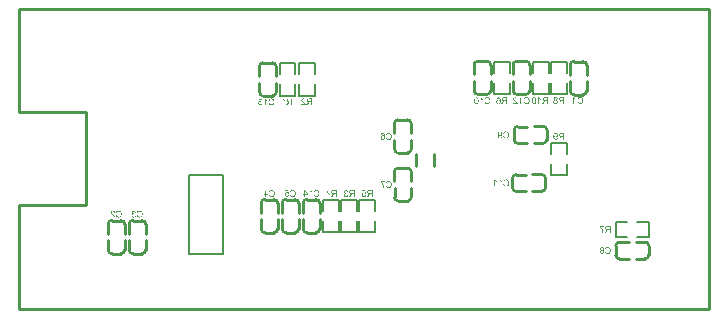
<source format=gbo>
G04*
G04 #@! TF.GenerationSoftware,Altium Limited,Altium Designer,20.0.13 (296)*
G04*
G04 Layer_Color=32896*
%FSLAX24Y24*%
%MOIN*%
G70*
G01*
G75*
%ADD10C,0.0100*%
%ADD37C,0.0060*%
G36*
X17292Y6998D02*
X17295Y6993D01*
X17300Y6988D01*
X17304Y6983D01*
X17307Y6979D01*
X17310Y6976D01*
X17312Y6975D01*
X17313Y6974D01*
X17313Y6974D01*
X17313Y6974D01*
X17320Y6968D01*
X17327Y6963D01*
X17333Y6958D01*
X17340Y6955D01*
X17345Y6952D01*
X17348Y6950D01*
X17350Y6949D01*
X17351Y6948D01*
X17352Y6948D01*
X17353Y6947D01*
X17353D01*
Y6921D01*
X17349Y6923D01*
X17344Y6925D01*
X17339Y6927D01*
X17334Y6930D01*
X17330Y6931D01*
X17327Y6933D01*
X17325Y6934D01*
X17325Y6935D01*
X17325D01*
X17319Y6938D01*
X17314Y6942D01*
X17309Y6945D01*
X17305Y6948D01*
X17302Y6950D01*
X17300Y6952D01*
X17299Y6953D01*
X17298Y6954D01*
Y6779D01*
X17271D01*
Y7004D01*
X17289D01*
X17292Y6998D01*
D02*
G37*
G36*
X17589Y6779D02*
X17559D01*
Y6878D01*
X17521D01*
X17517Y6878D01*
X17515D01*
X17512Y6877D01*
X17511Y6877D01*
X17510D01*
X17509Y6877D01*
X17509D01*
X17503Y6875D01*
X17501Y6874D01*
X17499Y6873D01*
X17497Y6872D01*
X17496Y6872D01*
X17495Y6871D01*
X17495Y6871D01*
X17492Y6869D01*
X17490Y6867D01*
X17485Y6862D01*
X17483Y6860D01*
X17481Y6858D01*
X17480Y6856D01*
X17480Y6856D01*
X17477Y6851D01*
X17473Y6847D01*
X17469Y6841D01*
X17466Y6837D01*
X17463Y6832D01*
X17461Y6828D01*
X17460Y6827D01*
X17459Y6826D01*
X17458Y6826D01*
Y6825D01*
X17429Y6779D01*
X17392D01*
X17431Y6839D01*
X17435Y6846D01*
X17439Y6852D01*
X17443Y6857D01*
X17447Y6861D01*
X17450Y6864D01*
X17453Y6867D01*
X17455Y6869D01*
X17455Y6869D01*
X17458Y6871D01*
X17461Y6873D01*
X17466Y6877D01*
X17469Y6878D01*
X17471Y6880D01*
X17472Y6880D01*
X17473Y6881D01*
X17467Y6882D01*
X17462Y6883D01*
X17457Y6884D01*
X17452Y6885D01*
X17448Y6887D01*
X17444Y6889D01*
X17440Y6891D01*
X17437Y6892D01*
X17434Y6894D01*
X17432Y6896D01*
X17430Y6897D01*
X17428Y6898D01*
X17427Y6899D01*
X17426Y6900D01*
X17426Y6901D01*
X17425Y6901D01*
X17423Y6904D01*
X17420Y6907D01*
X17416Y6914D01*
X17414Y6921D01*
X17412Y6928D01*
X17410Y6933D01*
X17410Y6935D01*
Y6938D01*
X17410Y6939D01*
Y6941D01*
Y6941D01*
Y6942D01*
X17410Y6948D01*
X17411Y6954D01*
X17413Y6960D01*
X17414Y6965D01*
X17416Y6969D01*
X17418Y6973D01*
X17419Y6975D01*
X17419Y6975D01*
Y6975D01*
X17423Y6980D01*
X17427Y6985D01*
X17431Y6989D01*
X17435Y6992D01*
X17439Y6994D01*
X17442Y6995D01*
X17443Y6996D01*
X17444Y6997D01*
X17444D01*
X17447Y6998D01*
X17451Y6999D01*
X17458Y7000D01*
X17466Y7001D01*
X17473Y7002D01*
X17479Y7002D01*
X17482D01*
X17485Y7003D01*
X17589D01*
Y6779D01*
D02*
G37*
G36*
X17136Y7003D02*
X17144Y7002D01*
X17151Y7000D01*
X17156Y6997D01*
X17161Y6995D01*
X17163Y6994D01*
X17165Y6992D01*
X17166Y6992D01*
X17167Y6991D01*
X17167Y6990D01*
X17168D01*
X17174Y6985D01*
X17178Y6979D01*
X17183Y6973D01*
X17186Y6967D01*
X17188Y6962D01*
X17190Y6959D01*
X17190Y6957D01*
X17191Y6955D01*
X17192Y6954D01*
X17192Y6953D01*
Y6953D01*
X17193Y6948D01*
X17195Y6943D01*
X17197Y6933D01*
X17198Y6922D01*
X17199Y6912D01*
X17200Y6907D01*
X17200Y6903D01*
Y6899D01*
X17200Y6896D01*
Y6893D01*
Y6891D01*
Y6889D01*
Y6889D01*
X17200Y6878D01*
X17199Y6867D01*
X17198Y6857D01*
X17197Y6848D01*
X17195Y6840D01*
X17193Y6832D01*
X17191Y6826D01*
X17189Y6820D01*
X17187Y6815D01*
X17185Y6810D01*
X17183Y6806D01*
X17182Y6803D01*
X17180Y6801D01*
X17179Y6799D01*
X17178Y6798D01*
X17178Y6798D01*
X17175Y6794D01*
X17171Y6790D01*
X17166Y6787D01*
X17162Y6784D01*
X17158Y6782D01*
X17154Y6780D01*
X17150Y6779D01*
X17146Y6778D01*
X17142Y6777D01*
X17138Y6776D01*
X17135Y6775D01*
X17132Y6775D01*
X17130Y6775D01*
X17127D01*
X17118Y6775D01*
X17110Y6777D01*
X17103Y6779D01*
X17097Y6781D01*
X17093Y6783D01*
X17091Y6785D01*
X17089Y6786D01*
X17088Y6786D01*
X17087Y6787D01*
X17087Y6788D01*
X17086D01*
X17081Y6793D01*
X17076Y6799D01*
X17072Y6805D01*
X17068Y6811D01*
X17066Y6817D01*
X17064Y6819D01*
X17064Y6821D01*
X17063Y6823D01*
X17062Y6824D01*
X17062Y6825D01*
Y6825D01*
X17061Y6830D01*
X17059Y6835D01*
X17057Y6845D01*
X17056Y6856D01*
X17055Y6866D01*
X17054Y6871D01*
X17054Y6875D01*
Y6879D01*
X17054Y6883D01*
Y6885D01*
Y6887D01*
Y6889D01*
Y6889D01*
Y6895D01*
X17054Y6901D01*
Y6906D01*
X17054Y6911D01*
X17055Y6916D01*
X17055Y6920D01*
X17056Y6924D01*
X17056Y6928D01*
X17057Y6931D01*
X17057Y6934D01*
X17058Y6936D01*
X17058Y6938D01*
X17058Y6940D01*
X17059Y6941D01*
X17059Y6942D01*
Y6942D01*
X17061Y6949D01*
X17063Y6955D01*
X17066Y6961D01*
X17068Y6966D01*
X17070Y6970D01*
X17071Y6973D01*
X17072Y6975D01*
X17073Y6975D01*
X17076Y6980D01*
X17080Y6984D01*
X17084Y6988D01*
X17087Y6991D01*
X17091Y6993D01*
X17093Y6995D01*
X17095Y6996D01*
X17095Y6996D01*
X17096D01*
X17101Y6999D01*
X17106Y7000D01*
X17111Y7002D01*
X17116Y7003D01*
X17120Y7003D01*
X17124Y7004D01*
X17127D01*
X17136Y7003D01*
D02*
G37*
G36*
X17852Y5814D02*
X17857Y5814D01*
X17862Y5813D01*
X17867Y5811D01*
X17875Y5808D01*
X17879Y5806D01*
X17882Y5804D01*
X17886Y5802D01*
X17888Y5800D01*
X17891Y5798D01*
X17893Y5797D01*
X17894Y5795D01*
X17895Y5794D01*
X17896Y5794D01*
X17896Y5793D01*
X17900Y5790D01*
X17903Y5785D01*
X17906Y5781D01*
X17908Y5776D01*
X17910Y5771D01*
X17912Y5767D01*
X17914Y5758D01*
X17915Y5754D01*
X17915Y5751D01*
X17916Y5747D01*
X17916Y5744D01*
X17916Y5742D01*
Y5740D01*
Y5739D01*
Y5739D01*
X17916Y5733D01*
X17915Y5727D01*
X17915Y5722D01*
X17914Y5716D01*
X17912Y5712D01*
X17910Y5707D01*
X17909Y5703D01*
X17907Y5700D01*
X17905Y5697D01*
X17904Y5694D01*
X17902Y5691D01*
X17900Y5689D01*
X17899Y5688D01*
X17898Y5687D01*
X17898Y5686D01*
X17897Y5686D01*
X17894Y5682D01*
X17890Y5679D01*
X17886Y5676D01*
X17882Y5674D01*
X17878Y5672D01*
X17874Y5670D01*
X17867Y5668D01*
X17863Y5667D01*
X17860Y5666D01*
X17858Y5666D01*
X17855Y5666D01*
X17853Y5665D01*
X17850D01*
X17844Y5666D01*
X17838Y5667D01*
X17833Y5668D01*
X17828Y5670D01*
X17825Y5671D01*
X17822Y5672D01*
X17820Y5673D01*
X17819Y5674D01*
X17814Y5677D01*
X17810Y5680D01*
X17806Y5684D01*
X17802Y5687D01*
X17800Y5690D01*
X17798Y5693D01*
X17797Y5694D01*
X17797Y5695D01*
Y5692D01*
Y5691D01*
Y5690D01*
Y5689D01*
X17797Y5683D01*
X17797Y5677D01*
X17798Y5671D01*
X17799Y5666D01*
X17800Y5662D01*
X17800Y5659D01*
X17800Y5657D01*
Y5656D01*
X17801Y5656D01*
Y5656D01*
X17802Y5650D01*
X17804Y5645D01*
X17806Y5640D01*
X17807Y5636D01*
X17809Y5633D01*
X17810Y5631D01*
X17811Y5630D01*
X17811Y5629D01*
X17813Y5626D01*
X17816Y5623D01*
X17819Y5620D01*
X17821Y5618D01*
X17823Y5616D01*
X17825Y5615D01*
X17826Y5614D01*
X17827Y5614D01*
X17830Y5612D01*
X17834Y5610D01*
X17838Y5609D01*
X17841Y5609D01*
X17844Y5608D01*
X17846Y5608D01*
X17849D01*
X17854Y5608D01*
X17859Y5609D01*
X17863Y5611D01*
X17867Y5612D01*
X17869Y5614D01*
X17871Y5615D01*
X17873Y5616D01*
X17873Y5616D01*
X17876Y5620D01*
X17879Y5624D01*
X17881Y5629D01*
X17883Y5633D01*
X17884Y5637D01*
X17885Y5641D01*
X17885Y5642D01*
Y5642D01*
X17886Y5643D01*
Y5643D01*
X17912Y5641D01*
X17910Y5632D01*
X17908Y5624D01*
X17904Y5617D01*
X17901Y5611D01*
X17898Y5606D01*
X17896Y5604D01*
X17895Y5603D01*
X17894Y5602D01*
X17893Y5601D01*
X17893Y5600D01*
X17892Y5600D01*
X17889Y5597D01*
X17886Y5595D01*
X17879Y5592D01*
X17871Y5589D01*
X17865Y5587D01*
X17858Y5586D01*
X17856Y5586D01*
X17854D01*
X17852Y5585D01*
X17849D01*
X17840Y5586D01*
X17832Y5587D01*
X17825Y5590D01*
X17819Y5592D01*
X17816Y5593D01*
X17813Y5595D01*
X17811Y5596D01*
X17810Y5597D01*
X17808Y5597D01*
X17807Y5598D01*
X17807Y5599D01*
X17806D01*
X17800Y5604D01*
X17794Y5610D01*
X17789Y5617D01*
X17786Y5623D01*
X17782Y5629D01*
X17781Y5631D01*
X17780Y5633D01*
X17779Y5635D01*
X17779Y5636D01*
X17778Y5637D01*
Y5637D01*
X17777Y5642D01*
X17775Y5648D01*
X17773Y5659D01*
X17771Y5670D01*
X17770Y5681D01*
X17770Y5686D01*
X17769Y5691D01*
Y5695D01*
X17769Y5699D01*
Y5702D01*
Y5704D01*
Y5706D01*
Y5706D01*
Y5713D01*
X17769Y5721D01*
X17770Y5727D01*
X17771Y5733D01*
X17771Y5739D01*
X17772Y5744D01*
X17773Y5749D01*
X17774Y5753D01*
X17775Y5757D01*
X17776Y5760D01*
X17776Y5763D01*
X17777Y5765D01*
X17778Y5767D01*
X17778Y5768D01*
X17779Y5769D01*
Y5769D01*
X17783Y5777D01*
X17787Y5783D01*
X17792Y5789D01*
X17796Y5794D01*
X17800Y5798D01*
X17803Y5800D01*
X17805Y5801D01*
X17806Y5802D01*
X17806Y5803D01*
X17806D01*
X17813Y5806D01*
X17820Y5809D01*
X17827Y5812D01*
X17833Y5813D01*
X17838Y5814D01*
X17841Y5814D01*
X17842D01*
X17844Y5815D01*
X17846D01*
X17852Y5814D01*
D02*
G37*
G36*
X18131Y5589D02*
X18101D01*
Y5689D01*
X18063D01*
X18059Y5688D01*
X18057D01*
X18054Y5688D01*
X18053Y5688D01*
X18052D01*
X18051Y5688D01*
X18051D01*
X18045Y5686D01*
X18043Y5685D01*
X18041Y5684D01*
X18039Y5683D01*
X18038Y5682D01*
X18037Y5682D01*
X18037Y5682D01*
X18034Y5680D01*
X18032Y5677D01*
X18027Y5673D01*
X18025Y5670D01*
X18023Y5668D01*
X18022Y5667D01*
X18022Y5667D01*
X18019Y5662D01*
X18015Y5657D01*
X18011Y5652D01*
X18008Y5647D01*
X18005Y5643D01*
X18003Y5639D01*
X18002Y5638D01*
X18001Y5637D01*
X18000Y5636D01*
Y5636D01*
X17971Y5589D01*
X17934D01*
X17973Y5650D01*
X17977Y5657D01*
X17981Y5663D01*
X17985Y5667D01*
X17989Y5672D01*
X17992Y5675D01*
X17995Y5678D01*
X17996Y5679D01*
X17997Y5680D01*
X18000Y5682D01*
X18003Y5684D01*
X18008Y5688D01*
X18011Y5689D01*
X18013Y5690D01*
X18014Y5691D01*
X18015Y5691D01*
X18009Y5692D01*
X18004Y5693D01*
X17999Y5695D01*
X17994Y5696D01*
X17990Y5698D01*
X17986Y5700D01*
X17982Y5701D01*
X17979Y5703D01*
X17976Y5705D01*
X17974Y5707D01*
X17972Y5708D01*
X17970Y5709D01*
X17969Y5710D01*
X17968Y5711D01*
X17968Y5712D01*
X17967Y5712D01*
X17965Y5715D01*
X17962Y5718D01*
X17958Y5725D01*
X17956Y5732D01*
X17954Y5738D01*
X17952Y5744D01*
X17952Y5746D01*
Y5748D01*
X17952Y5750D01*
Y5751D01*
Y5752D01*
Y5752D01*
X17952Y5759D01*
X17953Y5765D01*
X17955Y5771D01*
X17956Y5776D01*
X17958Y5780D01*
X17960Y5783D01*
X17961Y5785D01*
X17961Y5786D01*
Y5786D01*
X17965Y5791D01*
X17969Y5796D01*
X17973Y5800D01*
X17977Y5803D01*
X17981Y5805D01*
X17984Y5806D01*
X17985Y5807D01*
X17986Y5807D01*
X17986D01*
X17989Y5808D01*
X17993Y5809D01*
X18000Y5811D01*
X18008Y5812D01*
X18015Y5813D01*
X18021Y5813D01*
X18024D01*
X18027Y5814D01*
X18131D01*
Y5589D01*
D02*
G37*
G36*
Y6789D02*
X18101D01*
Y6889D01*
X18063D01*
X18059Y6888D01*
X18057D01*
X18054Y6888D01*
X18053Y6888D01*
X18052D01*
X18051Y6888D01*
X18051D01*
X18045Y6886D01*
X18043Y6885D01*
X18041Y6884D01*
X18039Y6883D01*
X18038Y6882D01*
X18037Y6882D01*
X18037Y6882D01*
X18034Y6880D01*
X18032Y6877D01*
X18027Y6873D01*
X18025Y6870D01*
X18023Y6868D01*
X18022Y6867D01*
X18022Y6867D01*
X18019Y6862D01*
X18015Y6857D01*
X18011Y6852D01*
X18008Y6847D01*
X18005Y6843D01*
X18003Y6839D01*
X18002Y6838D01*
X18001Y6837D01*
X18000Y6836D01*
Y6836D01*
X17971Y6789D01*
X17934D01*
X17973Y6850D01*
X17977Y6857D01*
X17981Y6863D01*
X17985Y6867D01*
X17989Y6872D01*
X17992Y6875D01*
X17995Y6878D01*
X17996Y6879D01*
X17997Y6880D01*
X18000Y6882D01*
X18003Y6884D01*
X18008Y6888D01*
X18011Y6889D01*
X18013Y6890D01*
X18014Y6891D01*
X18015Y6891D01*
X18009Y6892D01*
X18004Y6893D01*
X17999Y6895D01*
X17994Y6896D01*
X17990Y6898D01*
X17986Y6900D01*
X17982Y6901D01*
X17979Y6903D01*
X17976Y6905D01*
X17974Y6907D01*
X17972Y6908D01*
X17970Y6909D01*
X17969Y6910D01*
X17968Y6911D01*
X17968Y6912D01*
X17967Y6912D01*
X17965Y6915D01*
X17962Y6918D01*
X17958Y6925D01*
X17956Y6932D01*
X17954Y6938D01*
X17952Y6944D01*
X17952Y6946D01*
Y6948D01*
X17952Y6950D01*
Y6951D01*
Y6952D01*
Y6952D01*
X17952Y6959D01*
X17953Y6965D01*
X17955Y6971D01*
X17956Y6976D01*
X17958Y6980D01*
X17960Y6983D01*
X17961Y6985D01*
X17961Y6986D01*
Y6986D01*
X17965Y6991D01*
X17969Y6996D01*
X17973Y7000D01*
X17977Y7003D01*
X17981Y7005D01*
X17984Y7006D01*
X17985Y7007D01*
X17986Y7007D01*
X17986D01*
X17989Y7008D01*
X17993Y7009D01*
X18000Y7011D01*
X18008Y7012D01*
X18015Y7013D01*
X18021Y7013D01*
X18024D01*
X18027Y7014D01*
X18131D01*
Y6789D01*
D02*
G37*
G36*
X17849Y7014D02*
X17854Y7014D01*
X17863Y7012D01*
X17867Y7011D01*
X17871Y7009D01*
X17875Y7008D01*
X17878Y7006D01*
X17881Y7004D01*
X17883Y7003D01*
X17885Y7002D01*
X17887Y7000D01*
X17888Y6999D01*
X17889Y6998D01*
X17890Y6998D01*
X17890Y6998D01*
X17893Y6994D01*
X17896Y6991D01*
X17898Y6988D01*
X17900Y6984D01*
X17904Y6977D01*
X17905Y6971D01*
X17907Y6965D01*
X17907Y6963D01*
X17907Y6961D01*
X17908Y6959D01*
Y6958D01*
Y6957D01*
Y6957D01*
X17907Y6951D01*
X17906Y6945D01*
X17905Y6940D01*
X17904Y6936D01*
X17902Y6933D01*
X17901Y6930D01*
X17900Y6929D01*
X17900Y6928D01*
X17896Y6924D01*
X17892Y6921D01*
X17888Y6918D01*
X17884Y6915D01*
X17880Y6913D01*
X17877Y6912D01*
X17876Y6911D01*
X17875Y6911D01*
X17874Y6911D01*
X17874D01*
X17881Y6908D01*
X17888Y6905D01*
X17893Y6902D01*
X17898Y6899D01*
X17901Y6895D01*
X17904Y6893D01*
X17905Y6891D01*
X17906Y6891D01*
Y6890D01*
X17909Y6885D01*
X17912Y6878D01*
X17914Y6873D01*
X17915Y6867D01*
X17916Y6862D01*
X17916Y6859D01*
Y6857D01*
X17917Y6856D01*
Y6855D01*
Y6854D01*
Y6854D01*
X17916Y6849D01*
X17916Y6843D01*
X17915Y6839D01*
X17914Y6834D01*
X17910Y6826D01*
X17909Y6822D01*
X17907Y6819D01*
X17905Y6815D01*
X17903Y6813D01*
X17901Y6810D01*
X17900Y6808D01*
X17899Y6807D01*
X17898Y6806D01*
X17897Y6805D01*
X17897Y6805D01*
X17893Y6801D01*
X17889Y6798D01*
X17884Y6796D01*
X17880Y6794D01*
X17875Y6792D01*
X17871Y6790D01*
X17862Y6788D01*
X17858Y6787D01*
X17855Y6786D01*
X17851Y6786D01*
X17848Y6786D01*
X17846Y6785D01*
X17843D01*
X17837Y6786D01*
X17831Y6786D01*
X17826Y6787D01*
X17821Y6788D01*
X17816Y6790D01*
X17811Y6792D01*
X17807Y6793D01*
X17804Y6795D01*
X17800Y6797D01*
X17798Y6799D01*
X17795Y6800D01*
X17793Y6802D01*
X17791Y6803D01*
X17790Y6804D01*
X17790Y6805D01*
X17789Y6805D01*
X17786Y6809D01*
X17783Y6813D01*
X17780Y6817D01*
X17778Y6821D01*
X17776Y6825D01*
X17774Y6829D01*
X17772Y6836D01*
X17771Y6840D01*
X17770Y6843D01*
X17770Y6846D01*
X17769Y6848D01*
X17769Y6850D01*
Y6852D01*
Y6853D01*
Y6853D01*
X17769Y6861D01*
X17771Y6867D01*
X17773Y6874D01*
X17775Y6879D01*
X17776Y6883D01*
X17778Y6886D01*
X17780Y6888D01*
X17780Y6888D01*
Y6889D01*
X17785Y6894D01*
X17789Y6899D01*
X17795Y6902D01*
X17800Y6905D01*
X17804Y6908D01*
X17808Y6909D01*
X17809Y6910D01*
X17810Y6910D01*
X17811Y6911D01*
X17811D01*
X17805Y6913D01*
X17800Y6916D01*
X17796Y6919D01*
X17793Y6922D01*
X17790Y6924D01*
X17788Y6926D01*
X17787Y6928D01*
X17787Y6928D01*
X17784Y6933D01*
X17782Y6937D01*
X17780Y6942D01*
X17779Y6946D01*
X17778Y6950D01*
X17778Y6953D01*
Y6955D01*
Y6955D01*
Y6956D01*
X17778Y6960D01*
X17779Y6964D01*
X17781Y6972D01*
X17784Y6980D01*
X17787Y6986D01*
X17790Y6991D01*
X17792Y6992D01*
X17793Y6994D01*
X17795Y6996D01*
X17796Y6997D01*
X17796Y6997D01*
X17796Y6997D01*
X17800Y7000D01*
X17803Y7003D01*
X17807Y7005D01*
X17811Y7007D01*
X17819Y7010D01*
X17827Y7012D01*
X17830Y7013D01*
X17833Y7014D01*
X17836Y7014D01*
X17839Y7014D01*
X17841Y7015D01*
X17844D01*
X17849Y7014D01*
D02*
G37*
G36*
X19681Y2488D02*
X19651D01*
Y2587D01*
X19613D01*
X19609Y2587D01*
X19607D01*
X19604Y2587D01*
X19603Y2586D01*
X19601D01*
X19601Y2586D01*
X19600D01*
X19595Y2584D01*
X19593Y2583D01*
X19591Y2582D01*
X19589Y2582D01*
X19588Y2581D01*
X19587Y2581D01*
X19587Y2580D01*
X19584Y2578D01*
X19582Y2576D01*
X19577Y2571D01*
X19575Y2569D01*
X19573Y2567D01*
X19572Y2566D01*
X19572Y2565D01*
X19568Y2561D01*
X19565Y2556D01*
X19561Y2551D01*
X19558Y2546D01*
X19555Y2541D01*
X19552Y2538D01*
X19552Y2537D01*
X19551Y2536D01*
X19550Y2535D01*
Y2535D01*
X19521Y2488D01*
X19484D01*
X19522Y2549D01*
X19527Y2555D01*
X19531Y2561D01*
X19535Y2566D01*
X19539Y2571D01*
X19542Y2574D01*
X19545Y2576D01*
X19546Y2578D01*
X19547Y2579D01*
X19550Y2581D01*
X19552Y2583D01*
X19558Y2586D01*
X19561Y2588D01*
X19563Y2589D01*
X19564Y2590D01*
X19565Y2590D01*
X19559Y2591D01*
X19553Y2592D01*
X19549Y2594D01*
X19544Y2595D01*
X19540Y2596D01*
X19536Y2598D01*
X19532Y2600D01*
X19529Y2602D01*
X19526Y2604D01*
X19524Y2605D01*
X19522Y2606D01*
X19520Y2608D01*
X19519Y2609D01*
X19518Y2610D01*
X19518Y2610D01*
X19517Y2610D01*
X19515Y2614D01*
X19512Y2617D01*
X19508Y2624D01*
X19506Y2630D01*
X19504Y2637D01*
X19502Y2642D01*
X19502Y2645D01*
Y2647D01*
X19502Y2649D01*
Y2650D01*
Y2651D01*
Y2651D01*
X19502Y2658D01*
X19503Y2664D01*
X19505Y2670D01*
X19506Y2675D01*
X19508Y2679D01*
X19509Y2682D01*
X19511Y2684D01*
X19511Y2684D01*
Y2685D01*
X19515Y2690D01*
X19519Y2694D01*
X19523Y2698D01*
X19527Y2701D01*
X19530Y2703D01*
X19533Y2705D01*
X19535Y2706D01*
X19536Y2706D01*
X19536D01*
X19539Y2707D01*
X19542Y2708D01*
X19550Y2710D01*
X19557Y2710D01*
X19564Y2711D01*
X19571Y2712D01*
X19574D01*
X19577Y2712D01*
X19681D01*
Y2488D01*
D02*
G37*
G36*
X19464Y2683D02*
X19355D01*
X19362Y2673D01*
X19370Y2663D01*
X19376Y2653D01*
X19382Y2644D01*
X19385Y2640D01*
X19387Y2636D01*
X19390Y2632D01*
X19391Y2629D01*
X19392Y2627D01*
X19393Y2625D01*
X19394Y2624D01*
X19394Y2624D01*
X19401Y2611D01*
X19407Y2598D01*
X19412Y2585D01*
X19413Y2580D01*
X19415Y2574D01*
X19417Y2570D01*
X19419Y2565D01*
X19420Y2561D01*
X19421Y2558D01*
X19422Y2555D01*
X19423Y2553D01*
X19423Y2552D01*
Y2551D01*
X19426Y2538D01*
X19427Y2532D01*
X19428Y2526D01*
X19429Y2520D01*
X19430Y2515D01*
X19431Y2510D01*
X19432Y2506D01*
X19432Y2502D01*
X19432Y2498D01*
X19433Y2495D01*
Y2492D01*
X19433Y2490D01*
Y2489D01*
Y2488D01*
Y2488D01*
X19405D01*
X19404Y2500D01*
X19402Y2512D01*
X19401Y2522D01*
X19400Y2527D01*
X19399Y2531D01*
X19398Y2535D01*
X19397Y2539D01*
X19396Y2542D01*
X19396Y2545D01*
X19395Y2547D01*
X19395Y2548D01*
X19394Y2549D01*
Y2549D01*
X19390Y2564D01*
X19384Y2578D01*
X19382Y2585D01*
X19379Y2592D01*
X19376Y2597D01*
X19374Y2603D01*
X19371Y2608D01*
X19369Y2613D01*
X19367Y2617D01*
X19366Y2620D01*
X19364Y2623D01*
X19363Y2625D01*
X19362Y2627D01*
X19362Y2627D01*
X19358Y2634D01*
X19354Y2641D01*
X19350Y2647D01*
X19346Y2652D01*
X19343Y2658D01*
X19339Y2663D01*
X19336Y2667D01*
X19333Y2671D01*
X19330Y2675D01*
X19327Y2678D01*
X19325Y2681D01*
X19323Y2683D01*
X19321Y2685D01*
X19320Y2687D01*
X19320Y2687D01*
X19319Y2687D01*
Y2709D01*
X19464D01*
Y2683D01*
D02*
G37*
G36*
X15943Y7003D02*
X15950Y7003D01*
X15955Y7001D01*
X15961Y7000D01*
X15966Y6998D01*
X15971Y6996D01*
X15975Y6993D01*
X15979Y6991D01*
X15982Y6988D01*
X15985Y6986D01*
X15988Y6984D01*
X15990Y6982D01*
X15991Y6980D01*
X15993Y6979D01*
X15993Y6978D01*
X15994Y6978D01*
X15998Y6972D01*
X16001Y6965D01*
X16005Y6958D01*
X16008Y6951D01*
X16010Y6943D01*
X16012Y6935D01*
X16013Y6927D01*
X16015Y6919D01*
X16016Y6912D01*
X16016Y6905D01*
X16017Y6899D01*
X16017Y6894D01*
Y6889D01*
X16018Y6886D01*
Y6885D01*
Y6884D01*
Y6884D01*
Y6883D01*
X16017Y6873D01*
X16017Y6863D01*
X16016Y6854D01*
X16014Y6846D01*
X16012Y6838D01*
X16011Y6831D01*
X16009Y6825D01*
X16007Y6820D01*
X16005Y6815D01*
X16003Y6811D01*
X16001Y6808D01*
X15999Y6805D01*
X15998Y6803D01*
X15997Y6801D01*
X15996Y6800D01*
X15996Y6800D01*
X15992Y6795D01*
X15987Y6791D01*
X15983Y6788D01*
X15978Y6785D01*
X15973Y6783D01*
X15969Y6781D01*
X15964Y6779D01*
X15960Y6778D01*
X15956Y6777D01*
X15952Y6776D01*
X15949Y6775D01*
X15946Y6775D01*
X15943D01*
X15941Y6775D01*
X15940D01*
X15932Y6775D01*
X15926Y6776D01*
X15919Y6778D01*
X15914Y6780D01*
X15910Y6781D01*
X15906Y6783D01*
X15905Y6783D01*
X15904Y6784D01*
X15904Y6784D01*
X15904D01*
X15898Y6788D01*
X15893Y6792D01*
X15889Y6797D01*
X15885Y6802D01*
X15882Y6806D01*
X15880Y6809D01*
X15880Y6810D01*
X15879Y6811D01*
X15879Y6812D01*
Y6812D01*
X15875Y6819D01*
X15873Y6826D01*
X15871Y6832D01*
X15870Y6838D01*
X15870Y6844D01*
Y6846D01*
X15869Y6848D01*
Y6849D01*
Y6850D01*
Y6851D01*
Y6851D01*
X15870Y6857D01*
X15870Y6862D01*
X15871Y6868D01*
X15872Y6873D01*
X15874Y6877D01*
X15875Y6882D01*
X15877Y6886D01*
X15879Y6889D01*
X15881Y6893D01*
X15882Y6896D01*
X15884Y6898D01*
X15886Y6900D01*
X15887Y6902D01*
X15888Y6903D01*
X15888Y6903D01*
X15889Y6904D01*
X15892Y6907D01*
X15896Y6910D01*
X15900Y6913D01*
X15904Y6915D01*
X15908Y6918D01*
X15912Y6919D01*
X15919Y6921D01*
X15923Y6922D01*
X15926Y6923D01*
X15928Y6923D01*
X15931Y6924D01*
X15933Y6924D01*
X15936D01*
X15941Y6924D01*
X15947Y6923D01*
X15952Y6922D01*
X15957Y6920D01*
X15961Y6919D01*
X15963Y6918D01*
X15965Y6917D01*
X15966Y6917D01*
X15966D01*
X15971Y6913D01*
X15976Y6910D01*
X15980Y6906D01*
X15983Y6902D01*
X15986Y6899D01*
X15988Y6896D01*
X15990Y6895D01*
X15990Y6894D01*
Y6900D01*
X15990Y6906D01*
X15989Y6911D01*
X15989Y6916D01*
X15988Y6921D01*
X15988Y6925D01*
X15987Y6929D01*
X15986Y6932D01*
X15986Y6936D01*
X15985Y6938D01*
X15984Y6941D01*
X15984Y6942D01*
X15983Y6944D01*
X15983Y6945D01*
X15983Y6945D01*
Y6946D01*
X15979Y6952D01*
X15976Y6958D01*
X15973Y6963D01*
X15969Y6966D01*
X15966Y6970D01*
X15964Y6972D01*
X15963Y6973D01*
X15962Y6974D01*
X15958Y6976D01*
X15954Y6978D01*
X15950Y6979D01*
X15946Y6980D01*
X15943Y6981D01*
X15941Y6981D01*
X15939D01*
X15933Y6980D01*
X15927Y6979D01*
X15923Y6977D01*
X15918Y6975D01*
X15915Y6973D01*
X15913Y6971D01*
X15912Y6970D01*
X15911Y6969D01*
X15909Y6966D01*
X15906Y6963D01*
X15905Y6959D01*
X15903Y6955D01*
X15902Y6951D01*
X15901Y6948D01*
X15901Y6946D01*
X15900Y6946D01*
Y6946D01*
X15873Y6948D01*
X15875Y6957D01*
X15878Y6965D01*
X15881Y6972D01*
X15884Y6978D01*
X15888Y6983D01*
X15889Y6985D01*
X15891Y6986D01*
X15892Y6987D01*
X15893Y6988D01*
X15893Y6988D01*
X15894Y6989D01*
X15897Y6991D01*
X15900Y6994D01*
X15907Y6998D01*
X15915Y7000D01*
X15921Y7002D01*
X15928Y7003D01*
X15930Y7003D01*
X15932D01*
X15934Y7004D01*
X15937D01*
X15943Y7003D01*
D02*
G37*
G36*
X16231Y6779D02*
X16201D01*
Y6878D01*
X16163D01*
X16159Y6878D01*
X16157D01*
X16154Y6877D01*
X16153Y6877D01*
X16151D01*
X16151Y6877D01*
X16150D01*
X16145Y6875D01*
X16143Y6874D01*
X16141Y6873D01*
X16139Y6872D01*
X16138Y6872D01*
X16137Y6871D01*
X16137Y6871D01*
X16134Y6869D01*
X16132Y6867D01*
X16127Y6862D01*
X16125Y6860D01*
X16123Y6858D01*
X16122Y6856D01*
X16122Y6856D01*
X16118Y6851D01*
X16115Y6847D01*
X16111Y6841D01*
X16108Y6837D01*
X16105Y6832D01*
X16102Y6828D01*
X16102Y6827D01*
X16101Y6826D01*
X16100Y6826D01*
Y6825D01*
X16071Y6779D01*
X16034D01*
X16072Y6839D01*
X16077Y6846D01*
X16081Y6852D01*
X16085Y6857D01*
X16089Y6861D01*
X16092Y6864D01*
X16095Y6867D01*
X16096Y6869D01*
X16097Y6869D01*
X16100Y6871D01*
X16102Y6873D01*
X16108Y6877D01*
X16111Y6878D01*
X16113Y6880D01*
X16114Y6880D01*
X16115Y6881D01*
X16109Y6882D01*
X16103Y6883D01*
X16099Y6884D01*
X16094Y6885D01*
X16090Y6887D01*
X16086Y6889D01*
X16082Y6891D01*
X16079Y6892D01*
X16076Y6894D01*
X16074Y6896D01*
X16072Y6897D01*
X16070Y6898D01*
X16069Y6899D01*
X16068Y6900D01*
X16068Y6901D01*
X16067Y6901D01*
X16065Y6904D01*
X16062Y6907D01*
X16058Y6914D01*
X16056Y6921D01*
X16054Y6928D01*
X16052Y6933D01*
X16052Y6935D01*
Y6938D01*
X16052Y6939D01*
Y6941D01*
Y6941D01*
Y6942D01*
X16052Y6948D01*
X16053Y6954D01*
X16055Y6960D01*
X16056Y6965D01*
X16058Y6969D01*
X16059Y6973D01*
X16061Y6975D01*
X16061Y6975D01*
Y6975D01*
X16065Y6980D01*
X16069Y6985D01*
X16073Y6989D01*
X16077Y6992D01*
X16080Y6994D01*
X16083Y6995D01*
X16085Y6996D01*
X16086Y6997D01*
X16086D01*
X16089Y6998D01*
X16092Y6999D01*
X16100Y7000D01*
X16107Y7001D01*
X16114Y7002D01*
X16121Y7002D01*
X16124D01*
X16127Y7003D01*
X16231D01*
Y6779D01*
D02*
G37*
G36*
X11521Y3786D02*
X11495Y3782D01*
X11492Y3786D01*
X11490Y3789D01*
X11487Y3792D01*
X11484Y3794D01*
X11482Y3796D01*
X11480Y3797D01*
X11479Y3798D01*
X11478Y3798D01*
X11474Y3800D01*
X11470Y3802D01*
X11466Y3803D01*
X11462Y3804D01*
X11459Y3804D01*
X11456Y3804D01*
X11450D01*
X11446Y3804D01*
X11439Y3802D01*
X11434Y3800D01*
X11428Y3798D01*
X11424Y3795D01*
X11422Y3793D01*
X11420Y3791D01*
X11419Y3791D01*
Y3790D01*
X11415Y3785D01*
X11411Y3779D01*
X11409Y3773D01*
X11408Y3767D01*
X11407Y3762D01*
X11406Y3759D01*
Y3757D01*
X11406Y3756D01*
Y3755D01*
Y3754D01*
Y3754D01*
Y3749D01*
X11407Y3745D01*
X11408Y3737D01*
X11410Y3730D01*
X11413Y3724D01*
X11415Y3720D01*
X11418Y3716D01*
X11419Y3715D01*
X11419Y3714D01*
X11420Y3714D01*
X11420Y3714D01*
X11422Y3711D01*
X11425Y3709D01*
X11431Y3705D01*
X11436Y3702D01*
X11442Y3701D01*
X11446Y3699D01*
X11450Y3699D01*
X11452Y3699D01*
X11454D01*
X11460Y3699D01*
X11465Y3700D01*
X11470Y3702D01*
X11474Y3704D01*
X11478Y3706D01*
X11480Y3708D01*
X11481Y3709D01*
X11482Y3709D01*
X11486Y3714D01*
X11489Y3719D01*
X11492Y3724D01*
X11494Y3729D01*
X11495Y3734D01*
X11496Y3737D01*
X11496Y3739D01*
X11497Y3740D01*
Y3741D01*
Y3741D01*
X11526Y3739D01*
X11525Y3733D01*
X11524Y3729D01*
X11521Y3720D01*
X11517Y3712D01*
X11515Y3708D01*
X11514Y3705D01*
X11512Y3702D01*
X11510Y3700D01*
X11508Y3698D01*
X11507Y3696D01*
X11505Y3695D01*
X11505Y3694D01*
X11504Y3693D01*
X11504Y3693D01*
X11500Y3690D01*
X11496Y3687D01*
X11492Y3685D01*
X11488Y3683D01*
X11480Y3680D01*
X11471Y3678D01*
X11468Y3677D01*
X11464Y3677D01*
X11461Y3677D01*
X11459Y3676D01*
X11457Y3676D01*
X11454D01*
X11447Y3676D01*
X11440Y3677D01*
X11434Y3679D01*
X11429Y3680D01*
X11423Y3683D01*
X11419Y3685D01*
X11414Y3687D01*
X11410Y3690D01*
X11407Y3692D01*
X11403Y3695D01*
X11401Y3697D01*
X11399Y3699D01*
X11397Y3701D01*
X11396Y3702D01*
X11395Y3703D01*
X11395Y3703D01*
X11391Y3708D01*
X11389Y3712D01*
X11386Y3716D01*
X11384Y3721D01*
X11381Y3730D01*
X11379Y3738D01*
X11378Y3742D01*
X11378Y3745D01*
X11377Y3748D01*
X11377Y3751D01*
X11377Y3753D01*
Y3755D01*
Y3755D01*
Y3756D01*
X11377Y3762D01*
X11378Y3767D01*
X11379Y3773D01*
X11380Y3778D01*
X11382Y3782D01*
X11383Y3787D01*
X11385Y3790D01*
X11387Y3794D01*
X11389Y3797D01*
X11391Y3800D01*
X11392Y3802D01*
X11394Y3805D01*
X11395Y3806D01*
X11396Y3807D01*
X11397Y3808D01*
X11397Y3808D01*
X11401Y3812D01*
X11405Y3815D01*
X11409Y3818D01*
X11413Y3820D01*
X11418Y3822D01*
X11422Y3824D01*
X11430Y3826D01*
X11433Y3827D01*
X11436Y3828D01*
X11439Y3828D01*
X11442Y3828D01*
X11444Y3829D01*
X11451D01*
X11455Y3828D01*
X11463Y3826D01*
X11470Y3824D01*
X11476Y3822D01*
X11481Y3819D01*
X11484Y3818D01*
X11486Y3817D01*
X11487Y3816D01*
X11488Y3815D01*
X11489Y3815D01*
X11489Y3814D01*
X11477Y3875D01*
X11387D01*
Y3901D01*
X11499D01*
X11521Y3786D01*
D02*
G37*
G36*
X11740Y3680D02*
X11710D01*
Y3779D01*
X11672D01*
X11668Y3779D01*
X11666D01*
X11664Y3779D01*
X11662Y3778D01*
X11661D01*
X11660Y3778D01*
X11660D01*
X11654Y3777D01*
X11652Y3776D01*
X11650Y3775D01*
X11648Y3774D01*
X11647Y3773D01*
X11646Y3773D01*
X11646Y3772D01*
X11643Y3770D01*
X11641Y3768D01*
X11636Y3763D01*
X11634Y3761D01*
X11632Y3759D01*
X11631Y3758D01*
X11631Y3757D01*
X11628Y3753D01*
X11624Y3748D01*
X11620Y3743D01*
X11617Y3738D01*
X11614Y3733D01*
X11612Y3730D01*
X11611Y3729D01*
X11610Y3728D01*
X11609Y3727D01*
Y3727D01*
X11580Y3680D01*
X11543D01*
X11582Y3741D01*
X11586Y3747D01*
X11590Y3753D01*
X11595Y3758D01*
X11598Y3763D01*
X11601Y3766D01*
X11604Y3768D01*
X11606Y3770D01*
X11606Y3771D01*
X11609Y3773D01*
X11612Y3775D01*
X11618Y3778D01*
X11620Y3780D01*
X11622Y3781D01*
X11623Y3782D01*
X11624Y3782D01*
X11618Y3783D01*
X11613Y3784D01*
X11608Y3786D01*
X11603Y3787D01*
X11599Y3789D01*
X11595Y3790D01*
X11591Y3792D01*
X11588Y3794D01*
X11585Y3796D01*
X11583Y3797D01*
X11581Y3799D01*
X11579Y3800D01*
X11578Y3801D01*
X11577Y3802D01*
X11577Y3802D01*
X11576Y3802D01*
X11574Y3806D01*
X11571Y3809D01*
X11567Y3816D01*
X11565Y3823D01*
X11563Y3829D01*
X11561Y3835D01*
X11561Y3837D01*
Y3839D01*
X11561Y3841D01*
Y3842D01*
Y3843D01*
Y3843D01*
X11561Y3850D01*
X11562Y3856D01*
X11564Y3862D01*
X11565Y3867D01*
X11567Y3871D01*
X11569Y3874D01*
X11570Y3876D01*
X11570Y3876D01*
Y3877D01*
X11574Y3882D01*
X11578Y3886D01*
X11582Y3890D01*
X11586Y3893D01*
X11590Y3895D01*
X11593Y3897D01*
X11595Y3898D01*
X11595Y3898D01*
X11595D01*
X11598Y3899D01*
X11602Y3900D01*
X11609Y3902D01*
X11617Y3903D01*
X11624Y3904D01*
X11630Y3904D01*
X11633D01*
X11636Y3904D01*
X11740D01*
Y3680D01*
D02*
G37*
G36*
X10540D02*
X10510D01*
Y3779D01*
X10472D01*
X10468Y3779D01*
X10466D01*
X10464Y3779D01*
X10462Y3778D01*
X10461D01*
X10460Y3778D01*
X10460D01*
X10454Y3777D01*
X10452Y3776D01*
X10450Y3775D01*
X10448Y3774D01*
X10447Y3773D01*
X10446Y3773D01*
X10446Y3772D01*
X10443Y3770D01*
X10441Y3768D01*
X10436Y3763D01*
X10434Y3761D01*
X10432Y3759D01*
X10431Y3758D01*
X10431Y3757D01*
X10428Y3753D01*
X10424Y3748D01*
X10420Y3743D01*
X10417Y3738D01*
X10414Y3733D01*
X10412Y3730D01*
X10411Y3729D01*
X10410Y3728D01*
X10409Y3727D01*
Y3727D01*
X10380Y3680D01*
X10343D01*
X10382Y3741D01*
X10386Y3747D01*
X10390Y3753D01*
X10395Y3758D01*
X10398Y3763D01*
X10401Y3766D01*
X10404Y3768D01*
X10406Y3770D01*
X10406Y3771D01*
X10409Y3773D01*
X10412Y3775D01*
X10418Y3778D01*
X10420Y3780D01*
X10422Y3781D01*
X10423Y3782D01*
X10424Y3782D01*
X10418Y3783D01*
X10413Y3784D01*
X10408Y3786D01*
X10403Y3787D01*
X10399Y3789D01*
X10395Y3790D01*
X10391Y3792D01*
X10388Y3794D01*
X10385Y3796D01*
X10383Y3797D01*
X10381Y3799D01*
X10379Y3800D01*
X10378Y3801D01*
X10377Y3802D01*
X10377Y3802D01*
X10376Y3802D01*
X10374Y3806D01*
X10371Y3809D01*
X10367Y3816D01*
X10365Y3823D01*
X10363Y3829D01*
X10361Y3835D01*
X10361Y3837D01*
Y3839D01*
X10361Y3841D01*
Y3842D01*
Y3843D01*
Y3843D01*
X10361Y3850D01*
X10362Y3856D01*
X10364Y3862D01*
X10365Y3867D01*
X10367Y3871D01*
X10369Y3874D01*
X10370Y3876D01*
X10370Y3876D01*
Y3877D01*
X10374Y3882D01*
X10378Y3886D01*
X10382Y3890D01*
X10386Y3893D01*
X10390Y3895D01*
X10393Y3897D01*
X10395Y3898D01*
X10395Y3898D01*
X10395D01*
X10398Y3899D01*
X10402Y3900D01*
X10409Y3902D01*
X10417Y3903D01*
X10424Y3904D01*
X10430Y3904D01*
X10433D01*
X10436Y3904D01*
X10540D01*
Y3680D01*
D02*
G37*
G36*
X10335Y3759D02*
Y3734D01*
X10237D01*
Y3680D01*
X10210D01*
Y3734D01*
X10179D01*
Y3759D01*
X10210D01*
Y3904D01*
X10232D01*
X10335Y3759D01*
D02*
G37*
G36*
X10865Y3905D02*
X10873Y3903D01*
X10881Y3900D01*
X10887Y3898D01*
X10890Y3896D01*
X10892Y3895D01*
X10895Y3894D01*
X10896Y3892D01*
X10898Y3891D01*
X10899Y3891D01*
X10899Y3890D01*
X10900Y3890D01*
X10906Y3884D01*
X10911Y3877D01*
X10914Y3870D01*
X10918Y3863D01*
X10920Y3857D01*
X10921Y3854D01*
X10921Y3852D01*
X10922Y3850D01*
X10922Y3848D01*
X10922Y3848D01*
Y3847D01*
X10895Y3842D01*
X10893Y3849D01*
X10891Y3856D01*
X10889Y3861D01*
X10887Y3865D01*
X10885Y3868D01*
X10883Y3871D01*
X10881Y3872D01*
X10881Y3872D01*
X10877Y3876D01*
X10872Y3878D01*
X10868Y3880D01*
X10864Y3881D01*
X10860Y3882D01*
X10857Y3882D01*
X10855D01*
X10849Y3882D01*
X10844Y3881D01*
X10839Y3879D01*
X10835Y3878D01*
X10832Y3876D01*
X10830Y3874D01*
X10828Y3873D01*
X10828Y3872D01*
X10824Y3869D01*
X10822Y3864D01*
X10820Y3860D01*
X10819Y3856D01*
X10818Y3853D01*
X10818Y3850D01*
Y3848D01*
Y3848D01*
Y3848D01*
Y3844D01*
X10818Y3841D01*
X10820Y3835D01*
X10822Y3830D01*
X10825Y3826D01*
X10827Y3823D01*
X10830Y3821D01*
X10831Y3820D01*
X10832Y3819D01*
X10832D01*
X10837Y3816D01*
X10843Y3814D01*
X10848Y3813D01*
X10853Y3812D01*
X10857Y3811D01*
X10861Y3810D01*
X10865D01*
X10866Y3811D01*
X10868D01*
X10871Y3786D01*
X10867Y3787D01*
X10863Y3788D01*
X10860Y3789D01*
X10857Y3789D01*
X10855Y3789D01*
X10852D01*
X10845Y3789D01*
X10839Y3787D01*
X10833Y3785D01*
X10829Y3783D01*
X10825Y3781D01*
X10822Y3779D01*
X10821Y3778D01*
X10820Y3777D01*
X10816Y3772D01*
X10813Y3767D01*
X10810Y3762D01*
X10809Y3756D01*
X10808Y3752D01*
X10808Y3749D01*
X10808Y3747D01*
Y3746D01*
Y3746D01*
Y3745D01*
X10808Y3738D01*
X10810Y3732D01*
X10812Y3726D01*
X10814Y3721D01*
X10817Y3718D01*
X10819Y3715D01*
X10821Y3713D01*
X10821Y3712D01*
X10826Y3708D01*
X10832Y3704D01*
X10837Y3702D01*
X10843Y3700D01*
X10847Y3699D01*
X10851Y3699D01*
X10852Y3699D01*
X10854D01*
X10860Y3699D01*
X10865Y3700D01*
X10870Y3702D01*
X10874Y3704D01*
X10877Y3706D01*
X10880Y3707D01*
X10881Y3709D01*
X10882Y3709D01*
X10886Y3713D01*
X10889Y3719D01*
X10892Y3724D01*
X10894Y3730D01*
X10896Y3735D01*
X10896Y3737D01*
X10897Y3739D01*
X10897Y3741D01*
X10897Y3742D01*
X10898Y3743D01*
Y3743D01*
X10925Y3739D01*
X10925Y3734D01*
X10924Y3729D01*
X10921Y3720D01*
X10917Y3712D01*
X10915Y3709D01*
X10913Y3706D01*
X10911Y3703D01*
X10909Y3701D01*
X10908Y3698D01*
X10906Y3697D01*
X10905Y3696D01*
X10904Y3695D01*
X10903Y3694D01*
X10903Y3694D01*
X10899Y3691D01*
X10895Y3688D01*
X10891Y3686D01*
X10887Y3684D01*
X10879Y3680D01*
X10871Y3678D01*
X10868Y3678D01*
X10865Y3677D01*
X10862Y3677D01*
X10859Y3676D01*
X10857Y3676D01*
X10854D01*
X10848Y3676D01*
X10843Y3677D01*
X10837Y3678D01*
X10832Y3679D01*
X10827Y3681D01*
X10823Y3683D01*
X10819Y3685D01*
X10815Y3686D01*
X10811Y3688D01*
X10809Y3690D01*
X10806Y3692D01*
X10804Y3693D01*
X10802Y3695D01*
X10801Y3696D01*
X10800Y3696D01*
X10800Y3697D01*
X10796Y3700D01*
X10793Y3705D01*
X10790Y3709D01*
X10787Y3713D01*
X10786Y3717D01*
X10784Y3721D01*
X10781Y3729D01*
X10780Y3732D01*
X10780Y3736D01*
X10779Y3739D01*
X10779Y3741D01*
X10778Y3743D01*
Y3745D01*
Y3746D01*
Y3746D01*
X10779Y3754D01*
X10780Y3761D01*
X10782Y3767D01*
X10784Y3772D01*
X10786Y3777D01*
X10788Y3780D01*
X10789Y3782D01*
X10789Y3782D01*
X10794Y3787D01*
X10799Y3791D01*
X10804Y3795D01*
X10809Y3797D01*
X10814Y3799D01*
X10817Y3801D01*
X10819Y3801D01*
X10820Y3801D01*
X10820Y3801D01*
X10821D01*
X10815Y3804D01*
X10810Y3807D01*
X10807Y3811D01*
X10803Y3813D01*
X10801Y3816D01*
X10799Y3818D01*
X10798Y3820D01*
X10798Y3820D01*
X10795Y3825D01*
X10793Y3829D01*
X10791Y3834D01*
X10790Y3838D01*
X10790Y3842D01*
X10789Y3844D01*
Y3846D01*
Y3847D01*
X10790Y3852D01*
X10791Y3858D01*
X10792Y3863D01*
X10794Y3867D01*
X10795Y3871D01*
X10797Y3873D01*
X10798Y3875D01*
X10798Y3876D01*
X10801Y3881D01*
X10805Y3885D01*
X10809Y3888D01*
X10813Y3892D01*
X10816Y3894D01*
X10819Y3896D01*
X10821Y3897D01*
X10821Y3897D01*
X10822D01*
X10827Y3900D01*
X10833Y3902D01*
X10839Y3903D01*
X10844Y3904D01*
X10848Y3905D01*
X10852Y3905D01*
X10860D01*
X10865Y3905D01*
D02*
G37*
G36*
X11140Y3680D02*
X11110D01*
Y3779D01*
X11072D01*
X11068Y3779D01*
X11066D01*
X11064Y3779D01*
X11062Y3778D01*
X11061D01*
X11060Y3778D01*
X11060D01*
X11054Y3777D01*
X11052Y3776D01*
X11050Y3775D01*
X11048Y3774D01*
X11047Y3773D01*
X11046Y3773D01*
X11046Y3772D01*
X11043Y3770D01*
X11041Y3768D01*
X11036Y3763D01*
X11034Y3761D01*
X11032Y3759D01*
X11031Y3758D01*
X11031Y3757D01*
X11028Y3753D01*
X11024Y3748D01*
X11020Y3743D01*
X11017Y3738D01*
X11014Y3733D01*
X11012Y3730D01*
X11011Y3729D01*
X11010Y3728D01*
X11009Y3727D01*
Y3727D01*
X10980Y3680D01*
X10943D01*
X10982Y3741D01*
X10986Y3747D01*
X10990Y3753D01*
X10995Y3758D01*
X10998Y3763D01*
X11001Y3766D01*
X11004Y3768D01*
X11006Y3770D01*
X11006Y3771D01*
X11009Y3773D01*
X11012Y3775D01*
X11018Y3778D01*
X11020Y3780D01*
X11022Y3781D01*
X11023Y3782D01*
X11024Y3782D01*
X11018Y3783D01*
X11013Y3784D01*
X11008Y3786D01*
X11003Y3787D01*
X10999Y3789D01*
X10995Y3790D01*
X10991Y3792D01*
X10988Y3794D01*
X10985Y3796D01*
X10983Y3797D01*
X10981Y3799D01*
X10979Y3800D01*
X10978Y3801D01*
X10977Y3802D01*
X10977Y3802D01*
X10976Y3802D01*
X10974Y3806D01*
X10971Y3809D01*
X10967Y3816D01*
X10965Y3823D01*
X10963Y3829D01*
X10961Y3835D01*
X10961Y3837D01*
Y3839D01*
X10961Y3841D01*
Y3842D01*
Y3843D01*
Y3843D01*
X10961Y3850D01*
X10962Y3856D01*
X10964Y3862D01*
X10965Y3867D01*
X10967Y3871D01*
X10969Y3874D01*
X10970Y3876D01*
X10970Y3876D01*
Y3877D01*
X10974Y3882D01*
X10978Y3886D01*
X10982Y3890D01*
X10986Y3893D01*
X10990Y3895D01*
X10993Y3897D01*
X10995Y3898D01*
X10995Y3898D01*
X10995D01*
X10998Y3899D01*
X11002Y3900D01*
X11009Y3902D01*
X11017Y3903D01*
X11024Y3904D01*
X11030Y3904D01*
X11033D01*
X11036Y3904D01*
X11140D01*
Y3680D01*
D02*
G37*
G36*
X9447Y6966D02*
X9452Y6965D01*
X9457Y6964D01*
X9462Y6963D01*
X9467Y6962D01*
X9471Y6961D01*
X9475Y6959D01*
X9479Y6958D01*
X9482Y6956D01*
X9484Y6954D01*
X9487Y6953D01*
X9489Y6952D01*
X9490Y6951D01*
X9491Y6950D01*
X9492Y6949D01*
X9492Y6949D01*
X9495Y6946D01*
X9498Y6942D01*
X9501Y6938D01*
X9504Y6935D01*
X9507Y6927D01*
X9510Y6919D01*
X9511Y6915D01*
X9512Y6912D01*
X9513Y6909D01*
X9513Y6906D01*
X9514Y6904D01*
Y6902D01*
X9514Y6902D01*
Y6901D01*
X9486Y6898D01*
X9485Y6906D01*
X9484Y6912D01*
X9482Y6918D01*
X9480Y6923D01*
X9478Y6926D01*
X9476Y6929D01*
X9474Y6931D01*
X9474Y6931D01*
X9469Y6935D01*
X9464Y6938D01*
X9458Y6940D01*
X9453Y6942D01*
X9449Y6943D01*
X9445Y6943D01*
X9444Y6943D01*
X9442D01*
X9435Y6943D01*
X9429Y6942D01*
X9423Y6940D01*
X9419Y6938D01*
X9415Y6936D01*
X9413Y6934D01*
X9411Y6933D01*
X9411Y6932D01*
X9407Y6927D01*
X9404Y6923D01*
X9402Y6918D01*
X9400Y6914D01*
X9399Y6910D01*
X9399Y6907D01*
X9399Y6905D01*
Y6905D01*
Y6904D01*
X9399Y6899D01*
X9401Y6892D01*
X9403Y6887D01*
X9405Y6882D01*
X9408Y6878D01*
X9410Y6874D01*
X9411Y6873D01*
X9411Y6872D01*
X9412Y6871D01*
Y6871D01*
X9415Y6867D01*
X9418Y6864D01*
X9422Y6860D01*
X9425Y6856D01*
X9434Y6848D01*
X9442Y6841D01*
X9446Y6837D01*
X9449Y6834D01*
X9453Y6831D01*
X9456Y6828D01*
X9458Y6826D01*
X9460Y6825D01*
X9461Y6824D01*
X9462Y6823D01*
X9470Y6817D01*
X9477Y6810D01*
X9483Y6804D01*
X9488Y6799D01*
X9492Y6795D01*
X9495Y6792D01*
X9497Y6790D01*
X9498Y6790D01*
Y6790D01*
X9502Y6784D01*
X9506Y6779D01*
X9509Y6774D01*
X9512Y6769D01*
X9514Y6765D01*
X9515Y6763D01*
X9515Y6761D01*
X9516Y6760D01*
Y6760D01*
X9517Y6756D01*
X9518Y6753D01*
X9518Y6750D01*
X9519Y6747D01*
X9519Y6744D01*
Y6742D01*
Y6741D01*
Y6741D01*
X9370D01*
Y6767D01*
X9481D01*
X9477Y6773D01*
X9475Y6775D01*
X9473Y6777D01*
X9472Y6779D01*
X9470Y6781D01*
X9469Y6782D01*
X9469Y6782D01*
X9468Y6784D01*
X9466Y6785D01*
X9461Y6789D01*
X9456Y6794D01*
X9450Y6799D01*
X9445Y6803D01*
X9443Y6805D01*
X9441Y6807D01*
X9439Y6809D01*
X9438Y6809D01*
X9437Y6810D01*
X9437Y6810D01*
X9432Y6815D01*
X9427Y6819D01*
X9422Y6823D01*
X9418Y6827D01*
X9414Y6831D01*
X9411Y6834D01*
X9408Y6837D01*
X9405Y6839D01*
X9402Y6842D01*
X9400Y6844D01*
X9399Y6845D01*
X9397Y6847D01*
X9396Y6849D01*
X9395Y6850D01*
X9390Y6855D01*
X9387Y6860D01*
X9383Y6865D01*
X9381Y6869D01*
X9379Y6872D01*
X9377Y6875D01*
X9377Y6877D01*
X9377Y6877D01*
X9375Y6882D01*
X9373Y6887D01*
X9372Y6891D01*
X9371Y6895D01*
X9371Y6899D01*
X9371Y6902D01*
Y6903D01*
Y6904D01*
X9371Y6909D01*
X9372Y6913D01*
X9372Y6918D01*
X9374Y6922D01*
X9377Y6929D01*
X9380Y6936D01*
X9382Y6938D01*
X9384Y6941D01*
X9385Y6943D01*
X9387Y6945D01*
X9388Y6946D01*
X9389Y6947D01*
X9389Y6948D01*
X9390Y6948D01*
X9393Y6951D01*
X9397Y6954D01*
X9401Y6956D01*
X9406Y6958D01*
X9414Y6961D01*
X9423Y6964D01*
X9426Y6964D01*
X9430Y6965D01*
X9433Y6965D01*
X9435Y6966D01*
X9438Y6966D01*
X9441D01*
X9447Y6966D01*
D02*
G37*
G36*
X9730Y6741D02*
X9700D01*
Y6840D01*
X9662D01*
X9658Y6840D01*
X9655D01*
X9653Y6840D01*
X9652Y6839D01*
X9650D01*
X9650Y6839D01*
X9649D01*
X9644Y6837D01*
X9642Y6836D01*
X9640Y6835D01*
X9638Y6834D01*
X9637Y6834D01*
X9636Y6833D01*
X9636Y6833D01*
X9633Y6831D01*
X9631Y6829D01*
X9626Y6824D01*
X9623Y6822D01*
X9622Y6820D01*
X9621Y6819D01*
X9620Y6818D01*
X9617Y6814D01*
X9614Y6809D01*
X9610Y6804D01*
X9607Y6799D01*
X9604Y6794D01*
X9601Y6791D01*
X9600Y6789D01*
X9600Y6788D01*
X9599Y6788D01*
Y6787D01*
X9570Y6741D01*
X9533D01*
X9571Y6802D01*
X9576Y6808D01*
X9580Y6814D01*
X9584Y6819D01*
X9588Y6823D01*
X9591Y6827D01*
X9594Y6829D01*
X9595Y6831D01*
X9596Y6832D01*
X9598Y6833D01*
X9601Y6836D01*
X9607Y6839D01*
X9610Y6841D01*
X9612Y6842D01*
X9613Y6843D01*
X9614Y6843D01*
X9608Y6844D01*
X9602Y6845D01*
X9597Y6846D01*
X9593Y6848D01*
X9588Y6849D01*
X9585Y6851D01*
X9581Y6853D01*
X9578Y6855D01*
X9575Y6856D01*
X9573Y6858D01*
X9571Y6859D01*
X9569Y6861D01*
X9568Y6862D01*
X9567Y6863D01*
X9566Y6863D01*
X9566Y6863D01*
X9563Y6867D01*
X9561Y6870D01*
X9557Y6877D01*
X9554Y6883D01*
X9552Y6890D01*
X9551Y6895D01*
X9551Y6898D01*
Y6900D01*
X9550Y6902D01*
Y6903D01*
Y6903D01*
Y6904D01*
X9551Y6911D01*
X9552Y6917D01*
X9553Y6923D01*
X9555Y6927D01*
X9557Y6932D01*
X9558Y6935D01*
X9560Y6937D01*
X9560Y6937D01*
Y6937D01*
X9564Y6943D01*
X9568Y6947D01*
X9572Y6951D01*
X9576Y6954D01*
X9579Y6956D01*
X9582Y6958D01*
X9584Y6959D01*
X9585Y6959D01*
X9585D01*
X9588Y6960D01*
X9591Y6961D01*
X9598Y6962D01*
X9606Y6963D01*
X9613Y6964D01*
X9620Y6965D01*
X9623D01*
X9626Y6965D01*
X9730D01*
Y6741D01*
D02*
G37*
G36*
X8762Y6957D02*
X8766Y6952D01*
X8770Y6947D01*
X8774Y6942D01*
X8778Y6938D01*
X8780Y6935D01*
X8782Y6934D01*
X8783Y6933D01*
X8783Y6933D01*
X8783Y6932D01*
X8790Y6927D01*
X8797Y6922D01*
X8803Y6917D01*
X8810Y6914D01*
X8815Y6910D01*
X8818Y6909D01*
X8820Y6908D01*
X8821Y6907D01*
X8823Y6907D01*
X8823Y6906D01*
X8824D01*
Y6880D01*
X8819Y6882D01*
X8814Y6884D01*
X8809Y6886D01*
X8804Y6888D01*
X8801Y6890D01*
X8797Y6892D01*
X8795Y6893D01*
X8795Y6894D01*
X8795D01*
X8789Y6897D01*
X8784Y6901D01*
X8779Y6904D01*
X8776Y6907D01*
X8772Y6909D01*
X8770Y6911D01*
X8769Y6912D01*
X8768Y6913D01*
Y6737D01*
X8741D01*
Y6963D01*
X8759D01*
X8762Y6957D01*
D02*
G37*
G36*
X9059Y6737D02*
X9029D01*
Y6837D01*
X8991D01*
X8987Y6837D01*
X8985D01*
X8983Y6836D01*
X8981Y6836D01*
X8980D01*
X8979Y6836D01*
X8979D01*
X8974Y6834D01*
X8971Y6833D01*
X8969Y6832D01*
X8967Y6831D01*
X8966Y6830D01*
X8965Y6830D01*
X8965Y6830D01*
X8963Y6828D01*
X8960Y6826D01*
X8955Y6821D01*
X8953Y6818D01*
X8951Y6816D01*
X8950Y6815D01*
X8950Y6815D01*
X8947Y6810D01*
X8943Y6805D01*
X8940Y6800D01*
X8936Y6795D01*
X8933Y6791D01*
X8931Y6787D01*
X8930Y6786D01*
X8929Y6785D01*
X8929Y6784D01*
Y6784D01*
X8899Y6737D01*
X8862D01*
X8901Y6798D01*
X8905Y6805D01*
X8909Y6811D01*
X8914Y6815D01*
X8917Y6820D01*
X8920Y6823D01*
X8923Y6826D01*
X8925Y6827D01*
X8925Y6828D01*
X8928Y6830D01*
X8931Y6832D01*
X8937Y6836D01*
X8939Y6837D01*
X8941Y6838D01*
X8942Y6839D01*
X8943Y6839D01*
X8937Y6840D01*
X8932Y6841D01*
X8927Y6843D01*
X8922Y6844D01*
X8918Y6846D01*
X8914Y6848D01*
X8910Y6850D01*
X8907Y6851D01*
X8905Y6853D01*
X8902Y6855D01*
X8900Y6856D01*
X8898Y6857D01*
X8897Y6858D01*
X8896Y6859D01*
X8896Y6860D01*
X8895Y6860D01*
X8893Y6863D01*
X8890Y6866D01*
X8886Y6873D01*
X8884Y6880D01*
X8882Y6886D01*
X8881Y6892D01*
X8880Y6894D01*
Y6896D01*
X8880Y6898D01*
Y6899D01*
Y6900D01*
Y6900D01*
X8880Y6907D01*
X8881Y6913D01*
X8883Y6919D01*
X8884Y6924D01*
X8886Y6928D01*
X8888Y6931D01*
X8889Y6933D01*
X8889Y6934D01*
Y6934D01*
X8893Y6939D01*
X8897Y6944D01*
X8901Y6948D01*
X8905Y6951D01*
X8909Y6953D01*
X8912Y6954D01*
X8914Y6955D01*
X8914Y6955D01*
X8914D01*
X8917Y6956D01*
X8921Y6957D01*
X8928Y6959D01*
X8936Y6960D01*
X8943Y6961D01*
X8950Y6961D01*
X8952D01*
X8955Y6962D01*
X9059D01*
Y6737D01*
D02*
G37*
G36*
X9666Y3908D02*
X9669Y3902D01*
X9674Y3897D01*
X9677Y3893D01*
X9681Y3889D01*
X9684Y3886D01*
X9686Y3885D01*
X9687Y3884D01*
X9687Y3883D01*
X9687Y3883D01*
X9694Y3877D01*
X9701Y3872D01*
X9707Y3868D01*
X9714Y3864D01*
X9719Y3861D01*
X9722Y3860D01*
X9723Y3859D01*
X9725Y3858D01*
X9726Y3857D01*
X9727Y3857D01*
X9727D01*
Y3830D01*
X9723Y3832D01*
X9718Y3834D01*
X9713Y3837D01*
X9708Y3839D01*
X9704Y3841D01*
X9701Y3842D01*
X9699Y3844D01*
X9699Y3844D01*
X9699D01*
X9693Y3848D01*
X9688Y3851D01*
X9683Y3854D01*
X9679Y3857D01*
X9676Y3860D01*
X9674Y3862D01*
X9673Y3863D01*
X9672Y3863D01*
Y3688D01*
X9645D01*
Y3913D01*
X9663D01*
X9666Y3908D01*
D02*
G37*
G36*
X9877Y3915D02*
X9887Y3914D01*
X9897Y3912D01*
X9901Y3910D01*
X9905Y3909D01*
X9908Y3908D01*
X9911Y3907D01*
X9914Y3906D01*
X9917Y3905D01*
X9918Y3904D01*
X9920Y3903D01*
X9920Y3903D01*
X9921Y3902D01*
X9930Y3897D01*
X9937Y3890D01*
X9943Y3884D01*
X9949Y3877D01*
X9953Y3872D01*
X9955Y3869D01*
X9956Y3867D01*
X9957Y3865D01*
X9958Y3864D01*
X9958Y3863D01*
X9959Y3863D01*
X9963Y3852D01*
X9966Y3842D01*
X9969Y3832D01*
X9970Y3822D01*
X9971Y3818D01*
X9971Y3814D01*
X9972Y3811D01*
Y3807D01*
X9972Y3805D01*
Y3803D01*
Y3802D01*
Y3802D01*
X9971Y3790D01*
X9970Y3779D01*
X9968Y3769D01*
X9967Y3764D01*
X9966Y3760D01*
X9965Y3756D01*
X9964Y3752D01*
X9963Y3749D01*
X9962Y3746D01*
X9961Y3744D01*
X9961Y3743D01*
X9960Y3742D01*
Y3741D01*
X9955Y3732D01*
X9950Y3723D01*
X9944Y3715D01*
X9941Y3713D01*
X9939Y3710D01*
X9936Y3707D01*
X9933Y3705D01*
X9931Y3703D01*
X9929Y3701D01*
X9928Y3700D01*
X9927Y3699D01*
X9926Y3699D01*
X9926Y3699D01*
X9921Y3696D01*
X9917Y3694D01*
X9907Y3690D01*
X9897Y3688D01*
X9888Y3686D01*
X9883Y3685D01*
X9879Y3685D01*
X9876Y3684D01*
X9873D01*
X9870Y3684D01*
X9867D01*
X9860Y3684D01*
X9854Y3685D01*
X9848Y3686D01*
X9843Y3687D01*
X9838Y3689D01*
X9833Y3690D01*
X9828Y3692D01*
X9824Y3694D01*
X9820Y3695D01*
X9817Y3697D01*
X9814Y3699D01*
X9812Y3700D01*
X9810Y3701D01*
X9808Y3702D01*
X9808Y3703D01*
X9807Y3703D01*
X9803Y3707D01*
X9799Y3711D01*
X9795Y3715D01*
X9792Y3720D01*
X9786Y3729D01*
X9781Y3738D01*
X9780Y3742D01*
X9778Y3746D01*
X9777Y3750D01*
X9776Y3753D01*
X9775Y3755D01*
X9774Y3757D01*
X9774Y3759D01*
Y3759D01*
X9804Y3766D01*
X9805Y3761D01*
X9806Y3756D01*
X9808Y3752D01*
X9810Y3748D01*
X9812Y3744D01*
X9814Y3740D01*
X9816Y3737D01*
X9818Y3734D01*
X9819Y3732D01*
X9821Y3730D01*
X9823Y3728D01*
X9824Y3726D01*
X9826Y3725D01*
X9827Y3724D01*
X9827Y3724D01*
X9827Y3724D01*
X9830Y3721D01*
X9834Y3719D01*
X9841Y3715D01*
X9848Y3713D01*
X9855Y3711D01*
X9861Y3710D01*
X9863Y3710D01*
X9865D01*
X9867Y3709D01*
X9869D01*
X9877Y3710D01*
X9884Y3711D01*
X9890Y3713D01*
X9896Y3714D01*
X9901Y3716D01*
X9903Y3717D01*
X9904Y3718D01*
X9906Y3719D01*
X9907Y3719D01*
X9907Y3720D01*
X9908D01*
X9914Y3724D01*
X9919Y3729D01*
X9923Y3735D01*
X9927Y3740D01*
X9930Y3744D01*
X9932Y3748D01*
X9932Y3750D01*
X9933Y3751D01*
X9933Y3751D01*
Y3752D01*
X9936Y3760D01*
X9938Y3769D01*
X9940Y3777D01*
X9941Y3785D01*
X9941Y3788D01*
X9941Y3792D01*
Y3794D01*
X9942Y3797D01*
Y3799D01*
Y3800D01*
Y3801D01*
Y3802D01*
X9941Y3810D01*
X9941Y3818D01*
X9939Y3825D01*
X9938Y3831D01*
X9937Y3837D01*
X9936Y3839D01*
X9936Y3841D01*
X9935Y3843D01*
X9935Y3844D01*
X9935Y3844D01*
Y3845D01*
X9931Y3852D01*
X9928Y3859D01*
X9924Y3864D01*
X9920Y3869D01*
X9916Y3873D01*
X9913Y3876D01*
X9911Y3877D01*
X9911Y3878D01*
X9910D01*
X9904Y3882D01*
X9896Y3886D01*
X9889Y3888D01*
X9882Y3889D01*
X9876Y3890D01*
X9873Y3890D01*
X9871D01*
X9870Y3891D01*
X9867D01*
X9859Y3890D01*
X9851Y3889D01*
X9845Y3887D01*
X9840Y3885D01*
X9836Y3883D01*
X9832Y3881D01*
X9830Y3880D01*
X9830Y3879D01*
X9825Y3875D01*
X9820Y3869D01*
X9816Y3863D01*
X9813Y3857D01*
X9810Y3852D01*
X9809Y3850D01*
X9808Y3848D01*
X9808Y3846D01*
X9807Y3845D01*
X9807Y3844D01*
Y3844D01*
X9778Y3851D01*
X9780Y3856D01*
X9781Y3862D01*
X9784Y3866D01*
X9786Y3871D01*
X9789Y3875D01*
X9792Y3879D01*
X9794Y3883D01*
X9797Y3887D01*
X9800Y3889D01*
X9802Y3892D01*
X9804Y3894D01*
X9806Y3896D01*
X9807Y3897D01*
X9809Y3898D01*
X9809Y3898D01*
X9810Y3899D01*
X9814Y3902D01*
X9819Y3905D01*
X9823Y3907D01*
X9828Y3909D01*
X9838Y3912D01*
X9847Y3914D01*
X9851Y3915D01*
X9854Y3915D01*
X9858Y3915D01*
X9861Y3916D01*
X9863Y3916D01*
X9866D01*
X9877Y3915D01*
D02*
G37*
G36*
X9584Y3767D02*
Y3742D01*
X9486D01*
Y3688D01*
X9458D01*
Y3742D01*
X9428D01*
Y3767D01*
X9458D01*
Y3912D01*
X9481D01*
X9584Y3767D01*
D02*
G37*
G36*
X8014Y6962D02*
X8022Y6961D01*
X8030Y6958D01*
X8036Y6956D01*
X8039Y6954D01*
X8042Y6953D01*
X8044Y6951D01*
X8045Y6950D01*
X8047Y6949D01*
X8048Y6949D01*
X8048Y6948D01*
X8049Y6948D01*
X8055Y6942D01*
X8060Y6935D01*
X8064Y6928D01*
X8067Y6921D01*
X8069Y6914D01*
X8070Y6912D01*
X8070Y6910D01*
X8071Y6908D01*
X8071Y6906D01*
X8071Y6905D01*
Y6905D01*
X8044Y6900D01*
X8043Y6907D01*
X8041Y6913D01*
X8038Y6919D01*
X8036Y6923D01*
X8034Y6926D01*
X8032Y6928D01*
X8031Y6930D01*
X8030Y6930D01*
X8026Y6934D01*
X8021Y6936D01*
X8017Y6938D01*
X8013Y6939D01*
X8009Y6940D01*
X8006Y6940D01*
X8004D01*
X7998Y6940D01*
X7993Y6939D01*
X7988Y6937D01*
X7984Y6936D01*
X7981Y6934D01*
X7979Y6932D01*
X7977Y6931D01*
X7977Y6930D01*
X7974Y6926D01*
X7971Y6922D01*
X7969Y6918D01*
X7968Y6914D01*
X7967Y6911D01*
X7967Y6908D01*
Y6906D01*
Y6906D01*
Y6905D01*
Y6902D01*
X7967Y6899D01*
X7969Y6893D01*
X7971Y6888D01*
X7974Y6884D01*
X7976Y6881D01*
X7979Y6879D01*
X7980Y6878D01*
X7981Y6877D01*
X7981D01*
X7986Y6874D01*
X7992Y6872D01*
X7997Y6870D01*
X8002Y6869D01*
X8006Y6869D01*
X8010Y6868D01*
X8014D01*
X8015Y6868D01*
X8017D01*
X8020Y6844D01*
X8016Y6845D01*
X8012Y6846D01*
X8009Y6846D01*
X8006Y6847D01*
X8004Y6847D01*
X8001D01*
X7994Y6846D01*
X7988Y6845D01*
X7982Y6843D01*
X7978Y6841D01*
X7974Y6839D01*
X7972Y6837D01*
X7970Y6835D01*
X7969Y6835D01*
X7965Y6830D01*
X7962Y6825D01*
X7960Y6820D01*
X7958Y6814D01*
X7957Y6810D01*
X7957Y6807D01*
X7957Y6805D01*
Y6804D01*
Y6804D01*
Y6803D01*
X7957Y6796D01*
X7959Y6790D01*
X7961Y6784D01*
X7963Y6779D01*
X7966Y6775D01*
X7968Y6773D01*
X7970Y6771D01*
X7970Y6770D01*
X7975Y6765D01*
X7981Y6762D01*
X7986Y6760D01*
X7992Y6758D01*
X7996Y6757D01*
X8000Y6757D01*
X8001Y6757D01*
X8003D01*
X8009Y6757D01*
X8014Y6758D01*
X8019Y6760D01*
X8023Y6762D01*
X8026Y6763D01*
X8029Y6765D01*
X8030Y6766D01*
X8031Y6767D01*
X8035Y6771D01*
X8038Y6776D01*
X8041Y6782D01*
X8043Y6788D01*
X8045Y6793D01*
X8045Y6795D01*
X8046Y6797D01*
X8046Y6798D01*
X8046Y6800D01*
X8047Y6800D01*
Y6801D01*
X8074Y6797D01*
X8074Y6792D01*
X8073Y6787D01*
X8070Y6778D01*
X8066Y6770D01*
X8064Y6767D01*
X8062Y6764D01*
X8060Y6761D01*
X8058Y6759D01*
X8057Y6756D01*
X8055Y6755D01*
X8054Y6753D01*
X8053Y6752D01*
X8053Y6752D01*
X8052Y6751D01*
X8048Y6749D01*
X8044Y6746D01*
X8041Y6743D01*
X8036Y6741D01*
X8028Y6738D01*
X8020Y6736D01*
X8017Y6736D01*
X8014Y6735D01*
X8011Y6735D01*
X8008Y6734D01*
X8006Y6734D01*
X8003D01*
X7997Y6734D01*
X7992Y6735D01*
X7986Y6736D01*
X7981Y6737D01*
X7976Y6739D01*
X7972Y6740D01*
X7968Y6742D01*
X7964Y6744D01*
X7961Y6746D01*
X7958Y6748D01*
X7955Y6750D01*
X7953Y6751D01*
X7951Y6752D01*
X7950Y6753D01*
X7950Y6754D01*
X7949Y6754D01*
X7945Y6758D01*
X7942Y6763D01*
X7939Y6767D01*
X7937Y6771D01*
X7935Y6775D01*
X7933Y6779D01*
X7930Y6787D01*
X7929Y6790D01*
X7929Y6794D01*
X7928Y6797D01*
X7928Y6799D01*
X7928Y6801D01*
Y6803D01*
Y6804D01*
Y6804D01*
X7928Y6812D01*
X7929Y6819D01*
X7931Y6825D01*
X7933Y6830D01*
X7935Y6834D01*
X7937Y6838D01*
X7938Y6840D01*
X7939Y6840D01*
X7943Y6845D01*
X7948Y6849D01*
X7953Y6853D01*
X7958Y6855D01*
X7963Y6857D01*
X7966Y6858D01*
X7968Y6859D01*
X7969Y6859D01*
X7969Y6859D01*
X7970D01*
X7964Y6862D01*
X7960Y6865D01*
X7956Y6868D01*
X7952Y6871D01*
X7950Y6874D01*
X7948Y6876D01*
X7947Y6878D01*
X7947Y6878D01*
X7944Y6883D01*
X7942Y6887D01*
X7940Y6892D01*
X7940Y6896D01*
X7939Y6900D01*
X7939Y6902D01*
Y6904D01*
Y6905D01*
X7939Y6910D01*
X7940Y6916D01*
X7941Y6921D01*
X7943Y6925D01*
X7944Y6928D01*
X7946Y6931D01*
X7947Y6933D01*
X7947Y6934D01*
X7950Y6938D01*
X7954Y6943D01*
X7958Y6946D01*
X7962Y6949D01*
X7965Y6952D01*
X7968Y6954D01*
X7970Y6955D01*
X7970Y6955D01*
X7971D01*
X7976Y6958D01*
X7982Y6960D01*
X7988Y6961D01*
X7993Y6962D01*
X7997Y6963D01*
X8001Y6963D01*
X8009D01*
X8014Y6962D01*
D02*
G37*
G36*
X8166Y6958D02*
X8170Y6952D01*
X8174Y6947D01*
X8178Y6943D01*
X8182Y6939D01*
X8185Y6936D01*
X8186Y6935D01*
X8187Y6934D01*
X8187Y6933D01*
X8188Y6933D01*
X8194Y6927D01*
X8201Y6922D01*
X8208Y6918D01*
X8214Y6914D01*
X8220Y6911D01*
X8222Y6910D01*
X8224Y6909D01*
X8226Y6908D01*
X8227Y6907D01*
X8228Y6907D01*
X8228D01*
Y6880D01*
X8223Y6882D01*
X8218Y6884D01*
X8213Y6887D01*
X8209Y6889D01*
X8205Y6891D01*
X8202Y6892D01*
X8200Y6894D01*
X8199Y6894D01*
X8199D01*
X8193Y6898D01*
X8188Y6901D01*
X8183Y6904D01*
X8180Y6907D01*
X8177Y6910D01*
X8175Y6912D01*
X8173Y6913D01*
X8173Y6913D01*
Y6738D01*
X8145D01*
Y6963D01*
X8163D01*
X8166Y6958D01*
D02*
G37*
G36*
X8378Y6965D02*
X8388Y6964D01*
X8397Y6962D01*
X8401Y6960D01*
X8405Y6959D01*
X8409Y6958D01*
X8412Y6957D01*
X8414Y6956D01*
X8417Y6955D01*
X8419Y6954D01*
X8420Y6953D01*
X8421Y6953D01*
X8421Y6952D01*
X8430Y6947D01*
X8437Y6940D01*
X8444Y6934D01*
X8449Y6927D01*
X8454Y6922D01*
X8455Y6919D01*
X8457Y6917D01*
X8458Y6915D01*
X8459Y6914D01*
X8459Y6913D01*
X8459Y6913D01*
X8464Y6902D01*
X8467Y6892D01*
X8469Y6882D01*
X8471Y6872D01*
X8472Y6868D01*
X8472Y6864D01*
X8472Y6861D01*
Y6857D01*
X8472Y6855D01*
Y6853D01*
Y6852D01*
Y6852D01*
X8472Y6840D01*
X8471Y6829D01*
X8469Y6819D01*
X8468Y6814D01*
X8467Y6809D01*
X8466Y6806D01*
X8464Y6802D01*
X8463Y6799D01*
X8463Y6796D01*
X8462Y6794D01*
X8461Y6793D01*
X8461Y6792D01*
Y6791D01*
X8456Y6782D01*
X8450Y6773D01*
X8445Y6765D01*
X8442Y6763D01*
X8439Y6760D01*
X8437Y6757D01*
X8434Y6755D01*
X8432Y6753D01*
X8430Y6751D01*
X8428Y6750D01*
X8427Y6749D01*
X8426Y6749D01*
X8426Y6749D01*
X8422Y6746D01*
X8417Y6744D01*
X8407Y6740D01*
X8398Y6738D01*
X8388Y6736D01*
X8384Y6735D01*
X8380Y6735D01*
X8376Y6734D01*
X8373D01*
X8371Y6734D01*
X8367D01*
X8361Y6734D01*
X8355Y6735D01*
X8349Y6736D01*
X8343Y6737D01*
X8338Y6739D01*
X8333Y6740D01*
X8329Y6742D01*
X8324Y6744D01*
X8321Y6745D01*
X8317Y6747D01*
X8315Y6749D01*
X8312Y6750D01*
X8310Y6751D01*
X8309Y6752D01*
X8308Y6753D01*
X8308Y6753D01*
X8303Y6757D01*
X8299Y6761D01*
X8296Y6765D01*
X8292Y6770D01*
X8287Y6779D01*
X8282Y6788D01*
X8280Y6792D01*
X8278Y6796D01*
X8277Y6800D01*
X8276Y6803D01*
X8275Y6805D01*
X8275Y6807D01*
X8274Y6809D01*
Y6809D01*
X8304Y6816D01*
X8305Y6811D01*
X8307Y6806D01*
X8309Y6802D01*
X8310Y6798D01*
X8312Y6794D01*
X8314Y6790D01*
X8316Y6787D01*
X8318Y6784D01*
X8320Y6782D01*
X8322Y6780D01*
X8323Y6778D01*
X8325Y6776D01*
X8326Y6775D01*
X8327Y6774D01*
X8327Y6774D01*
X8328Y6774D01*
X8331Y6771D01*
X8334Y6769D01*
X8342Y6765D01*
X8348Y6763D01*
X8355Y6761D01*
X8361Y6760D01*
X8363Y6760D01*
X8366D01*
X8368Y6759D01*
X8370D01*
X8377Y6760D01*
X8384Y6761D01*
X8391Y6763D01*
X8397Y6764D01*
X8401Y6766D01*
X8403Y6767D01*
X8405Y6768D01*
X8406Y6769D01*
X8407Y6769D01*
X8408Y6770D01*
X8408D01*
X8414Y6774D01*
X8419Y6779D01*
X8424Y6785D01*
X8427Y6790D01*
X8430Y6794D01*
X8432Y6798D01*
X8433Y6800D01*
X8434Y6801D01*
X8434Y6801D01*
Y6802D01*
X8437Y6810D01*
X8438Y6819D01*
X8440Y6827D01*
X8441Y6835D01*
X8441Y6838D01*
X8442Y6842D01*
Y6844D01*
X8442Y6847D01*
Y6849D01*
Y6850D01*
Y6851D01*
Y6852D01*
X8442Y6860D01*
X8441Y6868D01*
X8440Y6875D01*
X8438Y6881D01*
X8437Y6887D01*
X8437Y6889D01*
X8436Y6891D01*
X8436Y6893D01*
X8436Y6894D01*
X8435Y6894D01*
Y6895D01*
X8432Y6902D01*
X8428Y6909D01*
X8425Y6914D01*
X8420Y6919D01*
X8417Y6923D01*
X8414Y6926D01*
X8412Y6927D01*
X8411Y6928D01*
X8411D01*
X8404Y6932D01*
X8397Y6936D01*
X8390Y6938D01*
X8383Y6939D01*
X8377Y6940D01*
X8374Y6940D01*
X8372D01*
X8370Y6941D01*
X8368D01*
X8359Y6940D01*
X8352Y6939D01*
X8346Y6937D01*
X8340Y6935D01*
X8336Y6933D01*
X8333Y6931D01*
X8331Y6930D01*
X8330Y6929D01*
X8325Y6925D01*
X8320Y6919D01*
X8316Y6913D01*
X8313Y6907D01*
X8310Y6902D01*
X8310Y6900D01*
X8309Y6898D01*
X8308Y6896D01*
X8308Y6895D01*
X8307Y6894D01*
Y6894D01*
X8278Y6901D01*
X8280Y6906D01*
X8282Y6912D01*
X8285Y6916D01*
X8287Y6921D01*
X8289Y6925D01*
X8292Y6929D01*
X8295Y6933D01*
X8298Y6937D01*
X8300Y6939D01*
X8302Y6942D01*
X8305Y6944D01*
X8306Y6946D01*
X8308Y6947D01*
X8309Y6948D01*
X8310Y6949D01*
X8310Y6949D01*
X8315Y6952D01*
X8319Y6955D01*
X8324Y6957D01*
X8329Y6959D01*
X8338Y6962D01*
X8347Y6964D01*
X8351Y6965D01*
X8355Y6965D01*
X8358Y6965D01*
X8361Y6966D01*
X8364Y6966D01*
X8367D01*
X8378Y6965D01*
D02*
G37*
G36*
X16508Y7003D02*
X16514Y7003D01*
X16519Y7002D01*
X16524Y7001D01*
X16529Y7000D01*
X16533Y6999D01*
X16537Y6997D01*
X16540Y6995D01*
X16543Y6994D01*
X16546Y6992D01*
X16548Y6991D01*
X16550Y6989D01*
X16552Y6988D01*
X16553Y6988D01*
X16553Y6987D01*
X16554Y6987D01*
X16557Y6984D01*
X16560Y6980D01*
X16563Y6976D01*
X16565Y6972D01*
X16569Y6965D01*
X16572Y6957D01*
X16573Y6953D01*
X16574Y6950D01*
X16574Y6947D01*
X16575Y6944D01*
X16575Y6942D01*
Y6940D01*
X16575Y6939D01*
Y6939D01*
X16547Y6936D01*
X16547Y6943D01*
X16545Y6950D01*
X16543Y6956D01*
X16541Y6960D01*
X16539Y6964D01*
X16537Y6967D01*
X16536Y6968D01*
X16535Y6969D01*
X16530Y6973D01*
X16525Y6976D01*
X16520Y6978D01*
X16515Y6979D01*
X16510Y6980D01*
X16506Y6981D01*
X16505Y6981D01*
X16503D01*
X16496Y6981D01*
X16490Y6979D01*
X16485Y6977D01*
X16481Y6976D01*
X16477Y6973D01*
X16475Y6972D01*
X16473Y6970D01*
X16472Y6970D01*
X16469Y6965D01*
X16466Y6961D01*
X16463Y6956D01*
X16462Y6952D01*
X16461Y6948D01*
X16461Y6945D01*
X16460Y6943D01*
Y6942D01*
Y6942D01*
X16461Y6936D01*
X16462Y6930D01*
X16465Y6925D01*
X16467Y6919D01*
X16470Y6915D01*
X16472Y6912D01*
X16472Y6910D01*
X16473Y6909D01*
X16474Y6909D01*
Y6909D01*
X16476Y6905D01*
X16480Y6902D01*
X16483Y6898D01*
X16487Y6894D01*
X16495Y6886D01*
X16503Y6878D01*
X16507Y6875D01*
X16511Y6872D01*
X16515Y6869D01*
X16517Y6866D01*
X16520Y6864D01*
X16522Y6862D01*
X16523Y6861D01*
X16523Y6861D01*
X16531Y6854D01*
X16539Y6848D01*
X16545Y6842D01*
X16550Y6837D01*
X16554Y6833D01*
X16557Y6830D01*
X16559Y6828D01*
X16559Y6828D01*
Y6827D01*
X16564Y6822D01*
X16567Y6817D01*
X16571Y6812D01*
X16573Y6807D01*
X16575Y6803D01*
X16576Y6800D01*
X16577Y6798D01*
X16577Y6798D01*
Y6798D01*
X16579Y6794D01*
X16579Y6791D01*
X16580Y6788D01*
X16580Y6785D01*
X16581Y6782D01*
Y6780D01*
Y6779D01*
Y6779D01*
X16432D01*
Y6805D01*
X16542D01*
X16539Y6811D01*
X16537Y6813D01*
X16535Y6815D01*
X16533Y6817D01*
X16532Y6818D01*
X16531Y6819D01*
X16531Y6820D01*
X16529Y6821D01*
X16527Y6823D01*
X16523Y6827D01*
X16517Y6832D01*
X16512Y6837D01*
X16507Y6841D01*
X16505Y6843D01*
X16503Y6845D01*
X16501Y6846D01*
X16500Y6847D01*
X16499Y6848D01*
X16499Y6848D01*
X16494Y6853D01*
X16488Y6857D01*
X16484Y6861D01*
X16480Y6865D01*
X16476Y6868D01*
X16472Y6872D01*
X16469Y6874D01*
X16467Y6877D01*
X16464Y6880D01*
X16462Y6882D01*
X16460Y6883D01*
X16459Y6885D01*
X16457Y6887D01*
X16457Y6887D01*
X16452Y6893D01*
X16448Y6898D01*
X16445Y6903D01*
X16442Y6907D01*
X16440Y6910D01*
X16439Y6913D01*
X16438Y6914D01*
X16438Y6915D01*
X16436Y6920D01*
X16435Y6925D01*
X16434Y6929D01*
X16433Y6933D01*
X16433Y6937D01*
X16432Y6939D01*
Y6941D01*
Y6942D01*
X16433Y6946D01*
X16433Y6951D01*
X16434Y6955D01*
X16435Y6959D01*
X16438Y6967D01*
X16442Y6973D01*
X16444Y6976D01*
X16445Y6978D01*
X16447Y6981D01*
X16448Y6982D01*
X16450Y6984D01*
X16450Y6985D01*
X16451Y6985D01*
X16451Y6986D01*
X16455Y6989D01*
X16459Y6992D01*
X16463Y6994D01*
X16467Y6996D01*
X16476Y6999D01*
X16484Y7001D01*
X16488Y7002D01*
X16491Y7003D01*
X16494Y7003D01*
X16497Y7003D01*
X16499Y7004D01*
X16503D01*
X16508Y7003D01*
D02*
G37*
G36*
X16668Y6998D02*
X16672Y6993D01*
X16676Y6988D01*
X16680Y6983D01*
X16684Y6979D01*
X16687Y6976D01*
X16688Y6975D01*
X16689Y6974D01*
X16690Y6974D01*
X16690Y6974D01*
X16697Y6968D01*
X16703Y6963D01*
X16710Y6958D01*
X16716Y6955D01*
X16722Y6952D01*
X16724Y6950D01*
X16726Y6949D01*
X16728Y6948D01*
X16729Y6948D01*
X16730Y6947D01*
X16730D01*
Y6921D01*
X16725Y6923D01*
X16720Y6925D01*
X16715Y6927D01*
X16711Y6930D01*
X16707Y6931D01*
X16704Y6933D01*
X16702Y6934D01*
X16702Y6935D01*
X16701D01*
X16695Y6938D01*
X16690Y6942D01*
X16686Y6945D01*
X16682Y6948D01*
X16679Y6950D01*
X16677Y6952D01*
X16675Y6953D01*
X16675Y6954D01*
Y6779D01*
X16647D01*
Y7004D01*
X16665D01*
X16668Y6998D01*
D02*
G37*
G36*
X16880Y7006D02*
X16890Y7004D01*
X16899Y7002D01*
X16903Y7001D01*
X16907Y7000D01*
X16911Y6999D01*
X16914Y6997D01*
X16917Y6996D01*
X16919Y6995D01*
X16921Y6994D01*
X16922Y6994D01*
X16923Y6993D01*
X16923Y6993D01*
X16932Y6988D01*
X16940Y6981D01*
X16946Y6975D01*
X16952Y6968D01*
X16956Y6962D01*
X16957Y6960D01*
X16959Y6957D01*
X16960Y6956D01*
X16961Y6954D01*
X16961Y6953D01*
X16961Y6953D01*
X16966Y6943D01*
X16969Y6933D01*
X16971Y6922D01*
X16973Y6913D01*
X16974Y6909D01*
X16974Y6905D01*
X16974Y6901D01*
Y6898D01*
X16975Y6896D01*
Y6894D01*
Y6893D01*
Y6892D01*
X16974Y6881D01*
X16973Y6869D01*
X16971Y6859D01*
X16970Y6854D01*
X16969Y6850D01*
X16968Y6846D01*
X16967Y6843D01*
X16966Y6839D01*
X16965Y6837D01*
X16964Y6835D01*
X16964Y6833D01*
X16963Y6832D01*
Y6832D01*
X16958Y6822D01*
X16953Y6814D01*
X16947Y6806D01*
X16944Y6803D01*
X16941Y6800D01*
X16939Y6798D01*
X16936Y6795D01*
X16934Y6793D01*
X16932Y6792D01*
X16931Y6791D01*
X16929Y6790D01*
X16929Y6790D01*
X16928Y6789D01*
X16924Y6787D01*
X16919Y6784D01*
X16910Y6781D01*
X16900Y6778D01*
X16890Y6777D01*
X16886Y6776D01*
X16882Y6775D01*
X16878Y6775D01*
X16876D01*
X16873Y6775D01*
X16869D01*
X16863Y6775D01*
X16857Y6776D01*
X16851Y6776D01*
X16845Y6778D01*
X16840Y6779D01*
X16835Y6781D01*
X16831Y6782D01*
X16827Y6784D01*
X16823Y6786D01*
X16819Y6788D01*
X16817Y6789D01*
X16814Y6791D01*
X16813Y6792D01*
X16811Y6793D01*
X16810Y6793D01*
X16810Y6794D01*
X16806Y6798D01*
X16802Y6802D01*
X16798Y6806D01*
X16795Y6811D01*
X16789Y6820D01*
X16784Y6829D01*
X16782Y6833D01*
X16781Y6837D01*
X16779Y6840D01*
X16778Y6843D01*
X16777Y6846D01*
X16777Y6848D01*
X16776Y6849D01*
Y6849D01*
X16806Y6857D01*
X16807Y6852D01*
X16809Y6847D01*
X16811Y6842D01*
X16812Y6838D01*
X16814Y6834D01*
X16816Y6831D01*
X16818Y6828D01*
X16820Y6825D01*
X16822Y6822D01*
X16824Y6820D01*
X16826Y6818D01*
X16827Y6817D01*
X16828Y6816D01*
X16829Y6815D01*
X16830Y6815D01*
X16830Y6814D01*
X16833Y6812D01*
X16837Y6810D01*
X16844Y6806D01*
X16851Y6803D01*
X16857Y6802D01*
X16863Y6801D01*
X16865Y6800D01*
X16868D01*
X16870Y6800D01*
X16872D01*
X16879Y6800D01*
X16887Y6802D01*
X16893Y6803D01*
X16899Y6805D01*
X16903Y6807D01*
X16905Y6808D01*
X16907Y6809D01*
X16908Y6809D01*
X16909Y6810D01*
X16910Y6810D01*
X16910D01*
X16916Y6815D01*
X16922Y6820D01*
X16926Y6825D01*
X16930Y6830D01*
X16933Y6835D01*
X16934Y6839D01*
X16935Y6840D01*
X16936Y6841D01*
X16936Y6842D01*
Y6842D01*
X16939Y6851D01*
X16941Y6859D01*
X16942Y6868D01*
X16943Y6875D01*
X16944Y6879D01*
X16944Y6882D01*
Y6885D01*
X16944Y6887D01*
Y6889D01*
Y6891D01*
Y6892D01*
Y6892D01*
X16944Y6901D01*
X16943Y6908D01*
X16942Y6916D01*
X16941Y6922D01*
X16940Y6928D01*
X16939Y6930D01*
X16938Y6932D01*
X16938Y6933D01*
X16938Y6934D01*
X16937Y6935D01*
Y6935D01*
X16934Y6943D01*
X16931Y6950D01*
X16927Y6955D01*
X16923Y6960D01*
X16919Y6964D01*
X16916Y6966D01*
X16914Y6968D01*
X16913Y6969D01*
X16913D01*
X16906Y6973D01*
X16899Y6976D01*
X16892Y6978D01*
X16885Y6980D01*
X16879Y6981D01*
X16876Y6981D01*
X16874D01*
X16872Y6981D01*
X16870D01*
X16862Y6981D01*
X16854Y6980D01*
X16848Y6978D01*
X16842Y6976D01*
X16838Y6974D01*
X16835Y6972D01*
X16833Y6971D01*
X16832Y6970D01*
X16827Y6965D01*
X16822Y6960D01*
X16818Y6954D01*
X16815Y6948D01*
X16813Y6943D01*
X16812Y6940D01*
X16811Y6938D01*
X16810Y6937D01*
X16810Y6935D01*
X16809Y6935D01*
Y6934D01*
X16780Y6941D01*
X16782Y6947D01*
X16784Y6952D01*
X16787Y6957D01*
X16789Y6962D01*
X16792Y6966D01*
X16795Y6970D01*
X16797Y6974D01*
X16800Y6977D01*
X16802Y6980D01*
X16805Y6982D01*
X16807Y6985D01*
X16808Y6986D01*
X16810Y6988D01*
X16811Y6989D01*
X16812Y6989D01*
X16812Y6989D01*
X16817Y6992D01*
X16821Y6995D01*
X16826Y6998D01*
X16831Y7000D01*
X16841Y7002D01*
X16849Y7004D01*
X16853Y7005D01*
X16857Y7006D01*
X16861Y7006D01*
X16864Y7006D01*
X16866Y7007D01*
X16869D01*
X16880Y7006D01*
D02*
G37*
G36*
X15995Y4258D02*
X15998Y4252D01*
X16002Y4247D01*
X16006Y4243D01*
X16010Y4239D01*
X16013Y4236D01*
X16014Y4235D01*
X16015Y4234D01*
X16016Y4233D01*
X16016Y4233D01*
X16023Y4227D01*
X16030Y4222D01*
X16036Y4218D01*
X16043Y4214D01*
X16048Y4211D01*
X16050Y4210D01*
X16052Y4209D01*
X16054Y4208D01*
X16055Y4207D01*
X16056Y4207D01*
X16056D01*
Y4180D01*
X16051Y4182D01*
X16046Y4184D01*
X16042Y4187D01*
X16037Y4189D01*
X16033Y4191D01*
X16030Y4192D01*
X16028Y4194D01*
X16028Y4194D01*
X16027D01*
X16021Y4198D01*
X16016Y4201D01*
X16012Y4204D01*
X16008Y4207D01*
X16005Y4210D01*
X16003Y4212D01*
X16001Y4213D01*
X16001Y4213D01*
Y4038D01*
X15974D01*
Y4263D01*
X15991D01*
X15995Y4258D01*
D02*
G37*
G36*
X15820D02*
X15824Y4252D01*
X15828Y4247D01*
X15832Y4243D01*
X15836Y4239D01*
X15839Y4236D01*
X15840Y4235D01*
X15841Y4234D01*
X15841Y4233D01*
X15842Y4233D01*
X15848Y4227D01*
X15855Y4222D01*
X15862Y4218D01*
X15868Y4214D01*
X15874Y4211D01*
X15876Y4210D01*
X15878Y4209D01*
X15880Y4208D01*
X15881Y4207D01*
X15882Y4207D01*
X15882D01*
Y4180D01*
X15877Y4182D01*
X15872Y4184D01*
X15867Y4187D01*
X15863Y4189D01*
X15859Y4191D01*
X15856Y4192D01*
X15854Y4194D01*
X15853Y4194D01*
X15853D01*
X15847Y4198D01*
X15842Y4201D01*
X15837Y4204D01*
X15834Y4207D01*
X15831Y4210D01*
X15829Y4212D01*
X15827Y4213D01*
X15827Y4213D01*
Y4038D01*
X15799D01*
Y4263D01*
X15817D01*
X15820Y4258D01*
D02*
G37*
G36*
X16206Y4265D02*
X16216Y4264D01*
X16225Y4262D01*
X16229Y4260D01*
X16233Y4259D01*
X16237Y4258D01*
X16240Y4257D01*
X16243Y4256D01*
X16245Y4255D01*
X16247Y4254D01*
X16248Y4253D01*
X16249Y4253D01*
X16250Y4252D01*
X16258Y4247D01*
X16266Y4240D01*
X16272Y4234D01*
X16278Y4227D01*
X16282Y4222D01*
X16284Y4219D01*
X16285Y4217D01*
X16286Y4215D01*
X16287Y4214D01*
X16287Y4213D01*
X16287Y4213D01*
X16292Y4202D01*
X16295Y4192D01*
X16298Y4182D01*
X16299Y4172D01*
X16300Y4168D01*
X16300Y4164D01*
X16300Y4161D01*
Y4157D01*
X16301Y4155D01*
Y4153D01*
Y4152D01*
Y4152D01*
X16300Y4140D01*
X16299Y4129D01*
X16297Y4119D01*
X16296Y4114D01*
X16295Y4110D01*
X16294Y4106D01*
X16293Y4102D01*
X16292Y4099D01*
X16291Y4096D01*
X16290Y4094D01*
X16290Y4093D01*
X16289Y4092D01*
Y4091D01*
X16284Y4082D01*
X16279Y4073D01*
X16273Y4065D01*
X16270Y4063D01*
X16267Y4060D01*
X16265Y4057D01*
X16262Y4055D01*
X16260Y4053D01*
X16258Y4051D01*
X16257Y4050D01*
X16255Y4049D01*
X16255Y4049D01*
X16254Y4049D01*
X16250Y4046D01*
X16245Y4044D01*
X16236Y4040D01*
X16226Y4038D01*
X16217Y4036D01*
X16212Y4035D01*
X16208Y4035D01*
X16205Y4034D01*
X16202D01*
X16199Y4034D01*
X16195D01*
X16189Y4034D01*
X16183Y4035D01*
X16177Y4036D01*
X16171Y4037D01*
X16166Y4039D01*
X16161Y4040D01*
X16157Y4042D01*
X16153Y4044D01*
X16149Y4045D01*
X16146Y4047D01*
X16143Y4049D01*
X16140Y4050D01*
X16139Y4051D01*
X16137Y4052D01*
X16137Y4053D01*
X16136Y4053D01*
X16132Y4057D01*
X16128Y4061D01*
X16124Y4065D01*
X16121Y4070D01*
X16115Y4079D01*
X16110Y4088D01*
X16108Y4092D01*
X16107Y4096D01*
X16105Y4100D01*
X16104Y4103D01*
X16103Y4105D01*
X16103Y4107D01*
X16102Y4109D01*
Y4109D01*
X16132Y4116D01*
X16134Y4111D01*
X16135Y4106D01*
X16137Y4102D01*
X16138Y4098D01*
X16140Y4094D01*
X16142Y4090D01*
X16145Y4087D01*
X16147Y4084D01*
X16148Y4082D01*
X16150Y4080D01*
X16152Y4078D01*
X16153Y4076D01*
X16154Y4075D01*
X16155Y4074D01*
X16156Y4074D01*
X16156Y4074D01*
X16159Y4071D01*
X16163Y4069D01*
X16170Y4065D01*
X16177Y4063D01*
X16183Y4061D01*
X16189Y4060D01*
X16192Y4060D01*
X16194D01*
X16196Y4059D01*
X16198D01*
X16206Y4060D01*
X16213Y4061D01*
X16219Y4063D01*
X16225Y4064D01*
X16229Y4066D01*
X16231Y4067D01*
X16233Y4068D01*
X16234Y4069D01*
X16235Y4069D01*
X16236Y4070D01*
X16236D01*
X16242Y4074D01*
X16248Y4079D01*
X16252Y4085D01*
X16256Y4090D01*
X16259Y4094D01*
X16261Y4098D01*
X16261Y4100D01*
X16262Y4101D01*
X16262Y4101D01*
Y4102D01*
X16265Y4110D01*
X16267Y4119D01*
X16268Y4127D01*
X16269Y4135D01*
X16270Y4138D01*
X16270Y4142D01*
Y4144D01*
X16270Y4147D01*
Y4149D01*
Y4150D01*
Y4151D01*
Y4152D01*
X16270Y4160D01*
X16269Y4168D01*
X16268Y4175D01*
X16267Y4181D01*
X16266Y4187D01*
X16265Y4189D01*
X16264Y4191D01*
X16264Y4193D01*
X16264Y4194D01*
X16264Y4194D01*
Y4195D01*
X16260Y4202D01*
X16257Y4209D01*
X16253Y4214D01*
X16249Y4219D01*
X16245Y4223D01*
X16242Y4226D01*
X16240Y4227D01*
X16240Y4228D01*
X16239D01*
X16232Y4232D01*
X16225Y4236D01*
X16218Y4238D01*
X16211Y4239D01*
X16205Y4240D01*
X16202Y4240D01*
X16200D01*
X16198Y4241D01*
X16196D01*
X16188Y4240D01*
X16180Y4239D01*
X16174Y4237D01*
X16169Y4235D01*
X16164Y4233D01*
X16161Y4231D01*
X16159Y4230D01*
X16159Y4229D01*
X16153Y4225D01*
X16149Y4219D01*
X16145Y4213D01*
X16141Y4207D01*
X16139Y4202D01*
X16138Y4200D01*
X16137Y4198D01*
X16137Y4196D01*
X16136Y4195D01*
X16136Y4194D01*
Y4194D01*
X16106Y4201D01*
X16108Y4206D01*
X16110Y4212D01*
X16113Y4216D01*
X16115Y4221D01*
X16118Y4225D01*
X16121Y4229D01*
X16123Y4233D01*
X16126Y4237D01*
X16128Y4239D01*
X16131Y4242D01*
X16133Y4244D01*
X16135Y4246D01*
X16136Y4247D01*
X16137Y4248D01*
X16138Y4248D01*
X16138Y4249D01*
X16143Y4252D01*
X16148Y4255D01*
X16152Y4257D01*
X16157Y4259D01*
X16167Y4262D01*
X16175Y4264D01*
X16180Y4265D01*
X16183Y4265D01*
X16187Y4265D01*
X16190Y4266D01*
X16192Y4266D01*
X16195D01*
X16206Y4265D01*
D02*
G37*
G36*
X15366Y6998D02*
X15370Y6993D01*
X15374Y6988D01*
X15378Y6983D01*
X15382Y6979D01*
X15384Y6976D01*
X15386Y6975D01*
X15387Y6974D01*
X15387Y6974D01*
X15387Y6974D01*
X15394Y6968D01*
X15401Y6963D01*
X15407Y6958D01*
X15414Y6955D01*
X15419Y6952D01*
X15422Y6950D01*
X15424Y6949D01*
X15425Y6948D01*
X15427Y6948D01*
X15427Y6947D01*
X15428D01*
Y6921D01*
X15423Y6923D01*
X15418Y6925D01*
X15413Y6927D01*
X15408Y6930D01*
X15405Y6931D01*
X15401Y6933D01*
X15399Y6934D01*
X15399Y6935D01*
X15399D01*
X15393Y6938D01*
X15388Y6942D01*
X15383Y6945D01*
X15380Y6948D01*
X15376Y6950D01*
X15374Y6952D01*
X15373Y6953D01*
X15372Y6954D01*
Y6779D01*
X15345D01*
Y7004D01*
X15363D01*
X15366Y6998D01*
D02*
G37*
G36*
X15577Y7006D02*
X15588Y7004D01*
X15597Y7002D01*
X15601Y7001D01*
X15605Y7000D01*
X15608Y6999D01*
X15612Y6997D01*
X15614Y6996D01*
X15617Y6995D01*
X15618Y6994D01*
X15620Y6994D01*
X15621Y6993D01*
X15621Y6993D01*
X15630Y6988D01*
X15637Y6981D01*
X15644Y6975D01*
X15649Y6968D01*
X15653Y6962D01*
X15655Y6960D01*
X15656Y6957D01*
X15658Y6956D01*
X15658Y6954D01*
X15659Y6953D01*
X15659Y6953D01*
X15663Y6943D01*
X15667Y6933D01*
X15669Y6922D01*
X15671Y6913D01*
X15671Y6909D01*
X15672Y6905D01*
X15672Y6901D01*
Y6898D01*
X15672Y6896D01*
Y6894D01*
Y6893D01*
Y6892D01*
X15672Y6881D01*
X15670Y6869D01*
X15669Y6859D01*
X15667Y6854D01*
X15666Y6850D01*
X15665Y6846D01*
X15664Y6843D01*
X15663Y6839D01*
X15662Y6837D01*
X15661Y6835D01*
X15661Y6833D01*
X15661Y6832D01*
Y6832D01*
X15656Y6822D01*
X15650Y6814D01*
X15644Y6806D01*
X15641Y6803D01*
X15639Y6800D01*
X15636Y6798D01*
X15634Y6795D01*
X15631Y6793D01*
X15629Y6792D01*
X15628Y6791D01*
X15627Y6790D01*
X15626Y6790D01*
X15626Y6789D01*
X15621Y6787D01*
X15617Y6784D01*
X15607Y6781D01*
X15597Y6778D01*
X15588Y6777D01*
X15583Y6776D01*
X15580Y6775D01*
X15576Y6775D01*
X15573D01*
X15570Y6775D01*
X15567D01*
X15560Y6775D01*
X15554Y6776D01*
X15548Y6776D01*
X15543Y6778D01*
X15538Y6779D01*
X15533Y6781D01*
X15528Y6782D01*
X15524Y6784D01*
X15521Y6786D01*
X15517Y6788D01*
X15514Y6789D01*
X15512Y6791D01*
X15510Y6792D01*
X15509Y6793D01*
X15508Y6793D01*
X15508Y6794D01*
X15503Y6798D01*
X15499Y6802D01*
X15496Y6806D01*
X15492Y6811D01*
X15486Y6820D01*
X15482Y6829D01*
X15480Y6833D01*
X15478Y6837D01*
X15477Y6840D01*
X15476Y6843D01*
X15475Y6846D01*
X15474Y6848D01*
X15474Y6849D01*
Y6849D01*
X15504Y6857D01*
X15505Y6852D01*
X15507Y6847D01*
X15508Y6842D01*
X15510Y6838D01*
X15512Y6834D01*
X15514Y6831D01*
X15516Y6828D01*
X15518Y6825D01*
X15520Y6822D01*
X15522Y6820D01*
X15523Y6818D01*
X15524Y6817D01*
X15526Y6816D01*
X15527Y6815D01*
X15527Y6815D01*
X15527Y6814D01*
X15531Y6812D01*
X15534Y6810D01*
X15541Y6806D01*
X15548Y6803D01*
X15555Y6802D01*
X15561Y6801D01*
X15563Y6800D01*
X15565D01*
X15567Y6800D01*
X15569D01*
X15577Y6800D01*
X15584Y6802D01*
X15591Y6803D01*
X15596Y6805D01*
X15601Y6807D01*
X15603Y6808D01*
X15604Y6809D01*
X15606Y6809D01*
X15607Y6810D01*
X15607Y6810D01*
X15608D01*
X15614Y6815D01*
X15619Y6820D01*
X15624Y6825D01*
X15627Y6830D01*
X15630Y6835D01*
X15632Y6839D01*
X15633Y6840D01*
X15633Y6841D01*
X15634Y6842D01*
Y6842D01*
X15636Y6851D01*
X15638Y6859D01*
X15640Y6868D01*
X15641Y6875D01*
X15641Y6879D01*
X15641Y6882D01*
Y6885D01*
X15642Y6887D01*
Y6889D01*
Y6891D01*
Y6892D01*
Y6892D01*
X15641Y6901D01*
X15641Y6908D01*
X15639Y6916D01*
X15638Y6922D01*
X15637Y6928D01*
X15637Y6930D01*
X15636Y6932D01*
X15636Y6933D01*
X15635Y6934D01*
X15635Y6935D01*
Y6935D01*
X15632Y6943D01*
X15628Y6950D01*
X15624Y6955D01*
X15620Y6960D01*
X15616Y6964D01*
X15614Y6966D01*
X15611Y6968D01*
X15611Y6969D01*
X15611D01*
X15604Y6973D01*
X15596Y6976D01*
X15589Y6978D01*
X15582Y6980D01*
X15576Y6981D01*
X15574Y6981D01*
X15571D01*
X15570Y6981D01*
X15567D01*
X15559Y6981D01*
X15552Y6980D01*
X15545Y6978D01*
X15540Y6976D01*
X15536Y6974D01*
X15533Y6972D01*
X15531Y6971D01*
X15530Y6970D01*
X15525Y6965D01*
X15520Y6960D01*
X15516Y6954D01*
X15513Y6948D01*
X15510Y6943D01*
X15509Y6940D01*
X15509Y6938D01*
X15508Y6937D01*
X15507Y6935D01*
X15507Y6935D01*
Y6934D01*
X15478Y6941D01*
X15480Y6947D01*
X15482Y6952D01*
X15484Y6957D01*
X15487Y6962D01*
X15489Y6966D01*
X15492Y6970D01*
X15495Y6974D01*
X15497Y6977D01*
X15500Y6980D01*
X15502Y6982D01*
X15504Y6985D01*
X15506Y6986D01*
X15508Y6988D01*
X15509Y6989D01*
X15510Y6989D01*
X15510Y6989D01*
X15514Y6992D01*
X15519Y6995D01*
X15523Y6998D01*
X15528Y7000D01*
X15538Y7002D01*
X15547Y7004D01*
X15551Y7005D01*
X15555Y7006D01*
X15558Y7006D01*
X15561Y7006D01*
X15563Y7007D01*
X15567D01*
X15577Y7006D01*
D02*
G37*
G36*
X15210Y7003D02*
X15218Y7002D01*
X15225Y7000D01*
X15231Y6997D01*
X15235Y6995D01*
X15237Y6994D01*
X15239Y6992D01*
X15240Y6992D01*
X15241Y6991D01*
X15242Y6990D01*
X15242D01*
X15248Y6985D01*
X15253Y6979D01*
X15257Y6973D01*
X15260Y6967D01*
X15263Y6962D01*
X15264Y6959D01*
X15265Y6957D01*
X15265Y6955D01*
X15266Y6954D01*
X15266Y6953D01*
Y6953D01*
X15267Y6948D01*
X15269Y6943D01*
X15271Y6933D01*
X15272Y6922D01*
X15273Y6912D01*
X15274Y6907D01*
X15274Y6903D01*
Y6899D01*
X15274Y6896D01*
Y6893D01*
Y6891D01*
Y6889D01*
Y6889D01*
X15274Y6878D01*
X15273Y6867D01*
X15272Y6857D01*
X15271Y6848D01*
X15269Y6840D01*
X15267Y6832D01*
X15265Y6826D01*
X15263Y6820D01*
X15261Y6815D01*
X15259Y6810D01*
X15257Y6806D01*
X15256Y6803D01*
X15254Y6801D01*
X15253Y6799D01*
X15253Y6798D01*
X15252Y6798D01*
X15249Y6794D01*
X15245Y6790D01*
X15241Y6787D01*
X15236Y6784D01*
X15232Y6782D01*
X15228Y6780D01*
X15224Y6779D01*
X15220Y6778D01*
X15216Y6777D01*
X15212Y6776D01*
X15209Y6775D01*
X15207Y6775D01*
X15204Y6775D01*
X15201D01*
X15192Y6775D01*
X15184Y6777D01*
X15177Y6779D01*
X15172Y6781D01*
X15167Y6783D01*
X15165Y6785D01*
X15163Y6786D01*
X15162Y6786D01*
X15161Y6787D01*
X15161Y6788D01*
X15161D01*
X15155Y6793D01*
X15150Y6799D01*
X15146Y6805D01*
X15142Y6811D01*
X15140Y6817D01*
X15139Y6819D01*
X15138Y6821D01*
X15137Y6823D01*
X15137Y6824D01*
X15136Y6825D01*
Y6825D01*
X15135Y6830D01*
X15133Y6835D01*
X15131Y6845D01*
X15130Y6856D01*
X15129Y6866D01*
X15128Y6871D01*
X15128Y6875D01*
Y6879D01*
X15128Y6883D01*
Y6885D01*
Y6887D01*
Y6889D01*
Y6889D01*
Y6895D01*
X15128Y6901D01*
Y6906D01*
X15128Y6911D01*
X15129Y6916D01*
X15129Y6920D01*
X15130Y6924D01*
X15130Y6928D01*
X15131Y6931D01*
X15131Y6934D01*
X15132Y6936D01*
X15132Y6938D01*
X15132Y6940D01*
X15133Y6941D01*
X15133Y6942D01*
Y6942D01*
X15135Y6949D01*
X15137Y6955D01*
X15140Y6961D01*
X15142Y6966D01*
X15144Y6970D01*
X15145Y6973D01*
X15147Y6975D01*
X15147Y6975D01*
X15151Y6980D01*
X15154Y6984D01*
X15158Y6988D01*
X15162Y6991D01*
X15165Y6993D01*
X15167Y6995D01*
X15169Y6996D01*
X15169Y6996D01*
X15170D01*
X15175Y6999D01*
X15180Y7000D01*
X15186Y7002D01*
X15190Y7003D01*
X15195Y7003D01*
X15198Y7004D01*
X15201D01*
X15210Y7003D01*
D02*
G37*
G36*
X15997Y5863D02*
X16002Y5862D01*
X16007Y5861D01*
X16012Y5860D01*
X16021Y5856D01*
X16025Y5855D01*
X16028Y5853D01*
X16031Y5850D01*
X16034Y5849D01*
X16036Y5847D01*
X16038Y5845D01*
X16040Y5844D01*
X16041Y5843D01*
X16042Y5842D01*
X16042Y5842D01*
X16045Y5838D01*
X16048Y5834D01*
X16051Y5829D01*
X16054Y5825D01*
X16055Y5820D01*
X16057Y5815D01*
X16059Y5807D01*
X16060Y5803D01*
X16061Y5799D01*
X16061Y5796D01*
X16062Y5793D01*
X16062Y5791D01*
Y5789D01*
Y5788D01*
Y5787D01*
X16062Y5781D01*
X16061Y5776D01*
X16060Y5770D01*
X16059Y5765D01*
X16057Y5760D01*
X16056Y5756D01*
X16054Y5752D01*
X16052Y5748D01*
X16051Y5745D01*
X16049Y5742D01*
X16047Y5740D01*
X16046Y5738D01*
X16044Y5736D01*
X16044Y5735D01*
X16043Y5734D01*
X16043Y5734D01*
X16039Y5731D01*
X16035Y5728D01*
X16031Y5725D01*
X16027Y5722D01*
X16023Y5721D01*
X16019Y5719D01*
X16012Y5717D01*
X16009Y5716D01*
X16006Y5715D01*
X16003Y5715D01*
X16000Y5714D01*
X15998Y5714D01*
X15996D01*
X15990Y5714D01*
X15984Y5715D01*
X15979Y5717D01*
X15974Y5718D01*
X15970Y5720D01*
X15967Y5721D01*
X15965Y5722D01*
X15965Y5722D01*
X15960Y5725D01*
X15955Y5729D01*
X15951Y5732D01*
X15948Y5736D01*
X15946Y5739D01*
X15944Y5741D01*
X15942Y5743D01*
X15942Y5744D01*
Y5741D01*
Y5739D01*
Y5738D01*
Y5738D01*
X15942Y5732D01*
X15943Y5725D01*
X15943Y5720D01*
X15944Y5715D01*
X15945Y5710D01*
X15946Y5707D01*
X15946Y5706D01*
Y5705D01*
X15946Y5705D01*
Y5704D01*
X15948Y5698D01*
X15949Y5693D01*
X15951Y5689D01*
X15953Y5685D01*
X15954Y5682D01*
X15955Y5680D01*
X15956Y5678D01*
X15956Y5678D01*
X15959Y5674D01*
X15961Y5671D01*
X15964Y5669D01*
X15967Y5666D01*
X15969Y5664D01*
X15971Y5663D01*
X15972Y5663D01*
X15972Y5662D01*
X15976Y5660D01*
X15980Y5659D01*
X15983Y5658D01*
X15987Y5657D01*
X15990Y5657D01*
X15992Y5657D01*
X15994D01*
X15999Y5657D01*
X16004Y5658D01*
X16008Y5659D01*
X16012Y5661D01*
X16015Y5662D01*
X16017Y5663D01*
X16018Y5664D01*
X16019Y5665D01*
X16022Y5668D01*
X16024Y5673D01*
X16027Y5677D01*
X16028Y5682D01*
X16030Y5686D01*
X16030Y5689D01*
X16031Y5690D01*
Y5691D01*
X16031Y5692D01*
Y5692D01*
X16058Y5690D01*
X16056Y5680D01*
X16053Y5672D01*
X16050Y5665D01*
X16047Y5659D01*
X16043Y5655D01*
X16042Y5653D01*
X16041Y5651D01*
X16040Y5650D01*
X16039Y5649D01*
X16038Y5649D01*
X16038Y5649D01*
X16035Y5646D01*
X16031Y5644D01*
X16024Y5640D01*
X16017Y5638D01*
X16010Y5636D01*
X16004Y5635D01*
X16001Y5634D01*
X15999D01*
X15997Y5634D01*
X15995D01*
X15986Y5635D01*
X15978Y5636D01*
X15970Y5638D01*
X15964Y5641D01*
X15961Y5642D01*
X15959Y5643D01*
X15957Y5644D01*
X15955Y5645D01*
X15954Y5646D01*
X15953Y5647D01*
X15952Y5647D01*
X15952D01*
X15945Y5653D01*
X15939Y5659D01*
X15935Y5665D01*
X15931Y5672D01*
X15928Y5677D01*
X15927Y5680D01*
X15926Y5682D01*
X15925Y5684D01*
X15924Y5685D01*
X15924Y5686D01*
Y5686D01*
X15922Y5691D01*
X15921Y5696D01*
X15918Y5707D01*
X15917Y5719D01*
X15916Y5730D01*
X15915Y5735D01*
X15915Y5740D01*
Y5744D01*
X15915Y5747D01*
Y5750D01*
Y5753D01*
Y5754D01*
Y5755D01*
Y5762D01*
X15915Y5769D01*
X15915Y5776D01*
X15916Y5782D01*
X15917Y5787D01*
X15917Y5792D01*
X15918Y5797D01*
X15919Y5802D01*
X15920Y5805D01*
X15921Y5808D01*
X15922Y5811D01*
X15923Y5814D01*
X15923Y5815D01*
X15924Y5816D01*
X15924Y5817D01*
Y5817D01*
X15928Y5825D01*
X15932Y5832D01*
X15937Y5838D01*
X15941Y5843D01*
X15946Y5846D01*
X15949Y5849D01*
X15950Y5850D01*
X15951Y5850D01*
X15951Y5851D01*
X15952D01*
X15959Y5855D01*
X15965Y5858D01*
X15972Y5860D01*
X15978Y5861D01*
X15984Y5862D01*
X15986Y5863D01*
X15988D01*
X15989Y5863D01*
X15992D01*
X15997Y5863D01*
D02*
G37*
G36*
X16191Y5865D02*
X16201Y5864D01*
X16210Y5862D01*
X16214Y5860D01*
X16218Y5859D01*
X16222Y5858D01*
X16225Y5857D01*
X16227Y5856D01*
X16230Y5855D01*
X16232Y5854D01*
X16233Y5853D01*
X16234Y5853D01*
X16234Y5852D01*
X16243Y5847D01*
X16250Y5840D01*
X16257Y5834D01*
X16262Y5827D01*
X16267Y5822D01*
X16268Y5819D01*
X16270Y5817D01*
X16271Y5815D01*
X16272Y5814D01*
X16272Y5813D01*
X16272Y5813D01*
X16277Y5802D01*
X16280Y5792D01*
X16282Y5782D01*
X16284Y5772D01*
X16285Y5768D01*
X16285Y5764D01*
X16285Y5761D01*
Y5757D01*
X16285Y5755D01*
Y5753D01*
Y5752D01*
Y5752D01*
X16285Y5740D01*
X16284Y5729D01*
X16282Y5719D01*
X16281Y5714D01*
X16280Y5709D01*
X16279Y5706D01*
X16277Y5702D01*
X16276Y5699D01*
X16276Y5696D01*
X16275Y5694D01*
X16274Y5693D01*
X16274Y5692D01*
Y5691D01*
X16269Y5682D01*
X16263Y5673D01*
X16258Y5665D01*
X16255Y5663D01*
X16252Y5660D01*
X16250Y5657D01*
X16247Y5655D01*
X16245Y5653D01*
X16243Y5652D01*
X16241Y5650D01*
X16240Y5649D01*
X16239Y5649D01*
X16239Y5649D01*
X16235Y5646D01*
X16230Y5644D01*
X16220Y5640D01*
X16211Y5638D01*
X16201Y5636D01*
X16197Y5635D01*
X16193Y5635D01*
X16189Y5634D01*
X16186D01*
X16184Y5634D01*
X16180D01*
X16174Y5634D01*
X16168Y5635D01*
X16162Y5636D01*
X16156Y5637D01*
X16151Y5639D01*
X16146Y5640D01*
X16142Y5642D01*
X16137Y5644D01*
X16134Y5645D01*
X16130Y5647D01*
X16128Y5649D01*
X16125Y5650D01*
X16123Y5652D01*
X16122Y5652D01*
X16121Y5653D01*
X16121Y5653D01*
X16116Y5657D01*
X16112Y5661D01*
X16109Y5665D01*
X16105Y5670D01*
X16100Y5679D01*
X16095Y5688D01*
X16093Y5692D01*
X16091Y5696D01*
X16090Y5700D01*
X16089Y5703D01*
X16088Y5705D01*
X16088Y5707D01*
X16087Y5709D01*
Y5709D01*
X16117Y5716D01*
X16118Y5711D01*
X16120Y5706D01*
X16122Y5702D01*
X16123Y5698D01*
X16125Y5694D01*
X16127Y5690D01*
X16129Y5687D01*
X16131Y5684D01*
X16133Y5682D01*
X16135Y5680D01*
X16136Y5678D01*
X16138Y5676D01*
X16139Y5675D01*
X16140Y5674D01*
X16140Y5674D01*
X16141Y5674D01*
X16144Y5671D01*
X16147Y5669D01*
X16155Y5665D01*
X16161Y5663D01*
X16168Y5661D01*
X16174Y5660D01*
X16176Y5660D01*
X16179D01*
X16181Y5659D01*
X16183D01*
X16190Y5660D01*
X16197Y5661D01*
X16204Y5663D01*
X16210Y5664D01*
X16214Y5666D01*
X16216Y5667D01*
X16218Y5668D01*
X16219Y5669D01*
X16220Y5669D01*
X16221Y5670D01*
X16221D01*
X16227Y5674D01*
X16232Y5679D01*
X16237Y5685D01*
X16240Y5690D01*
X16243Y5694D01*
X16245Y5698D01*
X16246Y5700D01*
X16247Y5701D01*
X16247Y5701D01*
Y5702D01*
X16250Y5710D01*
X16251Y5719D01*
X16253Y5727D01*
X16254Y5735D01*
X16254Y5738D01*
X16255Y5742D01*
Y5744D01*
X16255Y5747D01*
Y5749D01*
Y5750D01*
Y5751D01*
Y5752D01*
X16255Y5760D01*
X16254Y5768D01*
X16253Y5775D01*
X16251Y5781D01*
X16250Y5787D01*
X16250Y5789D01*
X16249Y5791D01*
X16249Y5793D01*
X16249Y5794D01*
X16248Y5794D01*
Y5795D01*
X16245Y5802D01*
X16241Y5809D01*
X16238Y5814D01*
X16233Y5819D01*
X16230Y5823D01*
X16227Y5826D01*
X16225Y5827D01*
X16224Y5828D01*
X16224D01*
X16217Y5832D01*
X16210Y5836D01*
X16203Y5838D01*
X16196Y5839D01*
X16190Y5840D01*
X16187Y5840D01*
X16185D01*
X16183Y5841D01*
X16181D01*
X16172Y5840D01*
X16165Y5839D01*
X16159Y5837D01*
X16153Y5835D01*
X16149Y5833D01*
X16146Y5831D01*
X16144Y5830D01*
X16143Y5829D01*
X16138Y5825D01*
X16133Y5819D01*
X16129Y5813D01*
X16126Y5807D01*
X16123Y5802D01*
X16123Y5800D01*
X16122Y5798D01*
X16121Y5796D01*
X16121Y5795D01*
X16120Y5794D01*
Y5794D01*
X16091Y5801D01*
X16093Y5806D01*
X16095Y5812D01*
X16098Y5816D01*
X16100Y5821D01*
X16102Y5825D01*
X16105Y5829D01*
X16108Y5833D01*
X16111Y5837D01*
X16113Y5839D01*
X16115Y5842D01*
X16118Y5844D01*
X16119Y5846D01*
X16121Y5847D01*
X16122Y5848D01*
X16123Y5849D01*
X16123Y5849D01*
X16128Y5852D01*
X16132Y5855D01*
X16137Y5857D01*
X16142Y5859D01*
X16151Y5862D01*
X16160Y5864D01*
X16164Y5865D01*
X16168Y5865D01*
X16171Y5865D01*
X16174Y5866D01*
X16177Y5866D01*
X16180D01*
X16191Y5865D01*
D02*
G37*
G36*
X19591Y2015D02*
X19601Y2014D01*
X19610Y2012D01*
X19614Y2010D01*
X19618Y2009D01*
X19622Y2008D01*
X19625Y2007D01*
X19627Y2006D01*
X19630Y2005D01*
X19632Y2004D01*
X19633Y2003D01*
X19634Y2003D01*
X19634Y2002D01*
X19643Y1997D01*
X19650Y1990D01*
X19657Y1984D01*
X19662Y1977D01*
X19667Y1972D01*
X19668Y1969D01*
X19670Y1967D01*
X19671Y1965D01*
X19672Y1964D01*
X19672Y1963D01*
X19672Y1963D01*
X19677Y1952D01*
X19680Y1942D01*
X19682Y1932D01*
X19684Y1922D01*
X19685Y1918D01*
X19685Y1914D01*
X19685Y1911D01*
Y1907D01*
X19685Y1905D01*
Y1903D01*
Y1902D01*
Y1902D01*
X19685Y1890D01*
X19684Y1879D01*
X19682Y1869D01*
X19681Y1864D01*
X19680Y1859D01*
X19679Y1856D01*
X19677Y1852D01*
X19676Y1849D01*
X19676Y1846D01*
X19675Y1844D01*
X19674Y1843D01*
X19674Y1842D01*
Y1841D01*
X19669Y1832D01*
X19663Y1823D01*
X19658Y1815D01*
X19655Y1813D01*
X19652Y1810D01*
X19650Y1807D01*
X19647Y1805D01*
X19645Y1803D01*
X19643Y1802D01*
X19641Y1800D01*
X19640Y1799D01*
X19639Y1799D01*
X19639Y1799D01*
X19635Y1796D01*
X19630Y1794D01*
X19620Y1790D01*
X19611Y1788D01*
X19601Y1786D01*
X19597Y1785D01*
X19593Y1785D01*
X19589Y1784D01*
X19586D01*
X19584Y1784D01*
X19580D01*
X19574Y1784D01*
X19568Y1785D01*
X19562Y1786D01*
X19556Y1787D01*
X19551Y1789D01*
X19546Y1790D01*
X19542Y1792D01*
X19537Y1794D01*
X19534Y1795D01*
X19530Y1797D01*
X19528Y1799D01*
X19525Y1800D01*
X19523Y1802D01*
X19522Y1802D01*
X19521Y1803D01*
X19521Y1803D01*
X19516Y1807D01*
X19512Y1811D01*
X19509Y1815D01*
X19505Y1820D01*
X19500Y1829D01*
X19495Y1838D01*
X19493Y1842D01*
X19491Y1846D01*
X19490Y1850D01*
X19489Y1853D01*
X19488Y1855D01*
X19488Y1857D01*
X19487Y1859D01*
Y1859D01*
X19517Y1866D01*
X19518Y1861D01*
X19520Y1856D01*
X19522Y1852D01*
X19523Y1848D01*
X19525Y1844D01*
X19527Y1840D01*
X19529Y1837D01*
X19531Y1834D01*
X19533Y1832D01*
X19535Y1830D01*
X19536Y1828D01*
X19538Y1826D01*
X19539Y1825D01*
X19540Y1824D01*
X19540Y1824D01*
X19541Y1824D01*
X19544Y1821D01*
X19547Y1819D01*
X19555Y1815D01*
X19561Y1813D01*
X19568Y1811D01*
X19574Y1810D01*
X19576Y1810D01*
X19579D01*
X19581Y1809D01*
X19583D01*
X19590Y1810D01*
X19597Y1811D01*
X19604Y1813D01*
X19610Y1814D01*
X19614Y1816D01*
X19616Y1817D01*
X19618Y1818D01*
X19619Y1819D01*
X19620Y1819D01*
X19621Y1820D01*
X19621D01*
X19627Y1824D01*
X19632Y1829D01*
X19637Y1835D01*
X19640Y1840D01*
X19643Y1844D01*
X19645Y1848D01*
X19646Y1850D01*
X19647Y1851D01*
X19647Y1851D01*
Y1852D01*
X19650Y1860D01*
X19651Y1869D01*
X19653Y1877D01*
X19654Y1885D01*
X19654Y1888D01*
X19655Y1892D01*
Y1894D01*
X19655Y1897D01*
Y1899D01*
Y1900D01*
Y1901D01*
Y1902D01*
X19655Y1910D01*
X19654Y1918D01*
X19653Y1925D01*
X19651Y1931D01*
X19650Y1937D01*
X19650Y1939D01*
X19649Y1941D01*
X19649Y1943D01*
X19649Y1944D01*
X19648Y1944D01*
Y1945D01*
X19645Y1952D01*
X19641Y1959D01*
X19638Y1964D01*
X19633Y1969D01*
X19630Y1973D01*
X19627Y1976D01*
X19625Y1977D01*
X19624Y1978D01*
X19624D01*
X19617Y1982D01*
X19610Y1986D01*
X19603Y1988D01*
X19596Y1989D01*
X19590Y1990D01*
X19587Y1990D01*
X19585D01*
X19583Y1991D01*
X19581D01*
X19572Y1990D01*
X19565Y1989D01*
X19559Y1987D01*
X19553Y1985D01*
X19549Y1983D01*
X19546Y1981D01*
X19544Y1980D01*
X19543Y1979D01*
X19538Y1975D01*
X19533Y1969D01*
X19529Y1963D01*
X19526Y1957D01*
X19523Y1952D01*
X19523Y1950D01*
X19522Y1948D01*
X19521Y1946D01*
X19521Y1945D01*
X19520Y1944D01*
Y1944D01*
X19491Y1951D01*
X19493Y1956D01*
X19495Y1962D01*
X19498Y1966D01*
X19500Y1971D01*
X19502Y1975D01*
X19505Y1979D01*
X19508Y1983D01*
X19511Y1987D01*
X19513Y1989D01*
X19515Y1992D01*
X19518Y1994D01*
X19519Y1996D01*
X19521Y1997D01*
X19522Y1998D01*
X19523Y1998D01*
X19523Y1999D01*
X19528Y2002D01*
X19532Y2005D01*
X19537Y2007D01*
X19542Y2009D01*
X19551Y2012D01*
X19560Y2014D01*
X19564Y2015D01*
X19568Y2015D01*
X19571Y2015D01*
X19574Y2016D01*
X19577Y2016D01*
X19580D01*
X19591Y2015D01*
D02*
G37*
G36*
X19394Y2013D02*
X19399Y2012D01*
X19408Y2010D01*
X19413Y2009D01*
X19417Y2008D01*
X19420Y2006D01*
X19423Y2005D01*
X19426Y2003D01*
X19429Y2001D01*
X19431Y2000D01*
X19432Y1999D01*
X19434Y1998D01*
X19435Y1997D01*
X19435Y1997D01*
X19436Y1996D01*
X19439Y1993D01*
X19442Y1990D01*
X19444Y1986D01*
X19446Y1983D01*
X19449Y1976D01*
X19451Y1969D01*
X19452Y1964D01*
X19453Y1961D01*
X19453Y1959D01*
X19453Y1957D01*
Y1956D01*
Y1955D01*
Y1955D01*
X19453Y1949D01*
X19452Y1944D01*
X19451Y1939D01*
X19449Y1935D01*
X19448Y1931D01*
X19446Y1929D01*
X19445Y1928D01*
X19445Y1927D01*
X19442Y1923D01*
X19438Y1919D01*
X19433Y1916D01*
X19429Y1914D01*
X19425Y1912D01*
X19422Y1910D01*
X19421Y1910D01*
X19420Y1909D01*
X19420Y1909D01*
X19419D01*
X19427Y1907D01*
X19433Y1904D01*
X19439Y1900D01*
X19443Y1897D01*
X19447Y1894D01*
X19449Y1891D01*
X19451Y1890D01*
X19451Y1889D01*
Y1889D01*
X19455Y1883D01*
X19458Y1877D01*
X19460Y1871D01*
X19461Y1865D01*
X19462Y1860D01*
X19462Y1858D01*
Y1856D01*
X19462Y1855D01*
Y1853D01*
Y1853D01*
Y1852D01*
X19462Y1847D01*
X19461Y1842D01*
X19460Y1837D01*
X19459Y1832D01*
X19456Y1824D01*
X19454Y1820D01*
X19452Y1817D01*
X19450Y1814D01*
X19449Y1811D01*
X19447Y1809D01*
X19445Y1807D01*
X19444Y1805D01*
X19443Y1804D01*
X19442Y1804D01*
X19442Y1803D01*
X19438Y1800D01*
X19434Y1797D01*
X19430Y1794D01*
X19425Y1792D01*
X19421Y1790D01*
X19416Y1789D01*
X19408Y1787D01*
X19404Y1786D01*
X19400Y1785D01*
X19397Y1785D01*
X19394Y1784D01*
X19392Y1784D01*
X19388D01*
X19382Y1784D01*
X19377Y1785D01*
X19371Y1786D01*
X19366Y1787D01*
X19361Y1789D01*
X19357Y1790D01*
X19353Y1792D01*
X19349Y1794D01*
X19346Y1796D01*
X19343Y1797D01*
X19341Y1799D01*
X19338Y1801D01*
X19337Y1802D01*
X19336Y1802D01*
X19335Y1803D01*
X19335Y1803D01*
X19331Y1807D01*
X19328Y1811D01*
X19326Y1815D01*
X19323Y1819D01*
X19321Y1823D01*
X19319Y1827D01*
X19317Y1835D01*
X19316Y1838D01*
X19315Y1842D01*
X19315Y1845D01*
X19315Y1847D01*
X19315Y1849D01*
Y1850D01*
Y1851D01*
Y1852D01*
X19315Y1859D01*
X19316Y1866D01*
X19318Y1872D01*
X19320Y1877D01*
X19322Y1882D01*
X19324Y1885D01*
X19325Y1887D01*
X19326Y1887D01*
Y1887D01*
X19330Y1893D01*
X19335Y1897D01*
X19340Y1901D01*
X19345Y1904D01*
X19349Y1906D01*
X19353Y1908D01*
X19355Y1908D01*
X19356Y1909D01*
X19356Y1909D01*
X19357D01*
X19351Y1912D01*
X19346Y1915D01*
X19342Y1918D01*
X19338Y1920D01*
X19336Y1923D01*
X19334Y1925D01*
X19332Y1926D01*
X19332Y1927D01*
X19329Y1931D01*
X19327Y1936D01*
X19326Y1940D01*
X19325Y1945D01*
X19324Y1949D01*
X19324Y1952D01*
Y1953D01*
Y1954D01*
Y1954D01*
X19324Y1959D01*
X19324Y1963D01*
X19326Y1971D01*
X19329Y1978D01*
X19333Y1984D01*
X19336Y1989D01*
X19338Y1991D01*
X19339Y1993D01*
X19340Y1994D01*
X19341Y1995D01*
X19341Y1996D01*
X19342Y1996D01*
X19345Y1999D01*
X19349Y2002D01*
X19353Y2004D01*
X19357Y2006D01*
X19364Y2009D01*
X19372Y2011D01*
X19375Y2012D01*
X19379Y2012D01*
X19382Y2012D01*
X19384Y2013D01*
X19386Y2013D01*
X19389D01*
X19394Y2013D01*
D02*
G37*
G36*
X12290Y4215D02*
X12301Y4214D01*
X12310Y4212D01*
X12314Y4210D01*
X12318Y4209D01*
X12321Y4208D01*
X12325Y4207D01*
X12327Y4206D01*
X12330Y4205D01*
X12332Y4204D01*
X12333Y4203D01*
X12334Y4203D01*
X12334Y4202D01*
X12343Y4197D01*
X12350Y4190D01*
X12357Y4184D01*
X12362Y4177D01*
X12367Y4172D01*
X12368Y4169D01*
X12369Y4167D01*
X12371Y4165D01*
X12371Y4164D01*
X12372Y4163D01*
X12372Y4163D01*
X12377Y4152D01*
X12380Y4142D01*
X12382Y4132D01*
X12384Y4122D01*
X12384Y4118D01*
X12385Y4114D01*
X12385Y4111D01*
Y4107D01*
X12385Y4105D01*
Y4103D01*
Y4102D01*
Y4102D01*
X12385Y4090D01*
X12383Y4079D01*
X12382Y4069D01*
X12380Y4064D01*
X12379Y4060D01*
X12379Y4056D01*
X12377Y4052D01*
X12376Y4049D01*
X12376Y4046D01*
X12375Y4044D01*
X12374Y4043D01*
X12374Y4042D01*
Y4041D01*
X12369Y4032D01*
X12363Y4023D01*
X12357Y4015D01*
X12355Y4013D01*
X12352Y4010D01*
X12349Y4007D01*
X12347Y4005D01*
X12344Y4003D01*
X12343Y4002D01*
X12341Y4000D01*
X12340Y3999D01*
X12339Y3999D01*
X12339Y3999D01*
X12334Y3996D01*
X12330Y3994D01*
X12320Y3990D01*
X12310Y3988D01*
X12301Y3986D01*
X12297Y3985D01*
X12293Y3985D01*
X12289Y3984D01*
X12286D01*
X12284Y3984D01*
X12280D01*
X12274Y3984D01*
X12267Y3985D01*
X12262Y3986D01*
X12256Y3987D01*
X12251Y3989D01*
X12246Y3990D01*
X12241Y3992D01*
X12237Y3994D01*
X12234Y3995D01*
X12230Y3997D01*
X12228Y3999D01*
X12225Y4000D01*
X12223Y4002D01*
X12222Y4002D01*
X12221Y4003D01*
X12221Y4003D01*
X12216Y4007D01*
X12212Y4011D01*
X12209Y4015D01*
X12205Y4020D01*
X12199Y4029D01*
X12195Y4038D01*
X12193Y4042D01*
X12191Y4046D01*
X12190Y4050D01*
X12189Y4053D01*
X12188Y4055D01*
X12187Y4057D01*
X12187Y4059D01*
Y4059D01*
X12217Y4066D01*
X12218Y4061D01*
X12220Y4056D01*
X12221Y4052D01*
X12223Y4048D01*
X12225Y4044D01*
X12227Y4040D01*
X12229Y4037D01*
X12231Y4034D01*
X12233Y4032D01*
X12235Y4030D01*
X12236Y4028D01*
X12238Y4026D01*
X12239Y4025D01*
X12240Y4024D01*
X12240Y4024D01*
X12241Y4024D01*
X12244Y4021D01*
X12247Y4019D01*
X12254Y4015D01*
X12261Y4013D01*
X12268Y4011D01*
X12274Y4010D01*
X12276Y4010D01*
X12278D01*
X12280Y4009D01*
X12283D01*
X12290Y4010D01*
X12297Y4011D01*
X12304Y4013D01*
X12310Y4014D01*
X12314Y4016D01*
X12316Y4017D01*
X12318Y4018D01*
X12319Y4019D01*
X12320Y4019D01*
X12321Y4020D01*
X12321D01*
X12327Y4024D01*
X12332Y4029D01*
X12337Y4035D01*
X12340Y4040D01*
X12343Y4044D01*
X12345Y4048D01*
X12346Y4050D01*
X12346Y4051D01*
X12347Y4051D01*
Y4052D01*
X12349Y4060D01*
X12351Y4069D01*
X12353Y4077D01*
X12354Y4085D01*
X12354Y4088D01*
X12355Y4092D01*
Y4094D01*
X12355Y4097D01*
Y4099D01*
Y4100D01*
Y4101D01*
Y4102D01*
X12355Y4110D01*
X12354Y4118D01*
X12353Y4125D01*
X12351Y4131D01*
X12350Y4137D01*
X12350Y4139D01*
X12349Y4141D01*
X12349Y4143D01*
X12348Y4144D01*
X12348Y4144D01*
Y4145D01*
X12345Y4152D01*
X12341Y4159D01*
X12337Y4164D01*
X12333Y4169D01*
X12330Y4173D01*
X12327Y4176D01*
X12324Y4177D01*
X12324Y4178D01*
X12324D01*
X12317Y4182D01*
X12310Y4186D01*
X12302Y4188D01*
X12296Y4189D01*
X12289Y4190D01*
X12287Y4190D01*
X12285D01*
X12283Y4191D01*
X12280D01*
X12272Y4190D01*
X12265Y4189D01*
X12259Y4187D01*
X12253Y4185D01*
X12249Y4183D01*
X12246Y4181D01*
X12244Y4180D01*
X12243Y4179D01*
X12238Y4175D01*
X12233Y4169D01*
X12229Y4163D01*
X12226Y4157D01*
X12223Y4152D01*
X12222Y4150D01*
X12222Y4148D01*
X12221Y4146D01*
X12220Y4145D01*
X12220Y4144D01*
Y4144D01*
X12191Y4151D01*
X12193Y4156D01*
X12195Y4162D01*
X12197Y4166D01*
X12200Y4171D01*
X12202Y4175D01*
X12205Y4179D01*
X12208Y4183D01*
X12210Y4187D01*
X12213Y4189D01*
X12215Y4192D01*
X12218Y4194D01*
X12219Y4196D01*
X12221Y4197D01*
X12222Y4198D01*
X12223Y4198D01*
X12223Y4199D01*
X12228Y4202D01*
X12232Y4205D01*
X12237Y4207D01*
X12241Y4209D01*
X12251Y4212D01*
X12260Y4214D01*
X12264Y4215D01*
X12268Y4215D01*
X12271Y4215D01*
X12274Y4216D01*
X12276Y4216D01*
X12280D01*
X12290Y4215D01*
D02*
G37*
G36*
X12160Y4183D02*
X12050D01*
X12058Y4173D01*
X12065Y4163D01*
X12072Y4153D01*
X12078Y4144D01*
X12080Y4140D01*
X12083Y4136D01*
X12085Y4132D01*
X12087Y4129D01*
X12088Y4127D01*
X12089Y4125D01*
X12090Y4124D01*
X12090Y4124D01*
X12096Y4111D01*
X12102Y4098D01*
X12107Y4085D01*
X12109Y4080D01*
X12111Y4074D01*
X12113Y4070D01*
X12114Y4065D01*
X12115Y4061D01*
X12116Y4058D01*
X12117Y4055D01*
X12118Y4053D01*
X12118Y4052D01*
Y4051D01*
X12122Y4038D01*
X12123Y4032D01*
X12124Y4026D01*
X12125Y4020D01*
X12126Y4015D01*
X12126Y4010D01*
X12127Y4006D01*
X12127Y4002D01*
X12128Y3998D01*
X12128Y3995D01*
Y3992D01*
X12128Y3990D01*
Y3989D01*
Y3988D01*
Y3988D01*
X12100D01*
X12099Y4000D01*
X12098Y4012D01*
X12096Y4022D01*
X12095Y4027D01*
X12094Y4031D01*
X12093Y4035D01*
X12092Y4039D01*
X12092Y4042D01*
X12091Y4045D01*
X12090Y4047D01*
X12090Y4048D01*
X12090Y4049D01*
Y4049D01*
X12085Y4064D01*
X12080Y4078D01*
X12077Y4085D01*
X12075Y4092D01*
X12072Y4097D01*
X12069Y4103D01*
X12067Y4108D01*
X12065Y4113D01*
X12063Y4117D01*
X12061Y4120D01*
X12059Y4123D01*
X12058Y4125D01*
X12058Y4127D01*
X12057Y4127D01*
X12054Y4134D01*
X12050Y4141D01*
X12046Y4147D01*
X12042Y4152D01*
X12038Y4158D01*
X12035Y4163D01*
X12031Y4167D01*
X12028Y4171D01*
X12025Y4175D01*
X12023Y4178D01*
X12020Y4181D01*
X12018Y4183D01*
X12017Y4185D01*
X12016Y4187D01*
X12015Y4187D01*
X12015Y4187D01*
Y4209D01*
X12160D01*
Y4183D01*
D02*
G37*
G36*
X12089Y5813D02*
X12095Y5812D01*
X12101Y5811D01*
X12106Y5809D01*
X12111Y5807D01*
X12116Y5805D01*
X12120Y5802D01*
X12124Y5800D01*
X12127Y5798D01*
X12131Y5795D01*
X12133Y5793D01*
X12135Y5791D01*
X12137Y5789D01*
X12138Y5788D01*
X12139Y5787D01*
X12139Y5787D01*
X12143Y5781D01*
X12147Y5775D01*
X12150Y5767D01*
X12153Y5760D01*
X12155Y5752D01*
X12157Y5744D01*
X12159Y5736D01*
X12160Y5729D01*
X12161Y5721D01*
X12162Y5715D01*
X12162Y5708D01*
X12163Y5703D01*
Y5699D01*
X12163Y5695D01*
Y5694D01*
Y5693D01*
Y5693D01*
Y5693D01*
X12163Y5682D01*
X12162Y5672D01*
X12161Y5663D01*
X12160Y5655D01*
X12158Y5648D01*
X12156Y5641D01*
X12154Y5635D01*
X12152Y5629D01*
X12150Y5625D01*
X12148Y5620D01*
X12147Y5617D01*
X12145Y5614D01*
X12143Y5612D01*
X12142Y5611D01*
X12142Y5610D01*
X12141Y5609D01*
X12137Y5605D01*
X12133Y5601D01*
X12128Y5598D01*
X12124Y5595D01*
X12119Y5592D01*
X12114Y5590D01*
X12110Y5589D01*
X12105Y5587D01*
X12101Y5586D01*
X12097Y5585D01*
X12094Y5585D01*
X12091Y5584D01*
X12089D01*
X12087Y5584D01*
X12085D01*
X12078Y5584D01*
X12071Y5586D01*
X12065Y5587D01*
X12059Y5589D01*
X12055Y5590D01*
X12052Y5592D01*
X12051Y5592D01*
X12050Y5593D01*
X12049Y5593D01*
X12049D01*
X12044Y5597D01*
X12038Y5602D01*
X12034Y5606D01*
X12031Y5611D01*
X12028Y5615D01*
X12026Y5618D01*
X12025Y5620D01*
X12024Y5621D01*
X12024Y5621D01*
Y5621D01*
X12021Y5628D01*
X12019Y5635D01*
X12017Y5642D01*
X12016Y5648D01*
X12015Y5653D01*
Y5655D01*
X12015Y5657D01*
Y5659D01*
Y5659D01*
Y5660D01*
Y5660D01*
X12015Y5666D01*
X12016Y5672D01*
X12017Y5677D01*
X12018Y5682D01*
X12019Y5687D01*
X12021Y5691D01*
X12022Y5695D01*
X12024Y5699D01*
X12026Y5702D01*
X12028Y5705D01*
X12030Y5707D01*
X12031Y5709D01*
X12032Y5711D01*
X12033Y5712D01*
X12034Y5713D01*
X12034Y5713D01*
X12038Y5717D01*
X12042Y5720D01*
X12046Y5722D01*
X12050Y5725D01*
X12054Y5727D01*
X12057Y5729D01*
X12065Y5731D01*
X12068Y5732D01*
X12071Y5732D01*
X12074Y5733D01*
X12077Y5733D01*
X12078Y5733D01*
X12081D01*
X12087Y5733D01*
X12092Y5732D01*
X12098Y5731D01*
X12102Y5730D01*
X12106Y5728D01*
X12109Y5727D01*
X12111Y5726D01*
X12111Y5726D01*
X12112D01*
X12117Y5723D01*
X12121Y5719D01*
X12125Y5716D01*
X12129Y5712D01*
X12132Y5708D01*
X12134Y5706D01*
X12135Y5704D01*
X12136Y5704D01*
Y5709D01*
X12135Y5715D01*
X12135Y5720D01*
X12134Y5726D01*
X12134Y5730D01*
X12133Y5734D01*
X12133Y5738D01*
X12132Y5742D01*
X12131Y5745D01*
X12130Y5748D01*
X12130Y5750D01*
X12129Y5752D01*
X12129Y5753D01*
X12128Y5754D01*
X12128Y5755D01*
Y5755D01*
X12125Y5762D01*
X12122Y5767D01*
X12118Y5772D01*
X12115Y5776D01*
X12112Y5779D01*
X12110Y5781D01*
X12108Y5783D01*
X12107Y5783D01*
X12103Y5786D01*
X12100Y5787D01*
X12096Y5788D01*
X12092Y5789D01*
X12089Y5790D01*
X12086Y5790D01*
X12084D01*
X12078Y5790D01*
X12073Y5788D01*
X12068Y5787D01*
X12064Y5785D01*
X12061Y5782D01*
X12058Y5780D01*
X12057Y5779D01*
X12056Y5778D01*
X12054Y5775D01*
X12052Y5772D01*
X12050Y5768D01*
X12049Y5764D01*
X12047Y5761D01*
X12046Y5758D01*
X12046Y5756D01*
X12046Y5755D01*
Y5755D01*
X12018Y5757D01*
X12020Y5766D01*
X12023Y5775D01*
X12026Y5782D01*
X12030Y5787D01*
X12033Y5792D01*
X12035Y5794D01*
X12036Y5796D01*
X12037Y5797D01*
X12038Y5798D01*
X12039Y5798D01*
X12039Y5798D01*
X12042Y5801D01*
X12046Y5803D01*
X12053Y5807D01*
X12060Y5810D01*
X12067Y5811D01*
X12073Y5812D01*
X12076Y5813D01*
X12078D01*
X12080Y5813D01*
X12082D01*
X12089Y5813D01*
D02*
G37*
G36*
X12290Y5815D02*
X12301Y5814D01*
X12310Y5812D01*
X12314Y5810D01*
X12318Y5809D01*
X12321Y5808D01*
X12325Y5807D01*
X12327Y5806D01*
X12330Y5805D01*
X12332Y5804D01*
X12333Y5803D01*
X12334Y5803D01*
X12334Y5802D01*
X12343Y5797D01*
X12350Y5790D01*
X12357Y5784D01*
X12362Y5777D01*
X12367Y5772D01*
X12368Y5769D01*
X12369Y5767D01*
X12371Y5765D01*
X12371Y5764D01*
X12372Y5763D01*
X12372Y5763D01*
X12377Y5752D01*
X12380Y5742D01*
X12382Y5732D01*
X12384Y5722D01*
X12384Y5718D01*
X12385Y5714D01*
X12385Y5711D01*
Y5707D01*
X12385Y5705D01*
Y5703D01*
Y5702D01*
Y5702D01*
X12385Y5690D01*
X12383Y5679D01*
X12382Y5669D01*
X12380Y5664D01*
X12379Y5659D01*
X12379Y5656D01*
X12377Y5652D01*
X12376Y5649D01*
X12376Y5646D01*
X12375Y5644D01*
X12374Y5643D01*
X12374Y5642D01*
Y5641D01*
X12369Y5632D01*
X12363Y5623D01*
X12357Y5615D01*
X12355Y5613D01*
X12352Y5610D01*
X12349Y5607D01*
X12347Y5605D01*
X12344Y5603D01*
X12343Y5602D01*
X12341Y5600D01*
X12340Y5599D01*
X12339Y5599D01*
X12339Y5599D01*
X12334Y5596D01*
X12330Y5594D01*
X12320Y5590D01*
X12310Y5588D01*
X12301Y5586D01*
X12297Y5585D01*
X12293Y5585D01*
X12289Y5584D01*
X12286D01*
X12284Y5584D01*
X12280D01*
X12274Y5584D01*
X12267Y5585D01*
X12262Y5586D01*
X12256Y5587D01*
X12251Y5589D01*
X12246Y5590D01*
X12241Y5592D01*
X12237Y5594D01*
X12234Y5595D01*
X12230Y5597D01*
X12228Y5599D01*
X12225Y5600D01*
X12223Y5602D01*
X12222Y5602D01*
X12221Y5603D01*
X12221Y5603D01*
X12216Y5607D01*
X12212Y5611D01*
X12209Y5615D01*
X12205Y5620D01*
X12199Y5629D01*
X12195Y5638D01*
X12193Y5642D01*
X12191Y5646D01*
X12190Y5650D01*
X12189Y5653D01*
X12188Y5655D01*
X12187Y5657D01*
X12187Y5659D01*
Y5659D01*
X12217Y5666D01*
X12218Y5661D01*
X12220Y5656D01*
X12221Y5652D01*
X12223Y5648D01*
X12225Y5644D01*
X12227Y5640D01*
X12229Y5637D01*
X12231Y5634D01*
X12233Y5632D01*
X12235Y5630D01*
X12236Y5628D01*
X12238Y5626D01*
X12239Y5625D01*
X12240Y5624D01*
X12240Y5624D01*
X12241Y5624D01*
X12244Y5621D01*
X12247Y5619D01*
X12254Y5615D01*
X12261Y5613D01*
X12268Y5611D01*
X12274Y5610D01*
X12276Y5610D01*
X12278D01*
X12280Y5609D01*
X12283D01*
X12290Y5610D01*
X12297Y5611D01*
X12304Y5613D01*
X12310Y5614D01*
X12314Y5616D01*
X12316Y5617D01*
X12318Y5618D01*
X12319Y5619D01*
X12320Y5619D01*
X12321Y5620D01*
X12321D01*
X12327Y5624D01*
X12332Y5629D01*
X12337Y5635D01*
X12340Y5640D01*
X12343Y5644D01*
X12345Y5648D01*
X12346Y5650D01*
X12346Y5651D01*
X12347Y5651D01*
Y5652D01*
X12349Y5660D01*
X12351Y5669D01*
X12353Y5677D01*
X12354Y5685D01*
X12354Y5688D01*
X12355Y5692D01*
Y5694D01*
X12355Y5697D01*
Y5699D01*
Y5700D01*
Y5701D01*
Y5702D01*
X12355Y5710D01*
X12354Y5718D01*
X12353Y5725D01*
X12351Y5731D01*
X12350Y5737D01*
X12350Y5739D01*
X12349Y5741D01*
X12349Y5743D01*
X12348Y5744D01*
X12348Y5744D01*
Y5745D01*
X12345Y5752D01*
X12341Y5759D01*
X12337Y5764D01*
X12333Y5769D01*
X12330Y5773D01*
X12327Y5776D01*
X12324Y5777D01*
X12324Y5778D01*
X12324D01*
X12317Y5782D01*
X12310Y5786D01*
X12302Y5788D01*
X12296Y5789D01*
X12289Y5790D01*
X12287Y5790D01*
X12285D01*
X12283Y5791D01*
X12280D01*
X12272Y5790D01*
X12265Y5789D01*
X12259Y5787D01*
X12253Y5785D01*
X12249Y5783D01*
X12246Y5781D01*
X12244Y5780D01*
X12243Y5779D01*
X12238Y5775D01*
X12233Y5769D01*
X12229Y5763D01*
X12226Y5757D01*
X12223Y5752D01*
X12222Y5750D01*
X12222Y5748D01*
X12221Y5746D01*
X12220Y5745D01*
X12220Y5744D01*
Y5744D01*
X12191Y5751D01*
X12193Y5756D01*
X12195Y5762D01*
X12197Y5766D01*
X12200Y5771D01*
X12202Y5775D01*
X12205Y5779D01*
X12208Y5783D01*
X12210Y5787D01*
X12213Y5789D01*
X12215Y5792D01*
X12218Y5794D01*
X12219Y5796D01*
X12221Y5797D01*
X12222Y5798D01*
X12223Y5799D01*
X12223Y5799D01*
X12228Y5802D01*
X12232Y5805D01*
X12237Y5807D01*
X12241Y5809D01*
X12251Y5812D01*
X12260Y5814D01*
X12264Y5815D01*
X12268Y5815D01*
X12271Y5815D01*
X12274Y5816D01*
X12276Y5816D01*
X12280D01*
X12290Y5815D01*
D02*
G37*
G36*
X8958Y3794D02*
X8932Y3790D01*
X8930Y3794D01*
X8927Y3797D01*
X8924Y3800D01*
X8921Y3802D01*
X8919Y3804D01*
X8917Y3805D01*
X8916Y3806D01*
X8915Y3806D01*
X8911Y3808D01*
X8907Y3810D01*
X8903Y3811D01*
X8899Y3812D01*
X8896Y3812D01*
X8893Y3812D01*
X8887D01*
X8883Y3812D01*
X8876Y3810D01*
X8871Y3808D01*
X8865Y3806D01*
X8861Y3803D01*
X8859Y3801D01*
X8857Y3799D01*
X8856Y3799D01*
Y3798D01*
X8852Y3793D01*
X8849Y3787D01*
X8846Y3781D01*
X8845Y3775D01*
X8844Y3770D01*
X8843Y3767D01*
Y3765D01*
X8843Y3764D01*
Y3762D01*
Y3762D01*
Y3761D01*
Y3757D01*
X8844Y3753D01*
X8845Y3745D01*
X8848Y3738D01*
X8850Y3732D01*
X8852Y3728D01*
X8855Y3724D01*
X8856Y3723D01*
X8856Y3722D01*
X8857Y3722D01*
X8857Y3722D01*
X8860Y3719D01*
X8862Y3717D01*
X8868Y3713D01*
X8873Y3710D01*
X8879Y3709D01*
X8884Y3707D01*
X8887Y3707D01*
X8889Y3707D01*
X8891D01*
X8897Y3707D01*
X8902Y3708D01*
X8907Y3710D01*
X8911Y3712D01*
X8915Y3714D01*
X8917Y3715D01*
X8919Y3717D01*
X8919Y3717D01*
X8923Y3722D01*
X8926Y3726D01*
X8929Y3732D01*
X8931Y3737D01*
X8932Y3742D01*
X8933Y3745D01*
X8933Y3747D01*
X8934Y3748D01*
Y3748D01*
Y3749D01*
X8963Y3747D01*
X8962Y3741D01*
X8961Y3737D01*
X8958Y3727D01*
X8954Y3720D01*
X8953Y3716D01*
X8951Y3713D01*
X8949Y3710D01*
X8947Y3708D01*
X8945Y3706D01*
X8944Y3704D01*
X8942Y3703D01*
X8942Y3701D01*
X8941Y3701D01*
X8941Y3701D01*
X8937Y3698D01*
X8933Y3695D01*
X8929Y3693D01*
X8925Y3691D01*
X8917Y3688D01*
X8908Y3686D01*
X8905Y3685D01*
X8901Y3685D01*
X8898Y3685D01*
X8896Y3684D01*
X8894Y3684D01*
X8891D01*
X8884Y3684D01*
X8877Y3685D01*
X8871Y3687D01*
X8866Y3688D01*
X8861Y3690D01*
X8856Y3693D01*
X8851Y3695D01*
X8847Y3698D01*
X8844Y3700D01*
X8840Y3702D01*
X8838Y3705D01*
X8836Y3707D01*
X8834Y3709D01*
X8833Y3710D01*
X8832Y3711D01*
X8832Y3711D01*
X8828Y3715D01*
X8826Y3720D01*
X8823Y3724D01*
X8821Y3729D01*
X8818Y3737D01*
X8816Y3746D01*
X8815Y3749D01*
X8815Y3753D01*
X8815Y3756D01*
X8814Y3759D01*
X8814Y3761D01*
Y3762D01*
Y3763D01*
Y3764D01*
X8814Y3770D01*
X8815Y3775D01*
X8816Y3781D01*
X8817Y3785D01*
X8819Y3790D01*
X8820Y3794D01*
X8822Y3798D01*
X8824Y3802D01*
X8826Y3805D01*
X8828Y3808D01*
X8829Y3810D01*
X8831Y3813D01*
X8832Y3814D01*
X8833Y3815D01*
X8834Y3816D01*
X8834Y3816D01*
X8838Y3820D01*
X8842Y3823D01*
X8846Y3826D01*
X8850Y3828D01*
X8855Y3830D01*
X8859Y3832D01*
X8867Y3834D01*
X8870Y3835D01*
X8873Y3836D01*
X8876Y3836D01*
X8879Y3836D01*
X8881Y3837D01*
X8888D01*
X8892Y3836D01*
X8900Y3834D01*
X8907Y3832D01*
X8913Y3829D01*
X8919Y3827D01*
X8921Y3826D01*
X8923Y3825D01*
X8924Y3824D01*
X8925Y3823D01*
X8926Y3823D01*
X8926Y3822D01*
X8914Y3883D01*
X8825D01*
Y3909D01*
X8936D01*
X8958Y3794D01*
D02*
G37*
G36*
X9091Y3915D02*
X9102Y3914D01*
X9111Y3912D01*
X9115Y3910D01*
X9119Y3909D01*
X9122Y3908D01*
X9126Y3907D01*
X9128Y3906D01*
X9131Y3905D01*
X9132Y3904D01*
X9134Y3903D01*
X9135Y3903D01*
X9135Y3902D01*
X9144Y3897D01*
X9151Y3890D01*
X9158Y3884D01*
X9163Y3877D01*
X9167Y3872D01*
X9169Y3869D01*
X9170Y3867D01*
X9172Y3865D01*
X9172Y3864D01*
X9173Y3863D01*
X9173Y3863D01*
X9177Y3852D01*
X9181Y3842D01*
X9183Y3832D01*
X9185Y3822D01*
X9185Y3818D01*
X9185Y3814D01*
X9186Y3811D01*
Y3807D01*
X9186Y3805D01*
Y3803D01*
Y3802D01*
Y3802D01*
X9185Y3790D01*
X9184Y3779D01*
X9183Y3769D01*
X9181Y3764D01*
X9180Y3760D01*
X9179Y3756D01*
X9178Y3752D01*
X9177Y3749D01*
X9176Y3746D01*
X9175Y3744D01*
X9175Y3743D01*
X9174Y3742D01*
Y3741D01*
X9170Y3732D01*
X9164Y3723D01*
X9158Y3715D01*
X9155Y3713D01*
X9153Y3710D01*
X9150Y3707D01*
X9148Y3705D01*
X9145Y3703D01*
X9143Y3701D01*
X9142Y3700D01*
X9141Y3699D01*
X9140Y3699D01*
X9140Y3699D01*
X9135Y3696D01*
X9131Y3694D01*
X9121Y3690D01*
X9111Y3688D01*
X9102Y3686D01*
X9097Y3685D01*
X9093Y3685D01*
X9090Y3684D01*
X9087D01*
X9084Y3684D01*
X9081D01*
X9074Y3684D01*
X9068Y3685D01*
X9062Y3686D01*
X9057Y3687D01*
X9052Y3689D01*
X9047Y3690D01*
X9042Y3692D01*
X9038Y3694D01*
X9035Y3695D01*
X9031Y3697D01*
X9028Y3699D01*
X9026Y3700D01*
X9024Y3701D01*
X9023Y3702D01*
X9022Y3703D01*
X9022Y3703D01*
X9017Y3707D01*
X9013Y3711D01*
X9010Y3715D01*
X9006Y3720D01*
X9000Y3729D01*
X8996Y3738D01*
X8994Y3742D01*
X8992Y3746D01*
X8991Y3750D01*
X8990Y3753D01*
X8989Y3755D01*
X8988Y3757D01*
X8988Y3759D01*
Y3759D01*
X9018Y3766D01*
X9019Y3761D01*
X9021Y3756D01*
X9022Y3752D01*
X9024Y3748D01*
X9026Y3744D01*
X9028Y3740D01*
X9030Y3737D01*
X9032Y3734D01*
X9034Y3732D01*
X9035Y3730D01*
X9037Y3728D01*
X9038Y3726D01*
X9040Y3725D01*
X9041Y3724D01*
X9041Y3724D01*
X9041Y3724D01*
X9045Y3721D01*
X9048Y3719D01*
X9055Y3715D01*
X9062Y3713D01*
X9069Y3711D01*
X9075Y3710D01*
X9077Y3710D01*
X9079D01*
X9081Y3709D01*
X9083D01*
X9091Y3710D01*
X9098Y3711D01*
X9104Y3713D01*
X9110Y3714D01*
X9115Y3716D01*
X9117Y3717D01*
X9118Y3718D01*
X9120Y3719D01*
X9121Y3719D01*
X9121Y3720D01*
X9122D01*
X9128Y3724D01*
X9133Y3729D01*
X9138Y3735D01*
X9141Y3740D01*
X9144Y3744D01*
X9146Y3748D01*
X9147Y3750D01*
X9147Y3751D01*
X9148Y3751D01*
Y3752D01*
X9150Y3760D01*
X9152Y3769D01*
X9154Y3777D01*
X9155Y3785D01*
X9155Y3788D01*
X9155Y3792D01*
Y3794D01*
X9156Y3797D01*
Y3799D01*
Y3800D01*
Y3801D01*
Y3802D01*
X9155Y3810D01*
X9155Y3818D01*
X9153Y3825D01*
X9152Y3831D01*
X9151Y3837D01*
X9151Y3839D01*
X9150Y3841D01*
X9150Y3843D01*
X9149Y3844D01*
X9149Y3844D01*
Y3845D01*
X9146Y3852D01*
X9142Y3859D01*
X9138Y3864D01*
X9134Y3869D01*
X9130Y3873D01*
X9127Y3876D01*
X9125Y3877D01*
X9125Y3878D01*
X9125D01*
X9118Y3882D01*
X9110Y3886D01*
X9103Y3888D01*
X9096Y3889D01*
X9090Y3890D01*
X9088Y3890D01*
X9085D01*
X9084Y3891D01*
X9081D01*
X9073Y3890D01*
X9066Y3889D01*
X9059Y3887D01*
X9054Y3885D01*
X9050Y3883D01*
X9046Y3881D01*
X9045Y3880D01*
X9044Y3879D01*
X9039Y3875D01*
X9034Y3869D01*
X9030Y3863D01*
X9027Y3857D01*
X9024Y3852D01*
X9023Y3850D01*
X9023Y3848D01*
X9022Y3846D01*
X9021Y3845D01*
X9021Y3844D01*
Y3844D01*
X8992Y3851D01*
X8994Y3856D01*
X8996Y3862D01*
X8998Y3866D01*
X9000Y3871D01*
X9003Y3875D01*
X9006Y3879D01*
X9009Y3883D01*
X9011Y3887D01*
X9014Y3889D01*
X9016Y3892D01*
X9018Y3894D01*
X9020Y3896D01*
X9022Y3897D01*
X9023Y3898D01*
X9023Y3898D01*
X9024Y3899D01*
X9028Y3902D01*
X9033Y3905D01*
X9037Y3907D01*
X9042Y3909D01*
X9052Y3912D01*
X9061Y3914D01*
X9065Y3915D01*
X9069Y3915D01*
X9072Y3915D01*
X9075Y3916D01*
X9077Y3916D01*
X9081D01*
X9091Y3915D01*
D02*
G37*
G36*
X8390D02*
X8400Y3914D01*
X8409Y3912D01*
X8414Y3910D01*
X8417Y3909D01*
X8421Y3908D01*
X8424Y3907D01*
X8427Y3906D01*
X8429Y3905D01*
X8431Y3904D01*
X8432Y3903D01*
X8433Y3903D01*
X8434Y3902D01*
X8442Y3897D01*
X8450Y3890D01*
X8456Y3884D01*
X8462Y3877D01*
X8466Y3872D01*
X8468Y3869D01*
X8469Y3867D01*
X8470Y3865D01*
X8471Y3864D01*
X8471Y3863D01*
X8472Y3863D01*
X8476Y3852D01*
X8479Y3842D01*
X8482Y3832D01*
X8483Y3822D01*
X8484Y3818D01*
X8484Y3814D01*
X8485Y3811D01*
Y3807D01*
X8485Y3805D01*
Y3803D01*
Y3802D01*
Y3802D01*
X8484Y3790D01*
X8483Y3779D01*
X8481Y3769D01*
X8480Y3764D01*
X8479Y3760D01*
X8478Y3756D01*
X8477Y3752D01*
X8476Y3749D01*
X8475Y3746D01*
X8474Y3744D01*
X8474Y3743D01*
X8473Y3742D01*
Y3741D01*
X8468Y3732D01*
X8463Y3723D01*
X8457Y3715D01*
X8454Y3713D01*
X8451Y3710D01*
X8449Y3707D01*
X8446Y3705D01*
X8444Y3703D01*
X8442Y3701D01*
X8441Y3700D01*
X8439Y3699D01*
X8439Y3699D01*
X8439Y3699D01*
X8434Y3696D01*
X8429Y3694D01*
X8420Y3690D01*
X8410Y3688D01*
X8401Y3686D01*
X8396Y3685D01*
X8392Y3685D01*
X8389Y3684D01*
X8386D01*
X8383Y3684D01*
X8380D01*
X8373Y3684D01*
X8367Y3685D01*
X8361Y3686D01*
X8356Y3687D01*
X8350Y3689D01*
X8346Y3690D01*
X8341Y3692D01*
X8337Y3694D01*
X8333Y3695D01*
X8330Y3697D01*
X8327Y3699D01*
X8324Y3700D01*
X8323Y3701D01*
X8321Y3702D01*
X8321Y3703D01*
X8320Y3703D01*
X8316Y3707D01*
X8312Y3711D01*
X8308Y3715D01*
X8305Y3720D01*
X8299Y3729D01*
X8294Y3738D01*
X8292Y3742D01*
X8291Y3746D01*
X8289Y3750D01*
X8288Y3753D01*
X8288Y3755D01*
X8287Y3757D01*
X8287Y3759D01*
Y3759D01*
X8316Y3766D01*
X8318Y3761D01*
X8319Y3756D01*
X8321Y3752D01*
X8323Y3748D01*
X8324Y3744D01*
X8326Y3740D01*
X8329Y3737D01*
X8331Y3734D01*
X8332Y3732D01*
X8334Y3730D01*
X8336Y3728D01*
X8337Y3726D01*
X8338Y3725D01*
X8339Y3724D01*
X8340Y3724D01*
X8340Y3724D01*
X8343Y3721D01*
X8347Y3719D01*
X8354Y3715D01*
X8361Y3713D01*
X8368Y3711D01*
X8373Y3710D01*
X8376Y3710D01*
X8378D01*
X8380Y3709D01*
X8382D01*
X8390Y3710D01*
X8397Y3711D01*
X8403Y3713D01*
X8409Y3714D01*
X8414Y3716D01*
X8416Y3717D01*
X8417Y3718D01*
X8418Y3719D01*
X8419Y3719D01*
X8420Y3720D01*
X8420D01*
X8427Y3724D01*
X8432Y3729D01*
X8436Y3735D01*
X8440Y3740D01*
X8443Y3744D01*
X8445Y3748D01*
X8445Y3750D01*
X8446Y3751D01*
X8446Y3751D01*
Y3752D01*
X8449Y3760D01*
X8451Y3769D01*
X8452Y3777D01*
X8453Y3785D01*
X8454Y3788D01*
X8454Y3792D01*
Y3794D01*
X8454Y3797D01*
Y3799D01*
Y3800D01*
Y3801D01*
Y3802D01*
X8454Y3810D01*
X8453Y3818D01*
X8452Y3825D01*
X8451Y3831D01*
X8450Y3837D01*
X8449Y3839D01*
X8449Y3841D01*
X8448Y3843D01*
X8448Y3844D01*
X8448Y3844D01*
Y3845D01*
X8444Y3852D01*
X8441Y3859D01*
X8437Y3864D01*
X8433Y3869D01*
X8429Y3873D01*
X8426Y3876D01*
X8424Y3877D01*
X8424Y3878D01*
X8423D01*
X8416Y3882D01*
X8409Y3886D01*
X8402Y3888D01*
X8395Y3889D01*
X8389Y3890D01*
X8386Y3890D01*
X8384D01*
X8382Y3891D01*
X8380D01*
X8372Y3890D01*
X8364Y3889D01*
X8358Y3887D01*
X8353Y3885D01*
X8348Y3883D01*
X8345Y3881D01*
X8343Y3880D01*
X8343Y3879D01*
X8337Y3875D01*
X8333Y3869D01*
X8329Y3863D01*
X8325Y3857D01*
X8323Y3852D01*
X8322Y3850D01*
X8321Y3848D01*
X8321Y3846D01*
X8320Y3845D01*
X8320Y3844D01*
Y3844D01*
X8290Y3851D01*
X8292Y3856D01*
X8294Y3862D01*
X8297Y3866D01*
X8299Y3871D01*
X8302Y3875D01*
X8305Y3879D01*
X8307Y3883D01*
X8310Y3887D01*
X8312Y3889D01*
X8315Y3892D01*
X8317Y3894D01*
X8319Y3896D01*
X8320Y3897D01*
X8322Y3898D01*
X8322Y3898D01*
X8323Y3899D01*
X8327Y3902D01*
X8332Y3905D01*
X8336Y3907D01*
X8341Y3909D01*
X8351Y3912D01*
X8359Y3914D01*
X8364Y3915D01*
X8367Y3915D01*
X8371Y3915D01*
X8374Y3916D01*
X8376Y3916D01*
X8379D01*
X8390Y3915D01*
D02*
G37*
G36*
X8271Y3767D02*
Y3742D01*
X8173D01*
Y3688D01*
X8146D01*
Y3742D01*
X8115D01*
Y3767D01*
X8146D01*
Y3912D01*
X8168D01*
X8271Y3767D01*
D02*
G37*
G36*
X3796Y3225D02*
X3804Y3223D01*
X3812Y3220D01*
X3818Y3218D01*
X3821Y3216D01*
X3823Y3215D01*
X3826Y3214D01*
X3827Y3212D01*
X3829Y3211D01*
X3830Y3211D01*
X3830Y3210D01*
X3831Y3210D01*
X3837Y3204D01*
X3842Y3197D01*
X3845Y3190D01*
X3849Y3183D01*
X3851Y3177D01*
X3852Y3174D01*
X3852Y3172D01*
X3853Y3170D01*
X3853Y3168D01*
X3853Y3168D01*
Y3167D01*
X3826Y3162D01*
X3824Y3169D01*
X3822Y3176D01*
X3820Y3181D01*
X3818Y3185D01*
X3816Y3188D01*
X3814Y3191D01*
X3812Y3192D01*
X3812Y3192D01*
X3808Y3196D01*
X3803Y3198D01*
X3799Y3200D01*
X3795Y3201D01*
X3791Y3202D01*
X3788Y3203D01*
X3785D01*
X3780Y3202D01*
X3774Y3201D01*
X3770Y3199D01*
X3766Y3198D01*
X3763Y3196D01*
X3761Y3194D01*
X3759Y3193D01*
X3759Y3192D01*
X3755Y3189D01*
X3753Y3184D01*
X3751Y3180D01*
X3750Y3176D01*
X3749Y3173D01*
X3749Y3170D01*
Y3168D01*
Y3168D01*
Y3168D01*
Y3164D01*
X3749Y3161D01*
X3751Y3155D01*
X3753Y3150D01*
X3756Y3146D01*
X3758Y3143D01*
X3761Y3141D01*
X3762Y3140D01*
X3762Y3139D01*
X3763D01*
X3768Y3136D01*
X3774Y3134D01*
X3779Y3133D01*
X3784Y3132D01*
X3788Y3131D01*
X3792Y3130D01*
X3796D01*
X3797Y3131D01*
X3799D01*
X3802Y3106D01*
X3798Y3107D01*
X3794Y3108D01*
X3791Y3109D01*
X3788Y3109D01*
X3785Y3109D01*
X3783D01*
X3776Y3109D01*
X3770Y3107D01*
X3764Y3105D01*
X3760Y3103D01*
X3756Y3101D01*
X3753Y3099D01*
X3752Y3098D01*
X3751Y3097D01*
X3747Y3092D01*
X3744Y3087D01*
X3741Y3082D01*
X3740Y3076D01*
X3739Y3072D01*
X3739Y3069D01*
X3738Y3067D01*
Y3066D01*
Y3066D01*
Y3065D01*
X3739Y3058D01*
X3741Y3052D01*
X3743Y3046D01*
X3745Y3041D01*
X3748Y3038D01*
X3750Y3035D01*
X3751Y3033D01*
X3752Y3032D01*
X3757Y3028D01*
X3763Y3024D01*
X3768Y3022D01*
X3774Y3020D01*
X3778Y3019D01*
X3782Y3019D01*
X3783Y3019D01*
X3785D01*
X3791Y3019D01*
X3796Y3020D01*
X3801Y3022D01*
X3805Y3024D01*
X3808Y3026D01*
X3811Y3027D01*
X3812Y3029D01*
X3813Y3029D01*
X3817Y3033D01*
X3820Y3039D01*
X3823Y3044D01*
X3825Y3050D01*
X3827Y3055D01*
X3827Y3057D01*
X3828Y3059D01*
X3828Y3061D01*
X3828Y3062D01*
X3829Y3063D01*
Y3063D01*
X3856Y3059D01*
X3855Y3054D01*
X3855Y3049D01*
X3852Y3040D01*
X3848Y3032D01*
X3846Y3029D01*
X3844Y3026D01*
X3842Y3023D01*
X3840Y3021D01*
X3839Y3018D01*
X3837Y3017D01*
X3836Y3016D01*
X3835Y3015D01*
X3834Y3014D01*
X3834Y3014D01*
X3830Y3011D01*
X3826Y3008D01*
X3822Y3006D01*
X3818Y3004D01*
X3810Y3000D01*
X3802Y2998D01*
X3799Y2998D01*
X3796Y2997D01*
X3793Y2997D01*
X3790Y2996D01*
X3788Y2996D01*
X3785D01*
X3779Y2996D01*
X3774Y2997D01*
X3768Y2998D01*
X3763Y2999D01*
X3758Y3001D01*
X3754Y3003D01*
X3750Y3005D01*
X3746Y3006D01*
X3742Y3008D01*
X3739Y3010D01*
X3737Y3012D01*
X3735Y3013D01*
X3733Y3015D01*
X3732Y3016D01*
X3731Y3016D01*
X3731Y3017D01*
X3727Y3020D01*
X3724Y3025D01*
X3721Y3029D01*
X3718Y3033D01*
X3716Y3037D01*
X3715Y3041D01*
X3712Y3049D01*
X3711Y3052D01*
X3711Y3056D01*
X3710Y3059D01*
X3710Y3061D01*
X3709Y3063D01*
Y3065D01*
Y3066D01*
Y3066D01*
X3710Y3074D01*
X3711Y3081D01*
X3713Y3087D01*
X3715Y3092D01*
X3717Y3097D01*
X3719Y3100D01*
X3720Y3102D01*
X3720Y3102D01*
X3725Y3107D01*
X3730Y3111D01*
X3735Y3115D01*
X3740Y3117D01*
X3745Y3119D01*
X3748Y3121D01*
X3750Y3121D01*
X3750Y3121D01*
X3751Y3122D01*
X3751D01*
X3746Y3124D01*
X3741Y3127D01*
X3738Y3131D01*
X3734Y3133D01*
X3732Y3136D01*
X3730Y3138D01*
X3729Y3140D01*
X3728Y3140D01*
X3726Y3145D01*
X3724Y3149D01*
X3722Y3154D01*
X3721Y3158D01*
X3721Y3162D01*
X3720Y3164D01*
Y3166D01*
Y3167D01*
X3721Y3172D01*
X3722Y3178D01*
X3723Y3183D01*
X3725Y3187D01*
X3726Y3191D01*
X3727Y3193D01*
X3728Y3195D01*
X3729Y3196D01*
X3732Y3201D01*
X3736Y3205D01*
X3740Y3208D01*
X3744Y3212D01*
X3747Y3214D01*
X3750Y3216D01*
X3752Y3217D01*
X3752Y3217D01*
X3752D01*
X3758Y3220D01*
X3764Y3222D01*
X3770Y3223D01*
X3775Y3224D01*
X3779Y3225D01*
X3783Y3225D01*
X3791D01*
X3796Y3225D01*
D02*
G37*
G36*
X3985Y3227D02*
X3995Y3226D01*
X4005Y3224D01*
X4009Y3223D01*
X4013Y3221D01*
X4016Y3220D01*
X4019Y3219D01*
X4022Y3218D01*
X4025Y3217D01*
X4026Y3216D01*
X4028Y3215D01*
X4028Y3215D01*
X4029Y3214D01*
X4038Y3209D01*
X4045Y3203D01*
X4051Y3196D01*
X4057Y3190D01*
X4061Y3184D01*
X4063Y3181D01*
X4064Y3179D01*
X4065Y3177D01*
X4066Y3176D01*
X4066Y3175D01*
X4067Y3175D01*
X4071Y3165D01*
X4074Y3154D01*
X4077Y3144D01*
X4078Y3134D01*
X4079Y3130D01*
X4079Y3126D01*
X4080Y3123D01*
Y3120D01*
X4080Y3117D01*
Y3115D01*
Y3114D01*
Y3114D01*
X4079Y3102D01*
X4078Y3091D01*
X4076Y3081D01*
X4075Y3076D01*
X4074Y3072D01*
X4073Y3068D01*
X4072Y3064D01*
X4071Y3061D01*
X4070Y3058D01*
X4069Y3056D01*
X4069Y3055D01*
X4068Y3054D01*
Y3053D01*
X4063Y3044D01*
X4058Y3035D01*
X4052Y3028D01*
X4049Y3025D01*
X4047Y3022D01*
X4044Y3019D01*
X4041Y3017D01*
X4039Y3015D01*
X4037Y3014D01*
X4036Y3012D01*
X4035Y3011D01*
X4034Y3011D01*
X4034Y3011D01*
X4029Y3008D01*
X4025Y3006D01*
X4015Y3002D01*
X4005Y3000D01*
X3996Y2998D01*
X3991Y2997D01*
X3987Y2997D01*
X3984Y2996D01*
X3981D01*
X3978Y2996D01*
X3975D01*
X3968Y2996D01*
X3962Y2997D01*
X3956Y2998D01*
X3951Y2999D01*
X3946Y3001D01*
X3941Y3002D01*
X3936Y3004D01*
X3932Y3006D01*
X3928Y3007D01*
X3925Y3009D01*
X3922Y3011D01*
X3920Y3012D01*
X3918Y3014D01*
X3916Y3014D01*
X3916Y3015D01*
X3915Y3015D01*
X3911Y3019D01*
X3907Y3023D01*
X3903Y3028D01*
X3900Y3032D01*
X3894Y3041D01*
X3889Y3050D01*
X3888Y3054D01*
X3886Y3058D01*
X3885Y3062D01*
X3884Y3065D01*
X3883Y3067D01*
X3882Y3069D01*
X3882Y3071D01*
Y3071D01*
X3912Y3078D01*
X3913Y3073D01*
X3914Y3068D01*
X3916Y3064D01*
X3918Y3060D01*
X3920Y3056D01*
X3922Y3052D01*
X3924Y3049D01*
X3926Y3046D01*
X3927Y3044D01*
X3929Y3042D01*
X3931Y3040D01*
X3932Y3038D01*
X3934Y3037D01*
X3935Y3036D01*
X3935Y3036D01*
X3935Y3036D01*
X3938Y3033D01*
X3942Y3031D01*
X3949Y3028D01*
X3956Y3025D01*
X3963Y3023D01*
X3969Y3022D01*
X3971Y3022D01*
X3973D01*
X3975Y3021D01*
X3977D01*
X3985Y3022D01*
X3992Y3023D01*
X3998Y3025D01*
X4004Y3027D01*
X4009Y3029D01*
X4011Y3029D01*
X4012Y3030D01*
X4014Y3031D01*
X4015Y3031D01*
X4015Y3032D01*
X4016D01*
X4022Y3036D01*
X4027Y3041D01*
X4031Y3047D01*
X4035Y3052D01*
X4038Y3056D01*
X4040Y3060D01*
X4040Y3062D01*
X4041Y3063D01*
X4041Y3063D01*
Y3064D01*
X4044Y3072D01*
X4046Y3081D01*
X4048Y3089D01*
X4049Y3097D01*
X4049Y3100D01*
X4049Y3104D01*
Y3107D01*
X4050Y3109D01*
Y3111D01*
Y3112D01*
Y3113D01*
Y3114D01*
X4049Y3122D01*
X4049Y3130D01*
X4047Y3137D01*
X4046Y3144D01*
X4045Y3149D01*
X4044Y3151D01*
X4044Y3153D01*
X4043Y3155D01*
X4043Y3156D01*
X4043Y3156D01*
Y3157D01*
X4040Y3164D01*
X4036Y3171D01*
X4032Y3177D01*
X4028Y3181D01*
X4024Y3185D01*
X4021Y3188D01*
X4019Y3190D01*
X4019Y3190D01*
X4018D01*
X4012Y3194D01*
X4004Y3198D01*
X3997Y3200D01*
X3990Y3201D01*
X3984Y3202D01*
X3981Y3203D01*
X3979D01*
X3978Y3203D01*
X3975D01*
X3967Y3203D01*
X3959Y3201D01*
X3953Y3199D01*
X3948Y3197D01*
X3944Y3195D01*
X3940Y3193D01*
X3938Y3192D01*
X3938Y3191D01*
X3933Y3187D01*
X3928Y3181D01*
X3924Y3175D01*
X3921Y3169D01*
X3918Y3164D01*
X3917Y3162D01*
X3916Y3160D01*
X3916Y3158D01*
X3915Y3157D01*
X3915Y3156D01*
Y3156D01*
X3886Y3163D01*
X3888Y3168D01*
X3889Y3174D01*
X3892Y3179D01*
X3894Y3183D01*
X3897Y3188D01*
X3900Y3191D01*
X3902Y3195D01*
X3905Y3199D01*
X3908Y3201D01*
X3910Y3204D01*
X3912Y3206D01*
X3914Y3208D01*
X3915Y3209D01*
X3917Y3210D01*
X3917Y3211D01*
X3918Y3211D01*
X3922Y3214D01*
X3927Y3217D01*
X3931Y3219D01*
X3936Y3221D01*
X3946Y3224D01*
X3955Y3226D01*
X3959Y3227D01*
X3962Y3227D01*
X3966Y3227D01*
X3969Y3228D01*
X3971Y3228D01*
X3974D01*
X3985Y3227D01*
D02*
G37*
G36*
X3088Y3225D02*
X3094Y3225D01*
X3099Y3224D01*
X3104Y3223D01*
X3108Y3221D01*
X3112Y3220D01*
X3116Y3218D01*
X3120Y3217D01*
X3123Y3215D01*
X3126Y3214D01*
X3128Y3212D01*
X3130Y3211D01*
X3131Y3210D01*
X3132Y3209D01*
X3133Y3209D01*
X3133Y3208D01*
X3137Y3205D01*
X3140Y3202D01*
X3143Y3198D01*
X3145Y3194D01*
X3149Y3186D01*
X3151Y3178D01*
X3152Y3175D01*
X3153Y3171D01*
X3154Y3168D01*
X3155Y3166D01*
X3155Y3163D01*
Y3162D01*
X3155Y3161D01*
Y3160D01*
X3127Y3157D01*
X3126Y3165D01*
X3125Y3171D01*
X3123Y3177D01*
X3121Y3182D01*
X3119Y3186D01*
X3117Y3188D01*
X3116Y3190D01*
X3115Y3191D01*
X3110Y3194D01*
X3105Y3197D01*
X3099Y3200D01*
X3095Y3201D01*
X3090Y3202D01*
X3086Y3202D01*
X3085Y3203D01*
X3083D01*
X3076Y3202D01*
X3070Y3201D01*
X3065Y3199D01*
X3060Y3197D01*
X3057Y3195D01*
X3054Y3193D01*
X3053Y3192D01*
X3052Y3191D01*
X3048Y3187D01*
X3045Y3182D01*
X3043Y3178D01*
X3042Y3173D01*
X3041Y3169D01*
X3040Y3166D01*
X3040Y3164D01*
Y3164D01*
Y3164D01*
X3041Y3158D01*
X3042Y3152D01*
X3044Y3146D01*
X3047Y3141D01*
X3049Y3137D01*
X3051Y3133D01*
X3052Y3132D01*
X3053Y3131D01*
X3053Y3131D01*
Y3130D01*
X3056Y3127D01*
X3059Y3123D01*
X3063Y3119D01*
X3067Y3115D01*
X3075Y3108D01*
X3083Y3100D01*
X3087Y3096D01*
X3091Y3093D01*
X3094Y3090D01*
X3097Y3087D01*
X3099Y3086D01*
X3101Y3084D01*
X3103Y3083D01*
X3103Y3083D01*
X3111Y3076D01*
X3119Y3069D01*
X3125Y3063D01*
X3130Y3059D01*
X3134Y3054D01*
X3137Y3052D01*
X3138Y3050D01*
X3139Y3049D01*
Y3049D01*
X3143Y3043D01*
X3147Y3038D01*
X3150Y3033D01*
X3153Y3029D01*
X3155Y3025D01*
X3156Y3022D01*
X3157Y3020D01*
X3157Y3019D01*
Y3019D01*
X3158Y3016D01*
X3159Y3012D01*
X3160Y3009D01*
X3160Y3006D01*
X3160Y3004D01*
Y3002D01*
Y3000D01*
Y3000D01*
X3012D01*
Y3027D01*
X3122D01*
X3118Y3032D01*
X3116Y3034D01*
X3115Y3037D01*
X3113Y3039D01*
X3112Y3040D01*
X3111Y3041D01*
X3110Y3041D01*
X3109Y3043D01*
X3107Y3044D01*
X3102Y3049D01*
X3097Y3053D01*
X3092Y3058D01*
X3086Y3063D01*
X3084Y3064D01*
X3082Y3066D01*
X3081Y3068D01*
X3079Y3069D01*
X3079Y3069D01*
X3078Y3070D01*
X3073Y3074D01*
X3068Y3078D01*
X3063Y3083D01*
X3059Y3086D01*
X3055Y3090D01*
X3052Y3093D01*
X3049Y3096D01*
X3046Y3099D01*
X3044Y3101D01*
X3042Y3103D01*
X3040Y3105D01*
X3038Y3106D01*
X3037Y3108D01*
X3036Y3109D01*
X3032Y3114D01*
X3028Y3119D01*
X3025Y3124D01*
X3022Y3128D01*
X3020Y3132D01*
X3019Y3134D01*
X3018Y3136D01*
X3018Y3136D01*
X3016Y3141D01*
X3015Y3146D01*
X3013Y3151D01*
X3013Y3155D01*
X3012Y3158D01*
X3012Y3161D01*
Y3162D01*
Y3163D01*
X3012Y3168D01*
X3013Y3172D01*
X3014Y3177D01*
X3015Y3181D01*
X3018Y3189D01*
X3021Y3195D01*
X3023Y3198D01*
X3025Y3200D01*
X3027Y3202D01*
X3028Y3204D01*
X3029Y3205D01*
X3030Y3206D01*
X3031Y3207D01*
X3031Y3207D01*
X3035Y3210D01*
X3038Y3213D01*
X3043Y3215D01*
X3047Y3217D01*
X3055Y3221D01*
X3064Y3223D01*
X3067Y3224D01*
X3071Y3224D01*
X3074Y3225D01*
X3077Y3225D01*
X3079Y3225D01*
X3082D01*
X3088Y3225D01*
D02*
G37*
G36*
X3285Y3227D02*
X3295Y3226D01*
X3305Y3224D01*
X3309Y3223D01*
X3313Y3221D01*
X3316Y3220D01*
X3319Y3219D01*
X3322Y3218D01*
X3325Y3217D01*
X3326Y3216D01*
X3328Y3215D01*
X3328Y3215D01*
X3329Y3214D01*
X3338Y3209D01*
X3345Y3203D01*
X3351Y3196D01*
X3357Y3190D01*
X3361Y3184D01*
X3363Y3181D01*
X3364Y3179D01*
X3365Y3177D01*
X3366Y3176D01*
X3366Y3175D01*
X3367Y3175D01*
X3371Y3165D01*
X3374Y3154D01*
X3377Y3144D01*
X3378Y3134D01*
X3379Y3130D01*
X3379Y3126D01*
X3380Y3123D01*
Y3120D01*
X3380Y3117D01*
Y3115D01*
Y3114D01*
Y3114D01*
X3379Y3102D01*
X3378Y3091D01*
X3376Y3081D01*
X3375Y3076D01*
X3374Y3072D01*
X3373Y3068D01*
X3372Y3064D01*
X3371Y3061D01*
X3370Y3058D01*
X3369Y3056D01*
X3369Y3055D01*
X3368Y3054D01*
Y3053D01*
X3363Y3044D01*
X3358Y3035D01*
X3352Y3028D01*
X3349Y3025D01*
X3347Y3022D01*
X3344Y3019D01*
X3341Y3017D01*
X3339Y3015D01*
X3337Y3014D01*
X3336Y3012D01*
X3335Y3011D01*
X3334Y3011D01*
X3334Y3011D01*
X3329Y3008D01*
X3325Y3006D01*
X3315Y3002D01*
X3305Y3000D01*
X3296Y2998D01*
X3291Y2997D01*
X3287Y2997D01*
X3284Y2996D01*
X3281D01*
X3278Y2996D01*
X3275D01*
X3268Y2996D01*
X3262Y2997D01*
X3256Y2998D01*
X3251Y2999D01*
X3246Y3001D01*
X3241Y3002D01*
X3236Y3004D01*
X3232Y3006D01*
X3228Y3007D01*
X3225Y3009D01*
X3222Y3011D01*
X3220Y3012D01*
X3218Y3014D01*
X3216Y3014D01*
X3216Y3015D01*
X3215Y3015D01*
X3211Y3019D01*
X3207Y3023D01*
X3203Y3028D01*
X3200Y3032D01*
X3194Y3041D01*
X3189Y3050D01*
X3188Y3054D01*
X3186Y3058D01*
X3185Y3062D01*
X3184Y3065D01*
X3183Y3067D01*
X3182Y3069D01*
X3182Y3071D01*
Y3071D01*
X3212Y3078D01*
X3213Y3073D01*
X3214Y3068D01*
X3216Y3064D01*
X3218Y3060D01*
X3220Y3056D01*
X3222Y3052D01*
X3224Y3049D01*
X3226Y3046D01*
X3227Y3044D01*
X3229Y3042D01*
X3231Y3040D01*
X3232Y3038D01*
X3234Y3037D01*
X3235Y3036D01*
X3235Y3036D01*
X3235Y3036D01*
X3238Y3033D01*
X3242Y3031D01*
X3249Y3028D01*
X3256Y3025D01*
X3263Y3023D01*
X3269Y3022D01*
X3271Y3022D01*
X3273D01*
X3275Y3021D01*
X3277D01*
X3285Y3022D01*
X3292Y3023D01*
X3298Y3025D01*
X3304Y3027D01*
X3309Y3029D01*
X3311Y3029D01*
X3312Y3030D01*
X3314Y3031D01*
X3315Y3031D01*
X3315Y3032D01*
X3316D01*
X3322Y3036D01*
X3327Y3041D01*
X3331Y3047D01*
X3335Y3052D01*
X3338Y3056D01*
X3340Y3060D01*
X3340Y3062D01*
X3341Y3063D01*
X3341Y3063D01*
Y3064D01*
X3344Y3072D01*
X3346Y3081D01*
X3348Y3089D01*
X3349Y3097D01*
X3349Y3100D01*
X3349Y3104D01*
Y3107D01*
X3350Y3109D01*
Y3111D01*
Y3112D01*
Y3113D01*
Y3114D01*
X3349Y3122D01*
X3349Y3130D01*
X3347Y3137D01*
X3346Y3144D01*
X3345Y3149D01*
X3344Y3151D01*
X3344Y3153D01*
X3343Y3155D01*
X3343Y3156D01*
X3343Y3156D01*
Y3157D01*
X3340Y3164D01*
X3336Y3171D01*
X3332Y3177D01*
X3328Y3181D01*
X3324Y3185D01*
X3321Y3188D01*
X3319Y3190D01*
X3319Y3190D01*
X3318D01*
X3312Y3194D01*
X3304Y3198D01*
X3297Y3200D01*
X3290Y3201D01*
X3284Y3202D01*
X3282Y3203D01*
X3279D01*
X3278Y3203D01*
X3275D01*
X3267Y3203D01*
X3259Y3201D01*
X3253Y3199D01*
X3248Y3197D01*
X3244Y3195D01*
X3240Y3193D01*
X3238Y3192D01*
X3238Y3191D01*
X3233Y3187D01*
X3228Y3181D01*
X3224Y3175D01*
X3221Y3169D01*
X3218Y3164D01*
X3217Y3162D01*
X3216Y3160D01*
X3216Y3158D01*
X3215Y3157D01*
X3215Y3156D01*
Y3156D01*
X3186Y3163D01*
X3188Y3168D01*
X3189Y3174D01*
X3192Y3179D01*
X3194Y3183D01*
X3197Y3188D01*
X3200Y3191D01*
X3202Y3195D01*
X3205Y3199D01*
X3208Y3201D01*
X3210Y3204D01*
X3212Y3206D01*
X3214Y3208D01*
X3215Y3209D01*
X3217Y3210D01*
X3217Y3211D01*
X3218Y3211D01*
X3222Y3214D01*
X3227Y3217D01*
X3231Y3219D01*
X3236Y3221D01*
X3246Y3224D01*
X3255Y3226D01*
X3259Y3227D01*
X3262Y3227D01*
X3266Y3227D01*
X3269Y3228D01*
X3271Y3228D01*
X3274D01*
X3285Y3227D01*
D02*
G37*
G36*
X18457Y7008D02*
X18461Y7002D01*
X18465Y6997D01*
X18469Y6993D01*
X18473Y6989D01*
X18476Y6986D01*
X18477Y6985D01*
X18478Y6984D01*
X18478Y6983D01*
X18479Y6983D01*
X18486Y6977D01*
X18492Y6972D01*
X18499Y6968D01*
X18505Y6964D01*
X18511Y6961D01*
X18513Y6960D01*
X18515Y6959D01*
X18517Y6958D01*
X18518Y6957D01*
X18519Y6957D01*
X18519D01*
Y6930D01*
X18514Y6932D01*
X18509Y6934D01*
X18504Y6937D01*
X18500Y6939D01*
X18496Y6941D01*
X18493Y6942D01*
X18491Y6944D01*
X18490Y6944D01*
X18490D01*
X18484Y6948D01*
X18479Y6951D01*
X18475Y6954D01*
X18471Y6957D01*
X18468Y6960D01*
X18466Y6962D01*
X18464Y6963D01*
X18464Y6963D01*
Y6788D01*
X18436D01*
Y7013D01*
X18454D01*
X18457Y7008D01*
D02*
G37*
G36*
X18669Y7015D02*
X18679Y7014D01*
X18688Y7012D01*
X18692Y7010D01*
X18696Y7009D01*
X18700Y7008D01*
X18703Y7007D01*
X18706Y7006D01*
X18708Y7005D01*
X18710Y7004D01*
X18711Y7003D01*
X18712Y7003D01*
X18712Y7002D01*
X18721Y6997D01*
X18729Y6990D01*
X18735Y6984D01*
X18741Y6977D01*
X18745Y6972D01*
X18746Y6969D01*
X18748Y6967D01*
X18749Y6965D01*
X18750Y6964D01*
X18750Y6963D01*
X18750Y6963D01*
X18755Y6952D01*
X18758Y6942D01*
X18760Y6932D01*
X18762Y6922D01*
X18763Y6918D01*
X18763Y6914D01*
X18763Y6911D01*
Y6907D01*
X18764Y6905D01*
Y6903D01*
Y6902D01*
Y6902D01*
X18763Y6890D01*
X18762Y6879D01*
X18760Y6869D01*
X18759Y6864D01*
X18758Y6859D01*
X18757Y6856D01*
X18756Y6852D01*
X18755Y6849D01*
X18754Y6846D01*
X18753Y6844D01*
X18753Y6843D01*
X18752Y6842D01*
Y6841D01*
X18747Y6832D01*
X18742Y6823D01*
X18736Y6815D01*
X18733Y6813D01*
X18730Y6810D01*
X18728Y6807D01*
X18725Y6805D01*
X18723Y6803D01*
X18721Y6801D01*
X18720Y6800D01*
X18718Y6799D01*
X18718Y6799D01*
X18717Y6799D01*
X18713Y6796D01*
X18708Y6794D01*
X18699Y6790D01*
X18689Y6788D01*
X18679Y6786D01*
X18675Y6785D01*
X18671Y6785D01*
X18667Y6784D01*
X18664D01*
X18662Y6784D01*
X18658D01*
X18652Y6784D01*
X18646Y6785D01*
X18640Y6786D01*
X18634Y6787D01*
X18629Y6789D01*
X18624Y6790D01*
X18620Y6792D01*
X18616Y6794D01*
X18612Y6795D01*
X18608Y6797D01*
X18606Y6799D01*
X18603Y6800D01*
X18602Y6801D01*
X18600Y6802D01*
X18599Y6803D01*
X18599Y6803D01*
X18594Y6807D01*
X18591Y6811D01*
X18587Y6815D01*
X18583Y6820D01*
X18578Y6829D01*
X18573Y6838D01*
X18571Y6842D01*
X18570Y6846D01*
X18568Y6850D01*
X18567Y6853D01*
X18566Y6855D01*
X18566Y6857D01*
X18565Y6859D01*
Y6859D01*
X18595Y6866D01*
X18596Y6861D01*
X18598Y6856D01*
X18600Y6852D01*
X18601Y6848D01*
X18603Y6844D01*
X18605Y6840D01*
X18607Y6837D01*
X18609Y6834D01*
X18611Y6832D01*
X18613Y6830D01*
X18615Y6828D01*
X18616Y6826D01*
X18617Y6825D01*
X18618Y6824D01*
X18618Y6824D01*
X18619Y6824D01*
X18622Y6821D01*
X18626Y6819D01*
X18633Y6815D01*
X18640Y6813D01*
X18646Y6811D01*
X18652Y6810D01*
X18654Y6810D01*
X18657D01*
X18659Y6809D01*
X18661D01*
X18668Y6810D01*
X18675Y6811D01*
X18682Y6813D01*
X18688Y6814D01*
X18692Y6816D01*
X18694Y6817D01*
X18696Y6818D01*
X18697Y6819D01*
X18698Y6819D01*
X18699Y6820D01*
X18699D01*
X18705Y6824D01*
X18710Y6829D01*
X18715Y6835D01*
X18719Y6840D01*
X18721Y6844D01*
X18723Y6848D01*
X18724Y6850D01*
X18725Y6851D01*
X18725Y6851D01*
Y6852D01*
X18728Y6860D01*
X18730Y6869D01*
X18731Y6877D01*
X18732Y6885D01*
X18733Y6888D01*
X18733Y6892D01*
Y6894D01*
X18733Y6897D01*
Y6899D01*
Y6900D01*
Y6901D01*
Y6902D01*
X18733Y6910D01*
X18732Y6918D01*
X18731Y6925D01*
X18730Y6931D01*
X18729Y6937D01*
X18728Y6939D01*
X18727Y6941D01*
X18727Y6943D01*
X18727Y6944D01*
X18726Y6944D01*
Y6945D01*
X18723Y6952D01*
X18720Y6959D01*
X18716Y6964D01*
X18711Y6969D01*
X18708Y6973D01*
X18705Y6976D01*
X18703Y6977D01*
X18702Y6978D01*
X18702D01*
X18695Y6982D01*
X18688Y6986D01*
X18681Y6988D01*
X18674Y6989D01*
X18668Y6990D01*
X18665Y6990D01*
X18663D01*
X18661Y6991D01*
X18659D01*
X18651Y6990D01*
X18643Y6989D01*
X18637Y6987D01*
X18631Y6985D01*
X18627Y6983D01*
X18624Y6981D01*
X18622Y6980D01*
X18621Y6979D01*
X18616Y6975D01*
X18611Y6969D01*
X18607Y6963D01*
X18604Y6957D01*
X18602Y6952D01*
X18601Y6950D01*
X18600Y6948D01*
X18599Y6946D01*
X18599Y6945D01*
X18598Y6944D01*
Y6944D01*
X18569Y6951D01*
X18571Y6956D01*
X18573Y6962D01*
X18576Y6966D01*
X18578Y6971D01*
X18581Y6975D01*
X18583Y6979D01*
X18586Y6983D01*
X18589Y6987D01*
X18591Y6989D01*
X18594Y6992D01*
X18596Y6994D01*
X18597Y6996D01*
X18599Y6997D01*
X18600Y6998D01*
X18601Y6999D01*
X18601Y6999D01*
X18606Y7002D01*
X18610Y7005D01*
X18615Y7007D01*
X18620Y7009D01*
X18629Y7012D01*
X18638Y7014D01*
X18642Y7015D01*
X18646Y7015D01*
X18650Y7015D01*
X18652Y7016D01*
X18655Y7016D01*
X18658D01*
X18669Y7015D01*
D02*
G37*
%LPC*%
G36*
X17559Y6978D02*
X17489D01*
X17480Y6977D01*
X17472Y6976D01*
X17466Y6975D01*
X17461Y6973D01*
X17457Y6971D01*
X17454Y6969D01*
X17453Y6968D01*
X17452Y6967D01*
X17448Y6963D01*
X17445Y6959D01*
X17443Y6954D01*
X17442Y6951D01*
X17441Y6947D01*
X17441Y6944D01*
X17440Y6942D01*
Y6942D01*
Y6941D01*
X17441Y6937D01*
X17441Y6933D01*
X17442Y6930D01*
X17443Y6927D01*
X17444Y6925D01*
X17445Y6923D01*
X17446Y6921D01*
X17446Y6921D01*
X17449Y6918D01*
X17452Y6915D01*
X17455Y6913D01*
X17457Y6911D01*
X17460Y6909D01*
X17462Y6908D01*
X17463Y6908D01*
X17464Y6907D01*
X17468Y6906D01*
X17474Y6905D01*
X17479Y6905D01*
X17484Y6904D01*
X17489Y6904D01*
X17492Y6904D01*
X17559D01*
Y6978D01*
D02*
G37*
G36*
X17129Y6981D02*
X17127D01*
X17124Y6981D01*
X17120Y6980D01*
X17117Y6979D01*
X17114Y6978D01*
X17108Y6975D01*
X17104Y6972D01*
X17100Y6968D01*
X17097Y6965D01*
X17096Y6964D01*
X17096Y6963D01*
X17095Y6963D01*
Y6963D01*
X17093Y6959D01*
X17091Y6954D01*
X17089Y6949D01*
X17087Y6943D01*
X17086Y6938D01*
X17085Y6931D01*
X17084Y6919D01*
X17083Y6913D01*
X17083Y6907D01*
X17082Y6902D01*
Y6898D01*
X17082Y6894D01*
Y6891D01*
Y6890D01*
Y6889D01*
Y6889D01*
Y6879D01*
X17083Y6870D01*
X17083Y6862D01*
X17084Y6854D01*
X17085Y6848D01*
X17086Y6841D01*
X17087Y6836D01*
X17088Y6831D01*
X17090Y6827D01*
X17091Y6824D01*
X17092Y6821D01*
X17093Y6819D01*
X17094Y6817D01*
X17095Y6816D01*
X17095Y6816D01*
Y6815D01*
X17098Y6812D01*
X17100Y6810D01*
X17103Y6807D01*
X17106Y6805D01*
X17111Y6802D01*
X17116Y6800D01*
X17120Y6798D01*
X17124Y6798D01*
X17125Y6797D01*
X17127D01*
X17131Y6798D01*
X17134Y6798D01*
X17140Y6800D01*
X17145Y6803D01*
X17150Y6806D01*
X17154Y6810D01*
X17157Y6813D01*
X17158Y6815D01*
X17159Y6815D01*
Y6815D01*
X17161Y6819D01*
X17163Y6824D01*
X17165Y6829D01*
X17166Y6835D01*
X17168Y6840D01*
X17169Y6847D01*
X17170Y6859D01*
X17171Y6865D01*
X17171Y6871D01*
X17172Y6876D01*
Y6880D01*
X17172Y6884D01*
Y6887D01*
Y6888D01*
Y6889D01*
X17172Y6899D01*
X17171Y6908D01*
X17171Y6917D01*
X17170Y6924D01*
X17169Y6931D01*
X17167Y6937D01*
X17166Y6943D01*
X17165Y6948D01*
X17164Y6952D01*
X17163Y6955D01*
X17161Y6958D01*
X17160Y6961D01*
X17159Y6963D01*
X17159Y6964D01*
X17158Y6965D01*
Y6965D01*
X17156Y6968D01*
X17154Y6970D01*
X17151Y6972D01*
X17148Y6974D01*
X17143Y6977D01*
X17138Y6979D01*
X17134Y6980D01*
X17131Y6981D01*
X17129Y6981D01*
D02*
G37*
G36*
X17845Y5792D02*
X17839D01*
X17836Y5791D01*
X17830Y5790D01*
X17825Y5787D01*
X17821Y5785D01*
X17817Y5782D01*
X17814Y5780D01*
X17813Y5779D01*
X17812Y5778D01*
Y5778D01*
X17808Y5772D01*
X17805Y5766D01*
X17802Y5760D01*
X17801Y5754D01*
X17800Y5748D01*
X17800Y5746D01*
Y5744D01*
X17800Y5742D01*
Y5741D01*
Y5740D01*
Y5740D01*
X17800Y5732D01*
X17801Y5724D01*
X17803Y5718D01*
X17806Y5713D01*
X17808Y5709D01*
X17810Y5706D01*
X17811Y5704D01*
X17812Y5703D01*
X17817Y5699D01*
X17822Y5695D01*
X17827Y5693D01*
X17833Y5691D01*
X17837Y5690D01*
X17840Y5690D01*
X17842Y5690D01*
X17844D01*
X17850Y5690D01*
X17857Y5692D01*
X17862Y5694D01*
X17867Y5697D01*
X17870Y5699D01*
X17873Y5701D01*
X17875Y5702D01*
X17876Y5703D01*
X17880Y5708D01*
X17883Y5714D01*
X17885Y5720D01*
X17887Y5725D01*
X17888Y5730D01*
X17888Y5732D01*
Y5734D01*
X17888Y5736D01*
Y5737D01*
Y5737D01*
Y5738D01*
X17888Y5746D01*
X17886Y5754D01*
X17884Y5761D01*
X17881Y5766D01*
X17879Y5771D01*
X17877Y5774D01*
X17876Y5775D01*
X17876Y5776D01*
X17875Y5776D01*
Y5777D01*
X17872Y5779D01*
X17870Y5782D01*
X17864Y5785D01*
X17859Y5788D01*
X17854Y5790D01*
X17849Y5791D01*
X17846Y5792D01*
X17845Y5792D01*
D02*
G37*
G36*
X18101Y5789D02*
X18031D01*
X18022Y5788D01*
X18014Y5787D01*
X18008Y5785D01*
X18003Y5783D01*
X17999Y5781D01*
X17996Y5780D01*
X17995Y5779D01*
X17994Y5778D01*
X17990Y5774D01*
X17987Y5770D01*
X17985Y5765D01*
X17984Y5761D01*
X17983Y5758D01*
X17983Y5755D01*
X17982Y5753D01*
Y5752D01*
Y5752D01*
X17983Y5748D01*
X17983Y5744D01*
X17984Y5741D01*
X17985Y5738D01*
X17986Y5735D01*
X17987Y5734D01*
X17988Y5732D01*
X17988Y5732D01*
X17991Y5729D01*
X17994Y5726D01*
X17996Y5723D01*
X17999Y5722D01*
X18002Y5720D01*
X18004Y5719D01*
X18005Y5719D01*
X18006Y5718D01*
X18010Y5717D01*
X18016Y5716D01*
X18021Y5715D01*
X18026Y5715D01*
X18031Y5715D01*
X18034Y5714D01*
X18101D01*
Y5789D01*
D02*
G37*
G36*
Y6989D02*
X18031D01*
X18022Y6988D01*
X18014Y6987D01*
X18008Y6985D01*
X18003Y6983D01*
X17999Y6981D01*
X17996Y6980D01*
X17995Y6979D01*
X17994Y6978D01*
X17990Y6974D01*
X17987Y6970D01*
X17985Y6965D01*
X17984Y6961D01*
X17983Y6958D01*
X17983Y6955D01*
X17982Y6953D01*
Y6952D01*
Y6952D01*
X17983Y6948D01*
X17983Y6944D01*
X17984Y6941D01*
X17985Y6938D01*
X17986Y6935D01*
X17987Y6934D01*
X17988Y6932D01*
X17988Y6932D01*
X17991Y6929D01*
X17994Y6926D01*
X17996Y6923D01*
X17999Y6922D01*
X18002Y6920D01*
X18004Y6919D01*
X18005Y6919D01*
X18006Y6918D01*
X18010Y6917D01*
X18016Y6916D01*
X18021Y6915D01*
X18026Y6915D01*
X18031Y6915D01*
X18034Y6914D01*
X18101D01*
Y6989D01*
D02*
G37*
G36*
X17846Y6992D02*
X17843D01*
X17837Y6992D01*
X17832Y6990D01*
X17828Y6989D01*
X17824Y6987D01*
X17821Y6985D01*
X17819Y6983D01*
X17817Y6982D01*
X17817Y6981D01*
X17813Y6977D01*
X17811Y6973D01*
X17809Y6969D01*
X17808Y6965D01*
X17807Y6961D01*
X17806Y6958D01*
Y6957D01*
Y6956D01*
Y6956D01*
X17807Y6951D01*
X17808Y6946D01*
X17810Y6942D01*
X17811Y6938D01*
X17813Y6935D01*
X17815Y6933D01*
X17816Y6932D01*
X17817Y6931D01*
X17821Y6928D01*
X17825Y6925D01*
X17829Y6924D01*
X17834Y6923D01*
X17837Y6922D01*
X17840Y6922D01*
X17842Y6921D01*
X17843D01*
X17849Y6922D01*
X17854Y6923D01*
X17858Y6924D01*
X17862Y6926D01*
X17865Y6928D01*
X17868Y6930D01*
X17869Y6931D01*
X17869Y6931D01*
X17873Y6935D01*
X17875Y6940D01*
X17877Y6944D01*
X17878Y6948D01*
X17879Y6952D01*
X17879Y6955D01*
X17880Y6957D01*
Y6957D01*
Y6957D01*
X17879Y6962D01*
X17878Y6967D01*
X17876Y6971D01*
X17874Y6975D01*
X17873Y6978D01*
X17871Y6980D01*
X17870Y6981D01*
X17869Y6981D01*
X17865Y6985D01*
X17861Y6988D01*
X17857Y6989D01*
X17852Y6991D01*
X17848Y6991D01*
X17846Y6992D01*
D02*
G37*
G36*
X17846Y6899D02*
X17844D01*
X17837Y6898D01*
X17830Y6897D01*
X17824Y6895D01*
X17820Y6892D01*
X17816Y6890D01*
X17813Y6888D01*
X17811Y6886D01*
X17811Y6886D01*
X17806Y6880D01*
X17803Y6875D01*
X17800Y6869D01*
X17799Y6865D01*
X17798Y6860D01*
X17798Y6856D01*
X17797Y6855D01*
Y6854D01*
Y6853D01*
Y6853D01*
X17798Y6846D01*
X17799Y6840D01*
X17801Y6834D01*
X17804Y6830D01*
X17806Y6826D01*
X17808Y6823D01*
X17810Y6821D01*
X17810Y6821D01*
X17815Y6817D01*
X17821Y6813D01*
X17826Y6811D01*
X17831Y6810D01*
X17836Y6809D01*
X17840Y6808D01*
X17841Y6808D01*
X17843D01*
X17847Y6808D01*
X17852Y6809D01*
X17856Y6810D01*
X17860Y6811D01*
X17863Y6812D01*
X17865Y6813D01*
X17866Y6814D01*
X17867Y6814D01*
X17871Y6817D01*
X17874Y6819D01*
X17877Y6822D01*
X17879Y6825D01*
X17881Y6827D01*
X17882Y6829D01*
X17883Y6831D01*
X17883Y6831D01*
X17885Y6835D01*
X17886Y6839D01*
X17887Y6843D01*
X17888Y6847D01*
X17888Y6850D01*
X17889Y6852D01*
Y6853D01*
Y6854D01*
X17888Y6861D01*
X17887Y6867D01*
X17885Y6872D01*
X17882Y6877D01*
X17880Y6881D01*
X17878Y6884D01*
X17877Y6885D01*
X17876Y6886D01*
X17871Y6890D01*
X17866Y6893D01*
X17860Y6896D01*
X17855Y6897D01*
X17851Y6898D01*
X17847Y6899D01*
X17846Y6899D01*
D02*
G37*
G36*
X19651Y2687D02*
X19580D01*
X19572Y2687D01*
X19564Y2686D01*
X19558Y2684D01*
X19553Y2682D01*
X19549Y2680D01*
X19546Y2678D01*
X19544Y2677D01*
X19544Y2677D01*
X19540Y2673D01*
X19537Y2668D01*
X19535Y2664D01*
X19533Y2660D01*
X19533Y2656D01*
X19532Y2653D01*
X19532Y2651D01*
Y2651D01*
Y2651D01*
X19532Y2647D01*
X19533Y2643D01*
X19534Y2640D01*
X19535Y2637D01*
X19536Y2634D01*
X19537Y2632D01*
X19538Y2631D01*
X19538Y2630D01*
X19540Y2627D01*
X19543Y2624D01*
X19546Y2622D01*
X19549Y2620D01*
X19552Y2619D01*
X19554Y2618D01*
X19555Y2617D01*
X19556Y2617D01*
X19560Y2616D01*
X19565Y2615D01*
X19571Y2614D01*
X19576Y2614D01*
X19580Y2613D01*
X19584Y2613D01*
X19651D01*
Y2687D01*
D02*
G37*
G36*
X15943Y6900D02*
X15941D01*
X15934Y6899D01*
X15928Y6897D01*
X15923Y6896D01*
X15918Y6893D01*
X15915Y6890D01*
X15912Y6888D01*
X15911Y6887D01*
X15910Y6886D01*
X15906Y6881D01*
X15903Y6875D01*
X15900Y6869D01*
X15899Y6863D01*
X15898Y6858D01*
X15898Y6855D01*
Y6853D01*
X15897Y6852D01*
Y6850D01*
Y6850D01*
Y6849D01*
X15898Y6841D01*
X15899Y6833D01*
X15901Y6827D01*
X15904Y6821D01*
X15906Y6817D01*
X15908Y6814D01*
X15909Y6812D01*
X15910Y6812D01*
Y6811D01*
X15912Y6809D01*
X15915Y6807D01*
X15920Y6803D01*
X15925Y6801D01*
X15930Y6799D01*
X15934Y6798D01*
X15937Y6798D01*
X15939Y6797D01*
X15940D01*
X15945Y6798D01*
X15949Y6798D01*
X15953Y6800D01*
X15956Y6801D01*
X15959Y6802D01*
X15961Y6803D01*
X15963Y6804D01*
X15963Y6804D01*
X15967Y6807D01*
X15970Y6810D01*
X15973Y6814D01*
X15975Y6816D01*
X15977Y6819D01*
X15979Y6822D01*
X15980Y6823D01*
X15980Y6824D01*
X15982Y6829D01*
X15983Y6834D01*
X15985Y6838D01*
X15985Y6842D01*
X15986Y6846D01*
X15986Y6849D01*
Y6850D01*
Y6851D01*
X15985Y6859D01*
X15984Y6866D01*
X15982Y6872D01*
X15979Y6877D01*
X15977Y6881D01*
X15975Y6884D01*
X15974Y6885D01*
X15973Y6886D01*
X15968Y6891D01*
X15963Y6894D01*
X15957Y6896D01*
X15952Y6898D01*
X15948Y6899D01*
X15944Y6899D01*
X15943Y6900D01*
D02*
G37*
G36*
X16201Y6978D02*
X16130D01*
X16122Y6977D01*
X16114Y6976D01*
X16108Y6975D01*
X16103Y6973D01*
X16099Y6971D01*
X16096Y6969D01*
X16094Y6968D01*
X16094Y6967D01*
X16090Y6963D01*
X16087Y6959D01*
X16085Y6954D01*
X16083Y6951D01*
X16083Y6947D01*
X16082Y6944D01*
X16082Y6942D01*
Y6942D01*
Y6941D01*
X16082Y6937D01*
X16083Y6933D01*
X16084Y6930D01*
X16085Y6927D01*
X16086Y6925D01*
X16087Y6923D01*
X16088Y6921D01*
X16088Y6921D01*
X16091Y6918D01*
X16093Y6915D01*
X16096Y6913D01*
X16099Y6911D01*
X16102Y6909D01*
X16104Y6908D01*
X16105Y6908D01*
X16106Y6907D01*
X16110Y6906D01*
X16115Y6905D01*
X16121Y6905D01*
X16126Y6904D01*
X16130Y6904D01*
X16134Y6904D01*
X16201D01*
Y6978D01*
D02*
G37*
G36*
X11710Y3879D02*
X11640D01*
X11631Y3879D01*
X11623Y3878D01*
X11617Y3876D01*
X11612Y3874D01*
X11608Y3872D01*
X11605Y3871D01*
X11604Y3869D01*
X11603Y3869D01*
X11599Y3865D01*
X11596Y3860D01*
X11594Y3856D01*
X11593Y3852D01*
X11592Y3848D01*
X11592Y3845D01*
X11591Y3843D01*
Y3843D01*
Y3843D01*
X11592Y3839D01*
X11592Y3835D01*
X11593Y3832D01*
X11594Y3829D01*
X11595Y3826D01*
X11596Y3824D01*
X11597Y3823D01*
X11597Y3823D01*
X11600Y3819D01*
X11603Y3816D01*
X11606Y3814D01*
X11608Y3812D01*
X11611Y3811D01*
X11613Y3810D01*
X11614Y3809D01*
X11615Y3809D01*
X11619Y3808D01*
X11625Y3807D01*
X11630Y3806D01*
X11635Y3806D01*
X11640Y3805D01*
X11643Y3805D01*
X11710D01*
Y3879D01*
D02*
G37*
G36*
X10510D02*
X10440D01*
X10431Y3879D01*
X10423Y3878D01*
X10417Y3876D01*
X10412Y3874D01*
X10408Y3872D01*
X10405Y3871D01*
X10404Y3869D01*
X10403Y3869D01*
X10399Y3865D01*
X10396Y3860D01*
X10394Y3856D01*
X10393Y3852D01*
X10392Y3848D01*
X10392Y3845D01*
X10391Y3843D01*
Y3843D01*
Y3843D01*
X10392Y3839D01*
X10392Y3835D01*
X10393Y3832D01*
X10394Y3829D01*
X10395Y3826D01*
X10396Y3824D01*
X10397Y3823D01*
X10397Y3823D01*
X10400Y3819D01*
X10403Y3816D01*
X10406Y3814D01*
X10408Y3812D01*
X10411Y3811D01*
X10413Y3810D01*
X10414Y3809D01*
X10415Y3809D01*
X10419Y3808D01*
X10425Y3807D01*
X10430Y3806D01*
X10435Y3806D01*
X10440Y3805D01*
X10443Y3805D01*
X10510D01*
Y3879D01*
D02*
G37*
G36*
X10237Y3859D02*
Y3759D01*
X10308D01*
X10237Y3859D01*
D02*
G37*
G36*
X11110Y3879D02*
X11040D01*
X11031Y3879D01*
X11023Y3878D01*
X11017Y3876D01*
X11012Y3874D01*
X11008Y3872D01*
X11005Y3871D01*
X11004Y3869D01*
X11003Y3869D01*
X10999Y3865D01*
X10996Y3860D01*
X10994Y3856D01*
X10993Y3852D01*
X10992Y3848D01*
X10992Y3845D01*
X10991Y3843D01*
Y3843D01*
Y3843D01*
X10992Y3839D01*
X10992Y3835D01*
X10993Y3832D01*
X10994Y3829D01*
X10996Y3826D01*
X10996Y3824D01*
X10997Y3823D01*
X10997Y3823D01*
X11000Y3819D01*
X11003Y3816D01*
X11006Y3814D01*
X11008Y3812D01*
X11011Y3811D01*
X11013Y3810D01*
X11014Y3809D01*
X11015Y3809D01*
X11019Y3808D01*
X11025Y3807D01*
X11030Y3806D01*
X11035Y3806D01*
X11040Y3805D01*
X11043Y3805D01*
X11110D01*
Y3879D01*
D02*
G37*
G36*
X9700Y6940D02*
X9629D01*
X9620Y6940D01*
X9613Y6938D01*
X9607Y6937D01*
X9602Y6935D01*
X9597Y6933D01*
X9595Y6931D01*
X9593Y6930D01*
X9593Y6930D01*
X9589Y6925D01*
X9586Y6921D01*
X9584Y6917D01*
X9582Y6913D01*
X9582Y6909D01*
X9581Y6906D01*
X9581Y6904D01*
Y6904D01*
Y6903D01*
X9581Y6900D01*
X9582Y6896D01*
X9583Y6892D01*
X9584Y6890D01*
X9585Y6887D01*
X9586Y6885D01*
X9587Y6884D01*
X9587Y6883D01*
X9589Y6880D01*
X9592Y6877D01*
X9595Y6875D01*
X9598Y6873D01*
X9601Y6872D01*
X9603Y6871D01*
X9604Y6870D01*
X9605Y6870D01*
X9609Y6868D01*
X9614Y6867D01*
X9620Y6867D01*
X9625Y6867D01*
X9629Y6866D01*
X9633Y6866D01*
X9700D01*
Y6940D01*
D02*
G37*
G36*
X9029Y6937D02*
X8959D01*
X8950Y6936D01*
X8942Y6935D01*
X8936Y6933D01*
X8931Y6931D01*
X8927Y6930D01*
X8924Y6928D01*
X8923Y6927D01*
X8922Y6926D01*
X8918Y6922D01*
X8915Y6918D01*
X8913Y6913D01*
X8912Y6909D01*
X8911Y6906D01*
X8911Y6903D01*
X8910Y6901D01*
Y6900D01*
Y6900D01*
X8911Y6896D01*
X8911Y6892D01*
X8912Y6889D01*
X8913Y6886D01*
X8915Y6884D01*
X8916Y6882D01*
X8916Y6880D01*
X8917Y6880D01*
X8919Y6877D01*
X8922Y6874D01*
X8925Y6872D01*
X8928Y6870D01*
X8930Y6868D01*
X8932Y6867D01*
X8933Y6867D01*
X8934Y6866D01*
X8939Y6865D01*
X8944Y6864D01*
X8949Y6863D01*
X8954Y6863D01*
X8959Y6863D01*
X8963Y6862D01*
X9029D01*
Y6937D01*
D02*
G37*
G36*
X9486Y3867D02*
Y3767D01*
X9557D01*
X9486Y3867D01*
D02*
G37*
G36*
X15203Y6981D02*
X15201D01*
X15198Y6981D01*
X15194Y6980D01*
X15191Y6979D01*
X15188Y6978D01*
X15183Y6975D01*
X15178Y6972D01*
X15174Y6968D01*
X15171Y6965D01*
X15170Y6964D01*
X15170Y6963D01*
X15169Y6963D01*
Y6963D01*
X15167Y6959D01*
X15165Y6954D01*
X15163Y6949D01*
X15162Y6943D01*
X15160Y6938D01*
X15159Y6931D01*
X15158Y6919D01*
X15157Y6913D01*
X15157Y6907D01*
X15156Y6902D01*
Y6898D01*
X15156Y6894D01*
Y6891D01*
Y6890D01*
Y6889D01*
Y6889D01*
Y6879D01*
X15157Y6870D01*
X15157Y6862D01*
X15158Y6854D01*
X15159Y6848D01*
X15160Y6841D01*
X15162Y6836D01*
X15163Y6831D01*
X15164Y6827D01*
X15165Y6824D01*
X15166Y6821D01*
X15167Y6819D01*
X15168Y6817D01*
X15169Y6816D01*
X15169Y6816D01*
Y6815D01*
X15172Y6812D01*
X15174Y6810D01*
X15177Y6807D01*
X15180Y6805D01*
X15185Y6802D01*
X15190Y6800D01*
X15195Y6798D01*
X15198Y6798D01*
X15199Y6797D01*
X15201D01*
X15205Y6798D01*
X15208Y6798D01*
X15214Y6800D01*
X15220Y6803D01*
X15224Y6806D01*
X15228Y6810D01*
X15231Y6813D01*
X15232Y6815D01*
X15233Y6815D01*
Y6815D01*
X15235Y6819D01*
X15237Y6824D01*
X15239Y6829D01*
X15241Y6835D01*
X15242Y6840D01*
X15243Y6847D01*
X15244Y6859D01*
X15245Y6865D01*
X15245Y6871D01*
X15246Y6876D01*
Y6880D01*
X15246Y6884D01*
Y6887D01*
Y6888D01*
Y6889D01*
X15246Y6899D01*
X15245Y6908D01*
X15245Y6917D01*
X15244Y6924D01*
X15243Y6931D01*
X15242Y6937D01*
X15240Y6943D01*
X15239Y6948D01*
X15238Y6952D01*
X15237Y6955D01*
X15235Y6958D01*
X15234Y6961D01*
X15233Y6963D01*
X15233Y6964D01*
X15232Y6965D01*
Y6965D01*
X15230Y6968D01*
X15228Y6970D01*
X15225Y6972D01*
X15222Y6974D01*
X15217Y6977D01*
X15212Y6979D01*
X15208Y6980D01*
X15205Y6981D01*
X15203Y6981D01*
D02*
G37*
G36*
X15990Y5840D02*
X15985D01*
X15982Y5840D01*
X15976Y5838D01*
X15971Y5836D01*
X15966Y5834D01*
X15962Y5831D01*
X15960Y5829D01*
X15958Y5827D01*
X15958Y5827D01*
Y5826D01*
X15953Y5821D01*
X15950Y5815D01*
X15948Y5808D01*
X15947Y5802D01*
X15946Y5797D01*
X15945Y5795D01*
Y5792D01*
X15945Y5791D01*
Y5790D01*
Y5789D01*
Y5789D01*
X15946Y5780D01*
X15947Y5773D01*
X15949Y5767D01*
X15951Y5761D01*
X15954Y5757D01*
X15956Y5754D01*
X15957Y5752D01*
X15958Y5752D01*
X15962Y5747D01*
X15968Y5744D01*
X15973Y5742D01*
X15978Y5740D01*
X15982Y5739D01*
X15986Y5739D01*
X15987Y5738D01*
X15989D01*
X15996Y5739D01*
X16002Y5740D01*
X16007Y5743D01*
X16012Y5745D01*
X16016Y5747D01*
X16019Y5750D01*
X16020Y5751D01*
X16021Y5752D01*
X16025Y5757D01*
X16029Y5763D01*
X16030Y5768D01*
X16032Y5774D01*
X16033Y5779D01*
X16033Y5781D01*
Y5783D01*
X16034Y5784D01*
Y5785D01*
Y5786D01*
Y5786D01*
X16033Y5795D01*
X16032Y5802D01*
X16030Y5809D01*
X16027Y5815D01*
X16025Y5819D01*
X16022Y5823D01*
X16022Y5824D01*
X16021Y5825D01*
X16020Y5825D01*
Y5825D01*
X16018Y5828D01*
X16015Y5830D01*
X16010Y5834D01*
X16004Y5837D01*
X15999Y5838D01*
X15995Y5840D01*
X15991Y5840D01*
X15990Y5840D01*
D02*
G37*
G36*
X19391Y1990D02*
X19388D01*
X19383Y1990D01*
X19378Y1989D01*
X19373Y1987D01*
X19370Y1985D01*
X19367Y1983D01*
X19364Y1982D01*
X19363Y1980D01*
X19362Y1980D01*
X19359Y1976D01*
X19356Y1972D01*
X19354Y1967D01*
X19353Y1963D01*
X19352Y1960D01*
X19352Y1957D01*
Y1955D01*
Y1955D01*
Y1954D01*
X19352Y1949D01*
X19353Y1944D01*
X19355Y1940D01*
X19357Y1937D01*
X19359Y1934D01*
X19361Y1932D01*
X19362Y1930D01*
X19362Y1930D01*
X19366Y1927D01*
X19371Y1924D01*
X19375Y1922D01*
X19379Y1921D01*
X19383Y1920D01*
X19386Y1920D01*
X19388Y1920D01*
X19388D01*
X19394Y1920D01*
X19399Y1921D01*
X19404Y1923D01*
X19408Y1925D01*
X19411Y1927D01*
X19413Y1928D01*
X19415Y1929D01*
X19415Y1930D01*
X19418Y1934D01*
X19421Y1938D01*
X19422Y1942D01*
X19424Y1947D01*
X19424Y1950D01*
X19425Y1953D01*
X19425Y1955D01*
Y1955D01*
Y1956D01*
X19425Y1961D01*
X19423Y1965D01*
X19422Y1970D01*
X19420Y1973D01*
X19418Y1976D01*
X19417Y1978D01*
X19415Y1980D01*
X19415Y1980D01*
X19411Y1984D01*
X19407Y1986D01*
X19402Y1988D01*
X19398Y1989D01*
X19394Y1990D01*
X19391Y1990D01*
D02*
G37*
G36*
X19391Y1897D02*
X19389D01*
X19382Y1897D01*
X19376Y1895D01*
X19370Y1893D01*
X19365Y1891D01*
X19361Y1888D01*
X19358Y1886D01*
X19357Y1885D01*
X19356Y1884D01*
X19351Y1879D01*
X19348Y1873D01*
X19346Y1868D01*
X19344Y1863D01*
X19343Y1858D01*
X19343Y1855D01*
X19343Y1853D01*
Y1852D01*
Y1852D01*
Y1851D01*
X19343Y1845D01*
X19345Y1838D01*
X19347Y1833D01*
X19349Y1828D01*
X19351Y1825D01*
X19354Y1822D01*
X19355Y1820D01*
X19356Y1819D01*
X19361Y1815D01*
X19366Y1812D01*
X19372Y1810D01*
X19377Y1808D01*
X19381Y1807D01*
X19385Y1807D01*
X19386Y1807D01*
X19388D01*
X19393Y1807D01*
X19397Y1808D01*
X19402Y1809D01*
X19405Y1810D01*
X19408Y1811D01*
X19410Y1812D01*
X19412Y1812D01*
X19412Y1813D01*
X19416Y1815D01*
X19419Y1818D01*
X19422Y1821D01*
X19425Y1824D01*
X19427Y1826D01*
X19428Y1828D01*
X19429Y1829D01*
X19429Y1830D01*
X19431Y1834D01*
X19432Y1838D01*
X19433Y1842D01*
X19433Y1845D01*
X19434Y1848D01*
X19434Y1850D01*
Y1852D01*
Y1852D01*
X19433Y1859D01*
X19432Y1865D01*
X19430Y1871D01*
X19428Y1876D01*
X19425Y1879D01*
X19423Y1882D01*
X19422Y1884D01*
X19421Y1884D01*
X19417Y1889D01*
X19411Y1892D01*
X19406Y1894D01*
X19401Y1896D01*
X19396Y1897D01*
X19393Y1897D01*
X19391Y1897D01*
D02*
G37*
G36*
X12089Y5709D02*
X12087D01*
X12080Y5708D01*
X12074Y5707D01*
X12068Y5705D01*
X12064Y5702D01*
X12060Y5700D01*
X12058Y5698D01*
X12056Y5696D01*
X12055Y5695D01*
X12051Y5690D01*
X12048Y5684D01*
X12046Y5678D01*
X12044Y5672D01*
X12044Y5667D01*
X12043Y5665D01*
Y5663D01*
X12043Y5661D01*
Y5660D01*
Y5659D01*
Y5659D01*
X12044Y5650D01*
X12045Y5643D01*
X12047Y5636D01*
X12049Y5631D01*
X12052Y5626D01*
X12054Y5623D01*
X12055Y5621D01*
X12055Y5621D01*
Y5621D01*
X12058Y5618D01*
X12060Y5616D01*
X12066Y5613D01*
X12071Y5610D01*
X12075Y5608D01*
X12079Y5607D01*
X12083Y5607D01*
X12084Y5607D01*
X12086D01*
X12090Y5607D01*
X12094Y5608D01*
X12098Y5609D01*
X12102Y5610D01*
X12104Y5611D01*
X12107Y5613D01*
X12108Y5613D01*
X12109Y5613D01*
X12113Y5616D01*
X12116Y5619D01*
X12119Y5623D01*
X12121Y5626D01*
X12123Y5629D01*
X12124Y5631D01*
X12125Y5633D01*
X12125Y5633D01*
X12127Y5638D01*
X12129Y5643D01*
X12130Y5648D01*
X12131Y5652D01*
X12131Y5655D01*
X12131Y5658D01*
Y5660D01*
Y5660D01*
X12131Y5668D01*
X12129Y5675D01*
X12127Y5681D01*
X12125Y5686D01*
X12123Y5690D01*
X12120Y5693D01*
X12119Y5695D01*
X12118Y5695D01*
X12113Y5700D01*
X12108Y5703D01*
X12102Y5706D01*
X12098Y5707D01*
X12093Y5708D01*
X12090Y5709D01*
X12089Y5709D01*
D02*
G37*
G36*
X8173Y3867D02*
Y3767D01*
X8244D01*
X8173Y3867D01*
D02*
G37*
%LPD*%
D10*
X9860Y2497D02*
G03*
X9982Y2619I0J122D01*
G01*
X9423D02*
G03*
X9545Y2497I122J0D01*
G01*
X9979Y3475D02*
G03*
X9857Y3597I-122J0D01*
G01*
X9542D02*
G03*
X9420Y3475I0J-122D01*
G01*
X8090Y8153D02*
G03*
X7968Y8031I0J-122D01*
G01*
X8527D02*
G03*
X8405Y8153I-122J0D01*
G01*
X7971Y7175D02*
G03*
X8093Y7053I122J0D01*
G01*
X8408D02*
G03*
X8530Y7175I0J122D01*
G01*
X19847Y1740D02*
G03*
X19969Y1618I122J0D01*
G01*
Y2177D02*
G03*
X19847Y2055I0J-122D01*
G01*
X20825Y1621D02*
G03*
X20947Y1743I0J122D01*
G01*
Y2058D02*
G03*
X20825Y2180I-122J0D01*
G01*
X16540Y8203D02*
G03*
X16418Y8081I0J-122D01*
G01*
X16977D02*
G03*
X16855Y8203I-122J0D01*
G01*
X16421Y7225D02*
G03*
X16543Y7103I122J0D01*
G01*
X16858D02*
G03*
X16980Y7225I0J122D01*
G01*
X3042Y2897D02*
G03*
X2920Y2775I0J-122D01*
G01*
X3479D02*
G03*
X3357Y2897I-122J0D01*
G01*
X2923Y1919D02*
G03*
X3045Y1797I122J0D01*
G01*
X3360D02*
G03*
X3482Y1919I0J122D01*
G01*
X3742Y2897D02*
G03*
X3620Y2775I0J-122D01*
G01*
X4179D02*
G03*
X4057Y2897I-122J0D01*
G01*
X3623Y1919D02*
G03*
X3745Y1797I122J0D01*
G01*
X4060D02*
G03*
X4182Y1919I0J122D01*
G01*
X8842Y3597D02*
G03*
X8720Y3475I0J-122D01*
G01*
X9279D02*
G03*
X9157Y3597I-122J0D01*
G01*
X8723Y2619D02*
G03*
X8845Y2497I122J0D01*
G01*
X9160D02*
G03*
X9282Y2619I0J122D01*
G01*
X8142Y3597D02*
G03*
X8020Y3475I0J-122D01*
G01*
X8579D02*
G03*
X8457Y3597I-122J0D01*
G01*
X8023Y2619D02*
G03*
X8145Y2497I122J0D01*
G01*
X8460D02*
G03*
X8582Y2619I0J122D01*
G01*
X18760Y7097D02*
G03*
X18882Y7219I0J122D01*
G01*
X18323D02*
G03*
X18445Y7097I122J0D01*
G01*
X18879Y8075D02*
G03*
X18757Y8197I-122J0D01*
G01*
X18442D02*
G03*
X18320Y8075I0J-122D01*
G01*
X15240Y8203D02*
G03*
X15118Y8081I0J-122D01*
G01*
X15677D02*
G03*
X15555Y8203I-122J0D01*
G01*
X15121Y7225D02*
G03*
X15243Y7103I122J0D01*
G01*
X15558D02*
G03*
X15680Y7225I0J122D01*
G01*
X16453Y5592D02*
G03*
X16575Y5470I122J0D01*
G01*
Y6029D02*
G03*
X16453Y5907I0J-122D01*
G01*
X17431Y5473D02*
G03*
X17553Y5595I0J122D01*
G01*
Y5910D02*
G03*
X17431Y6032I-122J0D01*
G01*
X12908Y5153D02*
G03*
X13030Y5275I0J122D01*
G01*
X12471D02*
G03*
X12593Y5153I122J0D01*
G01*
X13027Y6131D02*
G03*
X12905Y6253I-122J0D01*
G01*
X12590D02*
G03*
X12468Y6131I0J-122D01*
G01*
X16403Y3992D02*
G03*
X16525Y3870I122J0D01*
G01*
Y4429D02*
G03*
X16403Y4307I0J-122D01*
G01*
X17381Y3873D02*
G03*
X17503Y3995I0J122D01*
G01*
Y4310D02*
G03*
X17381Y4432I-122J0D01*
G01*
X12592Y4647D02*
G03*
X12470Y4525I0J-122D01*
G01*
X13029D02*
G03*
X12907Y4647I-122J0D01*
G01*
X12473Y3669D02*
G03*
X12595Y3547I122J0D01*
G01*
X12910D02*
G03*
X13032Y3669I0J122D01*
G01*
X13200Y4700D02*
Y5100D01*
X13800Y4700D02*
Y5100D01*
X9542Y3597D02*
X9857D01*
X9979Y3160D02*
Y3475D01*
X9420Y3160D02*
Y3475D01*
X9982Y2619D02*
Y2934D01*
X9545Y2497D02*
X9860D01*
X9423Y2619D02*
Y2934D01*
X8093Y7053D02*
X8408D01*
X7971Y7175D02*
Y7490D01*
X8530Y7175D02*
Y7490D01*
X7968Y7716D02*
Y8031D01*
X8090Y8153D02*
X8405D01*
X8527Y7716D02*
Y8031D01*
X20947Y1743D02*
Y2058D01*
X20510Y1621D02*
X20825D01*
X20510Y2180D02*
X20825D01*
X19969Y1618D02*
X20284D01*
X19847Y1740D02*
Y2055D01*
X19969Y2177D02*
X20284D01*
X16543Y7103D02*
X16858D01*
X16421Y7225D02*
Y7540D01*
X16980Y7225D02*
Y7540D01*
X16418Y7766D02*
Y8081D01*
X16540Y8203D02*
X16855D01*
X16977Y7766D02*
Y8081D01*
X2923Y1919D02*
Y2234D01*
X3045Y1797D02*
X3360D01*
X3482Y1919D02*
Y2234D01*
X2920Y2460D02*
Y2775D01*
X3479Y2460D02*
Y2775D01*
X3042Y2897D02*
X3357D01*
X3623Y1919D02*
Y2234D01*
X3745Y1797D02*
X4060D01*
X4182Y1919D02*
Y2234D01*
X3620Y2460D02*
Y2775D01*
X4179Y2460D02*
Y2775D01*
X3742Y2897D02*
X4057D01*
X8723Y2619D02*
Y2934D01*
X8845Y2497D02*
X9160D01*
X9282Y2619D02*
Y2934D01*
X8720Y3160D02*
Y3475D01*
X9279Y3160D02*
Y3475D01*
X8842Y3597D02*
X9157D01*
X8023Y2619D02*
Y2934D01*
X8145Y2497D02*
X8460D01*
X8582Y2619D02*
Y2934D01*
X8020Y3160D02*
Y3475D01*
X8579Y3160D02*
Y3475D01*
X8142Y3597D02*
X8457D01*
X18442Y8197D02*
X18757D01*
X18879Y7760D02*
Y8075D01*
X18320Y7760D02*
Y8075D01*
X18882Y7219D02*
Y7534D01*
X18445Y7097D02*
X18760D01*
X18323Y7219D02*
Y7534D01*
X15243Y7103D02*
X15558D01*
X15121Y7225D02*
Y7540D01*
X15680Y7225D02*
Y7540D01*
X15118Y7766D02*
Y8081D01*
X15240Y8203D02*
X15555D01*
X15677Y7766D02*
Y8081D01*
X17116Y5473D02*
X17431D01*
X17553Y5595D02*
Y5910D01*
X17116Y6032D02*
X17431D01*
X16575Y5470D02*
X16890D01*
X16575Y6029D02*
X16890D01*
X16453Y5592D02*
Y5907D01*
X13027Y5816D02*
Y6131D01*
X12590Y6253D02*
X12905D01*
X12468Y5816D02*
Y6131D01*
X13030Y5275D02*
Y5590D01*
X12471Y5275D02*
Y5590D01*
X12593Y5153D02*
X12908D01*
X17066Y3873D02*
X17381D01*
X17503Y3995D02*
Y4310D01*
X17066Y4432D02*
X17381D01*
X16525Y3870D02*
X16840D01*
X16525Y4429D02*
X16840D01*
X16403Y3992D02*
Y4307D01*
X12473Y3669D02*
Y3984D01*
X12595Y3547D02*
X12910D01*
X13032Y3669D02*
Y3984D01*
X12470Y4210D02*
Y4525D01*
X13029Y4210D02*
Y4525D01*
X12592Y4647D02*
X12907D01*
X-50Y3400D02*
X2200D01*
X-50Y6500D02*
X2200D01*
X-50Y-50D02*
Y3400D01*
Y6500D02*
Y9950D01*
X2200Y3400D02*
Y6500D01*
X-50Y-50D02*
X22950D01*
Y9950D01*
X-50D02*
X22950D01*
D37*
X17610Y7105D02*
Y7482D01*
X17090Y7105D02*
X17610D01*
X17090D02*
Y7482D01*
X17610Y7818D02*
Y8195D01*
X17090D02*
X17610D01*
X17090Y7818D02*
Y8195D01*
X11810Y2505D02*
Y2882D01*
X11290Y2505D02*
X11810D01*
X11290D02*
Y2882D01*
X11810Y3218D02*
Y3595D01*
X11290D02*
X11810D01*
X11290Y3218D02*
Y3595D01*
X10610Y2505D02*
Y2882D01*
X10090Y2505D02*
X10610D01*
X10090D02*
Y2882D01*
X10610Y3218D02*
Y3595D01*
X10090D02*
X10610D01*
X10090Y3218D02*
Y3595D01*
X11210Y2505D02*
Y2882D01*
X10690Y2505D02*
X11210D01*
X10690D02*
Y2882D01*
X11210Y3218D02*
Y3595D01*
X10690D02*
X11210D01*
X10690Y3218D02*
Y3595D01*
X5610Y1790D02*
X6769D01*
X5610D02*
Y4410D01*
X6769D01*
Y1790D02*
Y4410D01*
X9160Y7055D02*
Y7432D01*
X8640Y7055D02*
X9160D01*
X8640D02*
Y7432D01*
X9160Y7768D02*
Y8145D01*
X8640D02*
X9160D01*
X8640Y7768D02*
Y8145D01*
X9810Y7055D02*
Y7432D01*
X9290Y7055D02*
X9810D01*
X9290D02*
Y7432D01*
X9810Y7768D02*
Y8145D01*
X9290D02*
X9810D01*
X9290Y7768D02*
Y8145D01*
X15790Y7818D02*
Y8195D01*
X16310D01*
Y7818D02*
Y8195D01*
X15790Y7105D02*
Y7482D01*
Y7105D02*
X16310D01*
Y7482D01*
X18210Y7105D02*
Y7482D01*
X17690Y7105D02*
X18210D01*
X17690D02*
Y7482D01*
X18210Y7818D02*
Y8195D01*
X17690D02*
X18210D01*
X17690Y7818D02*
Y8195D01*
X19855Y2340D02*
X20232D01*
X19855D02*
Y2860D01*
X20232D01*
X20568Y2340D02*
X20945D01*
Y2860D01*
X20568D02*
X20945D01*
X18210Y4405D02*
Y4782D01*
X17690Y4405D02*
X18210D01*
X17690D02*
Y4782D01*
X18210Y5118D02*
Y5495D01*
X17690D02*
X18210D01*
X17690Y5118D02*
Y5495D01*
M02*

</source>
